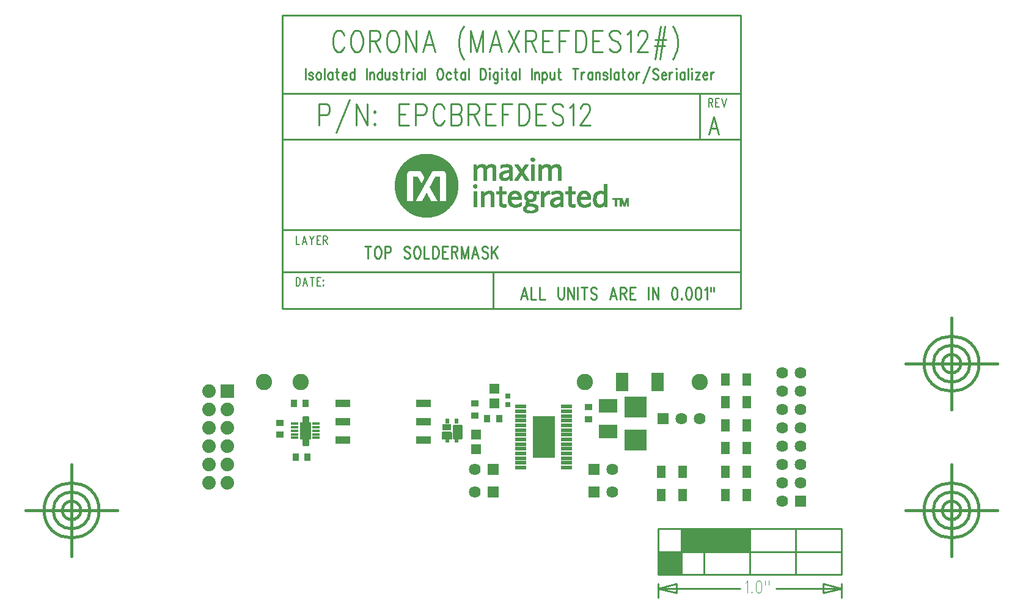
<source format=gbr>
*
*
G04 PADS 9.5 Build Number: 522968 generated Gerber (RS-274-X) file*
G04 PC Version=2.1*
*
%IN "MAXREFDES12_A.pcb"*%
*
%MOIN*%
*
%FSLAX35Y35*%
*
*
*
*
G04 PC Standard Apertures*
*
*
G04 Thermal Relief Aperture macro.*
%AMTER*
1,1,$1,0,0*
1,0,$1-$2,0,0*
21,0,$3,$4,0,0,45*
21,0,$3,$4,0,0,135*
%
*
*
G04 Annular Aperture macro.*
%AMANN*
1,1,$1,0,0*
1,0,$2,0,0*
%
*
*
G04 Odd Aperture macro.*
%AMODD*
1,1,$1,0,0*
1,0,$1-0.005,0,0*
%
*
*
G04 PC Custom Aperture Macros*
*
*
*
*
*
*
G04 PC Aperture Table*
*
%ADD046C,0.015*%
%ADD177C,0.01*%
%ADD180C,0.007*%
%ADD185C,0.001*%
%ADD189C,0*%
%ADD193C,0.008*%
%ADD239C,0.002*%
%ADD252C,0.009*%
%ADD263C,0.089*%
%ADD264R,0.064X0.064*%
%ADD265C,0.064*%
%ADD266R,0.074X0.074*%
%ADD267C,0.074*%
%ADD268R,0.026X0.026*%
%ADD269R,0.054X0.054*%
%ADD270R,0.034X0.044*%
%ADD271R,0.044X0.01581*%
%ADD272R,0.06306X0.09455*%
%ADD273C,0.049*%
%ADD274R,0.079X0.044*%
%ADD275R,0.02369X0.02959*%
%ADD276R,0.05026X0.03215*%
%ADD277R,0.104X0.074*%
%ADD278R,0.124X0.114*%
%ADD279R,0.05124X0.06699*%
%ADD280R,0.07093X0.09849*%
%ADD281R,0.044X0.034*%
%ADD282R,0.064X0.019*%
%ADD283R,0.119X0.229*%
%ADD284C,0.029*%
*
*
*
*
G04 PC Circuitry*
G04 Layer Name MAXREFDES12_A.pcb - circuitry*
%LPD*%
*
*
G04 PC Custom Flashes*
G04 Layer Name MAXREFDES12_A.pcb - flashes*
%LPD*%
*
*
G04 PC Circuitry*
G04 Layer Name MAXREFDES12_A.pcb - circuitry*
%LPD*%
*
G54D46*
G01X2240000Y1553750D02*
Y1548750D01*
Y1543750*
Y1583750D02*
Y1553750D01*
X2220000Y1568750D02*
X2215000D01*
X2225000D02*
X2220000D01*
X2240000Y1583750D02*
Y1588750D01*
X2260000Y1568750D02*
X2265000D01*
X2255000D02*
X2260000D01*
X2225000D02*
X2255000D01*
X2245000D02*
G75*
G03X2245000I-5000J0D01*
G01X2255000D02*
G03X2255000I-15000J0D01*
G01X2250000D02*
G03X2250000I-10000J0D01*
G01X2240000Y1588750D02*
Y1593750D01*
Y1473750D02*
Y1468750D01*
Y1463750*
Y1503750D02*
Y1473750D01*
X2220000Y1488750D02*
X2215000D01*
X2225000D02*
X2220000D01*
X2240000Y1503750D02*
Y1508750D01*
X2260000Y1488750D02*
X2265000D01*
X2255000D02*
X2260000D01*
X2225000D02*
X2255000D01*
X2245000D02*
G03X2245000I-5000J0D01*
G01X2255000D02*
G03X2255000I-15000J0D01*
G01X2250000D02*
G03X2250000I-10000J0D01*
G01X2240000Y1508750D02*
Y1513750D01*
X1760000Y1473750D02*
Y1468750D01*
Y1463750*
Y1503750D02*
Y1473750D01*
X1740000Y1488750D02*
X1735000D01*
X1745000D02*
X1740000D01*
X1760000Y1503750D02*
Y1508750D01*
X1780000Y1488750D02*
X1785000D01*
X1775000D02*
X1780000D01*
X1745000D02*
X1775000D01*
X1765000D02*
G03X1765000I-5000J0D01*
G01X1775000D02*
G03X1775000I-15000J0D01*
G01X1770000D02*
G03X1770000I-10000J0D01*
G01X1760000Y1508750D02*
Y1513750D01*
G54D177*
X1888800Y1528350D02*
X1886200D01*
Y1524550*
X1888800*
Y1528350*
X1886500Y1524550D02*
Y1528350D01*
X1887000Y1524550D02*
Y1528350D01*
X1887500Y1524550D02*
Y1528350D01*
X1888000Y1524550D02*
Y1528350D01*
X1888500Y1524550D02*
Y1528350D01*
X1888800Y1539950D02*
X1886200D01*
Y1536250*
X1888800*
Y1539950*
X1886500Y1536250D02*
Y1539950D01*
X1887000Y1536250D02*
Y1539950D01*
X1887500Y1536250D02*
Y1539950D01*
X1888000Y1536250D02*
Y1539950D01*
X1888500Y1536250D02*
Y1539950D01*
X1968391Y1535218D02*
Y1528022D01*
X1972625*
Y1535218*
X1968391*
X1968500Y1528022D02*
Y1535218D01*
X1969000Y1528022D02*
Y1535218D01*
X1969500Y1528022D02*
Y1535218D01*
X1970000Y1528022D02*
Y1535218D01*
X1970500Y1528022D02*
Y1535218D01*
X1971000Y1528022D02*
Y1535218D01*
X1971500Y1528022D02*
Y1535218D01*
X1972000Y1528022D02*
Y1535218D01*
X1972500Y1528022D02*
Y1535218D01*
X2080000Y1453750D02*
X2180000D01*
Y1478750*
X2080000*
Y1453750*
Y1446250D02*
X2124500D01*
X2080000D02*
X2090000Y1448750D01*
Y1443750*
X2080000Y1446250*
X2180000D02*
X2144136D01*
X2180000D02*
X2170000Y1443750D01*
Y1448750*
X2180000Y1446250*
X2080000Y1448750D02*
Y1441250D01*
X2180000Y1448750D02*
Y1441250D01*
X2082000Y1453750D02*
Y1466250D01*
X2083000Y1453750D02*
Y1466250D01*
X2084000D02*
Y1453750D01*
X2085000Y1466250D02*
Y1453750D01*
X2086000Y1466250D02*
Y1453750D01*
X2087000Y1466250D02*
Y1453750D01*
X2088000Y1466250D02*
Y1453750D01*
X2089000Y1466250D02*
Y1453750D01*
X2090000D02*
Y1466250D01*
X2091000Y1453750D02*
Y1466250D01*
X2094000D02*
Y1478750D01*
X2095000Y1466250D02*
Y1478750D01*
X2096000D02*
Y1466250D01*
X2097000Y1478750D02*
Y1466250D01*
X2098000Y1478750D02*
Y1466250D01*
X2099000Y1478750D02*
Y1466250D01*
X2100000Y1478750D02*
Y1466250D01*
X2101000Y1478750D02*
Y1466250D01*
X2102000D02*
Y1478750D01*
X2103000Y1466250D02*
Y1478750D01*
X2092500Y1453750D02*
Y1478750D01*
X2105000Y1453750D02*
Y1478750D01*
X2080000Y1466250D02*
X2180000D01*
X2155000Y1453750D02*
Y1478750D01*
X2130000Y1453750D02*
Y1478750D01*
X2081000Y1453750D02*
Y1466250D01*
X2091500Y1453750D02*
Y1466250D01*
X2093500D02*
Y1478750D01*
X2104000Y1466250D02*
Y1478750D01*
X2107000Y1466250D02*
Y1478750D01*
X2106000Y1466250D02*
Y1478750D01*
X2108000Y1466250D02*
Y1478750D01*
X2109000D02*
Y1466250D01*
X2110000Y1478750D02*
Y1466250D01*
X2111000Y1478750D02*
Y1466250D01*
X2112000Y1478750D02*
Y1466250D01*
X2113000Y1478750D02*
Y1466250D01*
X2115000D02*
Y1478750D01*
X2114000D02*
Y1466250D01*
X2116000D02*
Y1478750D01*
X2117000Y1466250D02*
Y1478750D01*
X2119000Y1466250D02*
Y1478750D01*
X2118000Y1466250D02*
Y1478750D01*
X2120000Y1466250D02*
Y1478750D01*
X2121000D02*
Y1466250D01*
X2122000Y1478750D02*
Y1466250D01*
X2123000Y1478750D02*
Y1466250D01*
X2124000Y1478750D02*
Y1466250D01*
X2125000Y1478750D02*
Y1466250D01*
X2126000Y1478750D02*
Y1466250D01*
X2127000D02*
Y1478750D01*
X2128000Y1466250D02*
Y1478750D01*
X2129000Y1466250D02*
Y1478750D01*
X2125000Y1598750D02*
Y1758750D01*
X1875000*
Y1598750*
X2125000*
X2102500Y1716250D02*
Y1691250D01*
X2125000Y1716250D02*
X1875000D01*
X2125000Y1691250D02*
X1875000D01*
X2125000Y1618750D02*
X1875000D01*
X2125000Y1641950D02*
X1875000D01*
X1990000Y1598750D02*
Y1618750D01*
X1895000Y1710563D02*
Y1698750D01*
Y1710563D02*
X1898682D01*
X1898682D02*
X1899909Y1710000D01*
X1900318Y1709438*
X1900318D02*
X1900727Y1708313D01*
X1900727D02*
Y1706625D01*
X1900318Y1705500*
X1899909Y1704938*
X1899909D02*
X1898682Y1704375D01*
X1895000*
X1911773Y1712813D02*
X1904409Y1694812D01*
X1915455Y1710563D02*
Y1698750D01*
Y1710563D02*
X1921182Y1698750D01*
Y1710563D02*
Y1698750D01*
X1925273Y1706625D02*
X1924864Y1706063D01*
X1924864D02*
X1925273Y1705500D01*
X1925682Y1706063*
X1925682D02*
X1925273Y1706625D01*
Y1699875D02*
X1924864Y1699313D01*
X1924864D02*
X1925273Y1698750D01*
X1925682Y1699313*
X1925682D02*
X1925273Y1699875D01*
X1938773Y1710563D02*
Y1698750D01*
Y1710563D02*
X1944091D01*
X1938773Y1704938D02*
X1942045D01*
X1938773Y1698750D02*
X1944091D01*
X1947773Y1710563D02*
Y1698750D01*
Y1710563D02*
X1951455D01*
X1951455D02*
X1952682Y1710000D01*
X1953091Y1709438*
X1953091D02*
X1953500Y1708313D01*
X1953500D02*
Y1706625D01*
X1953091Y1705500*
X1952682Y1704938*
X1952682D02*
X1951455Y1704375D01*
X1947773*
X1963318Y1707750D02*
X1962909Y1708875D01*
X1962091Y1710000*
X1961273Y1710563*
X1961273D02*
X1959636D01*
X1959636D02*
X1958818Y1710000D01*
X1958000Y1708875*
X1957591Y1707750*
X1957182Y1706063*
X1957182D02*
Y1703250D01*
X1957591Y1701563*
X1957591D02*
X1958000Y1700438D01*
X1958000D02*
X1958818Y1699313D01*
X1958818D02*
X1959636Y1698750D01*
X1961273*
X1962091Y1699313*
X1962091D02*
X1962909Y1700438D01*
X1962909D02*
X1963318Y1701563D01*
X1967000Y1710563D02*
Y1698750D01*
Y1710563D02*
X1970682D01*
X1970682D02*
X1971909Y1710000D01*
X1972318Y1709438*
X1972318D02*
X1972727Y1708313D01*
X1972727D02*
Y1707188D01*
X1972727D02*
X1972318Y1706063D01*
X1972318D02*
X1971909Y1705500D01*
X1970682Y1704938*
X1967000D02*
X1970682D01*
X1970682D02*
X1971909Y1704375D01*
X1972318Y1703813*
X1972318D02*
X1972727Y1702688D01*
X1972727D02*
Y1701000D01*
X1972318Y1699875*
X1971909Y1699313*
X1971909D02*
X1970682Y1698750D01*
X1967000*
X1976409Y1710563D02*
Y1698750D01*
Y1710563D02*
X1980091D01*
X1980091D02*
X1981318Y1710000D01*
X1981727Y1709438*
X1981727D02*
X1982136Y1708313D01*
X1982136D02*
Y1707188D01*
X1982136D02*
X1981727Y1706063D01*
X1981727D02*
X1981318Y1705500D01*
X1980091Y1704938*
X1980091D02*
X1976409D01*
X1979273D02*
X1982136Y1698750D01*
X1985818Y1710563D02*
Y1698750D01*
Y1710563D02*
X1991136D01*
X1985818Y1704938D02*
X1989091D01*
X1985818Y1698750D02*
X1991136D01*
X1994818Y1710563D02*
Y1698750D01*
Y1710563D02*
X2000136D01*
X1994818Y1704938D02*
X1998091D01*
X2003818Y1710563D02*
Y1698750D01*
Y1710563D02*
X2006682D01*
X2006682D02*
X2007909Y1710000D01*
X2008727Y1708875*
X2009136Y1707750*
X2009545Y1706063*
X2009545D02*
Y1703250D01*
X2009136Y1701563*
X2009136D02*
X2008727Y1700438D01*
X2008727D02*
X2007909Y1699313D01*
X2007909D02*
X2006682Y1698750D01*
X2003818*
X2013227Y1710563D02*
Y1698750D01*
Y1710563D02*
X2018545D01*
X2013227Y1704938D02*
X2016500D01*
X2013227Y1698750D02*
X2018545D01*
X2027955Y1708875D02*
X2027136Y1710000D01*
X2025909Y1710563*
X2025909D02*
X2024273D01*
X2024273D02*
X2023045Y1710000D01*
X2022227Y1708875*
Y1707750*
X2022636Y1706625*
X2023045Y1706063*
X2023045D02*
X2023864Y1705500D01*
X2026318Y1704375*
X2027136Y1703813*
X2027136D02*
X2027545Y1703250D01*
X2027955Y1702125*
Y1700438*
X2027955D02*
X2027136Y1699313D01*
X2027136D02*
X2025909Y1698750D01*
X2024273*
X2023045Y1699313*
X2023045D02*
X2022227Y1700438D01*
X2031636Y1708313D02*
X2032455Y1708875D01*
X2033682Y1710563*
X2033682D02*
Y1698750D01*
X2037773Y1707750D02*
Y1708313D01*
X2037773D02*
X2038182Y1709438D01*
X2038182D02*
X2038591Y1710000D01*
X2039409Y1710563*
X2039409D02*
X2041045D01*
X2041045D02*
X2041864Y1710000D01*
X2042273Y1709438*
X2042273D02*
X2042682Y1708313D01*
X2042682D02*
Y1707188D01*
X2042682D02*
X2042273Y1706063D01*
X2042273D02*
X2041455Y1704375D01*
X2037364Y1698750*
X2043091*
X1908636Y1747750D02*
X1908227Y1748875D01*
X1907409Y1750000*
X1906591Y1750563*
X1906591D02*
X1904955D01*
X1904955D02*
X1904136Y1750000D01*
X1903318Y1748875*
X1902909Y1747750*
X1902500Y1746063*
X1902500D02*
Y1743250D01*
X1902909Y1741563*
X1902909D02*
X1903318Y1740438D01*
X1903318D02*
X1904136Y1739313D01*
X1904136D02*
X1904955Y1738750D01*
X1906591*
X1907409Y1739313*
X1907409D02*
X1908227Y1740438D01*
X1908227D02*
X1908636Y1741563D01*
X1914773Y1750563D02*
X1913955Y1750000D01*
X1913136Y1748875*
X1912727Y1747750*
X1912318Y1746063*
X1912318D02*
Y1743250D01*
X1912727Y1741563*
X1912727D02*
X1913136Y1740438D01*
X1913136D02*
X1913955Y1739313D01*
X1913955D02*
X1914773Y1738750D01*
X1916409*
X1917227Y1739313*
X1917227D02*
X1918045Y1740438D01*
X1918045D02*
X1918455Y1741563D01*
X1918455D02*
X1918864Y1743250D01*
Y1746063*
X1918864D02*
X1918455Y1747750D01*
X1918045Y1748875*
X1917227Y1750000*
X1916409Y1750563*
X1916409D02*
X1914773D01*
X1922545D02*
Y1738750D01*
Y1750563D02*
X1926227D01*
X1926227D02*
X1927455Y1750000D01*
X1927864Y1749438*
X1927864D02*
X1928273Y1748313D01*
X1928273D02*
Y1747188D01*
X1928273D02*
X1927864Y1746063D01*
X1927864D02*
X1927455Y1745500D01*
X1926227Y1744938*
X1926227D02*
X1922545D01*
X1925409D02*
X1928273Y1738750D01*
X1934409Y1750563D02*
X1933591Y1750000D01*
X1932773Y1748875*
X1932364Y1747750*
X1931955Y1746063*
X1931955D02*
Y1743250D01*
X1932364Y1741563*
X1932364D02*
X1932773Y1740438D01*
X1932773D02*
X1933591Y1739313D01*
X1933591D02*
X1934409Y1738750D01*
X1936045*
X1936864Y1739313*
X1936864D02*
X1937682Y1740438D01*
X1937682D02*
X1938091Y1741563D01*
X1938091D02*
X1938500Y1743250D01*
Y1746063*
X1938500D02*
X1938091Y1747750D01*
X1937682Y1748875*
X1936864Y1750000*
X1936045Y1750563*
X1936045D02*
X1934409D01*
X1942182D02*
Y1738750D01*
Y1750563D02*
X1947909Y1738750D01*
Y1750563D02*
Y1738750D01*
X1954864Y1750563D02*
X1951591Y1738750D01*
X1954864Y1750563D02*
X1958136Y1738750D01*
X1952818Y1742688D02*
X1956909D01*
X1974091Y1752813D02*
X1973273Y1751688D01*
X1973273D02*
X1972455Y1750000D01*
X1971636Y1747750*
X1971227Y1744938*
X1971227D02*
Y1742688D01*
X1971227D02*
X1971636Y1739875D01*
X1972455Y1737625*
X1973273Y1735937*
X1973273D02*
X1974091Y1734812D01*
X1977773Y1750563D02*
Y1738750D01*
Y1750563D02*
X1981045Y1738750D01*
X1984318Y1750563D02*
X1981045Y1738750D01*
X1984318Y1750563D02*
Y1738750D01*
X1991273Y1750563D02*
X1988000Y1738750D01*
X1991273Y1750563D02*
X1994545Y1738750D01*
X1989227Y1742688D02*
X1993318D01*
X1998227Y1750563D02*
X2003955Y1738750D01*
Y1750563D02*
X1998227Y1738750D01*
X2007636Y1750563D02*
Y1738750D01*
Y1750563D02*
X2011318D01*
X2011318D02*
X2012545Y1750000D01*
X2012955Y1749438*
X2012955D02*
X2013364Y1748313D01*
X2013364D02*
Y1747188D01*
X2013364D02*
X2012955Y1746063D01*
X2012955D02*
X2012545Y1745500D01*
X2011318Y1744938*
X2011318D02*
X2007636D01*
X2010500D02*
X2013364Y1738750D01*
X2017045Y1750563D02*
Y1738750D01*
Y1750563D02*
X2022364D01*
X2017045Y1744938D02*
X2020318D01*
X2017045Y1738750D02*
X2022364D01*
X2026045Y1750563D02*
Y1738750D01*
Y1750563D02*
X2031364D01*
X2026045Y1744938D02*
X2029318D01*
X2035045Y1750563D02*
Y1738750D01*
Y1750563D02*
X2037909D01*
X2037909D02*
X2039136Y1750000D01*
X2039955Y1748875*
X2040364Y1747750*
X2040773Y1746063*
X2040773D02*
Y1743250D01*
X2040364Y1741563*
X2040364D02*
X2039955Y1740438D01*
X2039955D02*
X2039136Y1739313D01*
X2039136D02*
X2037909Y1738750D01*
X2035045*
X2044455Y1750563D02*
Y1738750D01*
Y1750563D02*
X2049773D01*
X2044455Y1744938D02*
X2047727D01*
X2044455Y1738750D02*
X2049773D01*
X2059182Y1748875D02*
X2058364Y1750000D01*
X2057136Y1750563*
X2057136D02*
X2055500D01*
X2055500D02*
X2054273Y1750000D01*
X2053455Y1748875*
Y1747750*
X2053864Y1746625*
X2054273Y1746063*
X2054273D02*
X2055091Y1745500D01*
X2057545Y1744375*
X2058364Y1743813*
X2058364D02*
X2058773Y1743250D01*
X2059182Y1742125*
Y1740438*
X2059182D02*
X2058364Y1739313D01*
X2058364D02*
X2057136Y1738750D01*
X2055500*
X2054273Y1739313*
X2054273D02*
X2053455Y1740438D01*
X2062864Y1748313D02*
X2063682Y1748875D01*
X2064909Y1750563*
X2064909D02*
Y1738750D01*
X2069000Y1747750D02*
Y1748313D01*
X2069000D02*
X2069409Y1749438D01*
X2069409D02*
X2069818Y1750000D01*
X2070636Y1750563*
X2070636D02*
X2072273D01*
X2072273D02*
X2073091Y1750000D01*
X2073500Y1749438*
X2073500D02*
X2073909Y1748313D01*
X2073909D02*
Y1747188D01*
X2073909D02*
X2073500Y1746063D01*
X2073500D02*
X2072682Y1744375D01*
X2068591Y1738750*
X2074318*
X2081273Y1752813D02*
X2078409Y1734812D01*
X2083727Y1752813D02*
X2080864Y1734812D01*
X2078409Y1745500D02*
X2084136D01*
X2078000Y1742125D02*
X2083727D01*
X2087818Y1752813D02*
X2088636Y1751688D01*
X2088636D02*
X2089455Y1750000D01*
X2090273Y1747750*
X2090682Y1744938*
X2090682D02*
Y1742688D01*
X2090682D02*
X2090273Y1739875D01*
X2089455Y1737625*
X2088636Y1735937*
X2088636D02*
X2087818Y1734812D01*
X2110227Y1703594D02*
X2107500Y1693750D01*
X2110227Y1703594D02*
X2112955Y1693750D01*
X2108523Y1697031D02*
X2111932D01*
X2006818Y1610313D02*
X2005000Y1603750D01*
X2006818Y1610313D02*
X2008636Y1603750D01*
X2005682Y1605938D02*
X2007955D01*
X2010682Y1610313D02*
Y1603750D01*
X2013409*
X2015455Y1610313D02*
Y1603750D01*
X2018182*
X2025455Y1610313D02*
Y1605625D01*
X2025682Y1604688*
X2025682D02*
X2026136Y1604063D01*
X2026136D02*
X2026818Y1603750D01*
X2027273*
X2027955Y1604063*
X2027955D02*
X2028409Y1604688D01*
X2028409D02*
X2028636Y1605625D01*
Y1610313*
X2030682D02*
Y1603750D01*
Y1610313D02*
X2033864Y1603750D01*
Y1610313D02*
Y1603750D01*
X2035909Y1610313D02*
Y1603750D01*
X2039545Y1610313D02*
Y1603750D01*
X2037955Y1610313D02*
X2041136D01*
X2046364Y1609375D02*
X2045909Y1610000D01*
X2045227Y1610313*
X2045227D02*
X2044318D01*
X2044318D02*
X2043636Y1610000D01*
X2043182Y1609375*
Y1608750*
X2043409Y1608125*
X2043636Y1607813*
X2043636D02*
X2044091Y1607500D01*
X2045455Y1606875*
X2045909Y1606563*
X2045909D02*
X2046136Y1606250D01*
X2046364Y1605625*
Y1604688*
X2046364D02*
X2045909Y1604063D01*
X2045909D02*
X2045227Y1603750D01*
X2044318*
X2043636Y1604063*
X2043636D02*
X2043182Y1604688D01*
X2055455Y1610313D02*
X2053636Y1603750D01*
X2055455Y1610313D02*
X2057273Y1603750D01*
X2054318Y1605938D02*
X2056591D01*
X2059318Y1610313D02*
Y1603750D01*
Y1610313D02*
X2061364D01*
X2061364D02*
X2062045Y1610000D01*
X2062273Y1609688*
X2062273D02*
X2062500Y1609063D01*
X2062500D02*
Y1608438D01*
X2062500D02*
X2062273Y1607813D01*
X2062273D02*
X2062045Y1607500D01*
X2061364Y1607188*
X2061364D02*
X2059318D01*
X2060909D02*
X2062500Y1603750D01*
X2064545Y1610313D02*
Y1603750D01*
Y1610313D02*
X2067500D01*
X2064545Y1607188D02*
X2066364D01*
X2064545Y1603750D02*
X2067500D01*
X2074773Y1610313D02*
Y1603750D01*
X2076818Y1610313D02*
Y1603750D01*
Y1610313D02*
X2080000Y1603750D01*
Y1610313D02*
Y1603750D01*
X2088636Y1610313D02*
X2087955Y1610000D01*
X2087500Y1609063*
X2087500D02*
X2087273Y1607500D01*
Y1606563*
X2087273D02*
X2087500Y1605000D01*
X2087955Y1604063*
X2087955D02*
X2088636Y1603750D01*
X2089091*
X2089773Y1604063*
X2089773D02*
X2090227Y1605000D01*
X2090455Y1606563*
X2090455D02*
Y1607500D01*
X2090227Y1609063*
X2090227D02*
X2089773Y1610000D01*
X2089091Y1610313*
X2089091D02*
X2088636D01*
X2092727Y1604375D02*
X2092500Y1604063D01*
X2092500D02*
X2092727Y1603750D01*
X2092955Y1604063*
X2092955D02*
X2092727Y1604375D01*
X2096364Y1610313D02*
X2095682Y1610000D01*
X2095227Y1609063*
X2095227D02*
X2095000Y1607500D01*
Y1606563*
X2095000D02*
X2095227Y1605000D01*
X2095682Y1604063*
X2095682D02*
X2096364Y1603750D01*
X2096818*
X2097500Y1604063*
X2097500D02*
X2097955Y1605000D01*
X2098182Y1606563*
X2098182D02*
Y1607500D01*
X2097955Y1609063*
X2097955D02*
X2097500Y1610000D01*
X2096818Y1610313*
X2096818D02*
X2096364D01*
X2101591D02*
X2100909Y1610000D01*
X2100455Y1609063*
X2100455D02*
X2100227Y1607500D01*
Y1606563*
X2100227D02*
X2100455Y1605000D01*
X2100909Y1604063*
X2100909D02*
X2101591Y1603750D01*
X2102045*
X2102727Y1604063*
X2102727D02*
X2103182Y1605000D01*
X2103409Y1606563*
X2103409D02*
Y1607500D01*
X2103182Y1609063*
X2103182D02*
X2102727Y1610000D01*
X2102045Y1610313*
X2102045D02*
X2101591D01*
X2105455Y1609063D02*
X2105909Y1609375D01*
X2106591Y1610313*
X2106591D02*
Y1603750D01*
X2108636Y1610313D02*
Y1608125D01*
X2110455Y1610313D02*
Y1608125D01*
X1921591Y1632813D02*
Y1626250D01*
X1920000Y1632813D02*
X1923182D01*
X1926591D02*
X1926136Y1632500D01*
X1925682Y1631875*
X1925455Y1631250*
X1925227Y1630313*
X1925227D02*
Y1628750D01*
X1925455Y1627813*
X1925455D02*
X1925682Y1627188D01*
X1925682D02*
X1926136Y1626563D01*
X1926136D02*
X1926591Y1626250D01*
X1927500*
X1927955Y1626563*
X1927955D02*
X1928409Y1627188D01*
X1928409D02*
X1928636Y1627813D01*
X1928636D02*
X1928864Y1628750D01*
Y1630313*
X1928864D02*
X1928636Y1631250D01*
X1928409Y1631875*
X1927955Y1632500*
X1927500Y1632813*
X1927500D02*
X1926591D01*
X1930909D02*
Y1626250D01*
Y1632813D02*
X1932955D01*
X1932955D02*
X1933636Y1632500D01*
X1933864Y1632188*
X1933864D02*
X1934091Y1631563D01*
X1934091D02*
Y1630625D01*
X1933864Y1630000*
X1933636Y1629688*
X1933636D02*
X1932955Y1629375D01*
X1930909*
X1944545Y1631875D02*
X1944091Y1632500D01*
X1943409Y1632813*
X1943409D02*
X1942500D01*
X1942500D02*
X1941818Y1632500D01*
X1941364Y1631875*
Y1631250*
X1941591Y1630625*
X1941818Y1630313*
X1941818D02*
X1942273Y1630000D01*
X1943636Y1629375*
X1944091Y1629063*
X1944091D02*
X1944318Y1628750D01*
X1944545Y1628125*
Y1627188*
X1944545D02*
X1944091Y1626563D01*
X1944091D02*
X1943409Y1626250D01*
X1942500*
X1941818Y1626563*
X1941818D02*
X1941364Y1627188D01*
X1947955Y1632813D02*
X1947500Y1632500D01*
X1947045Y1631875*
X1946818Y1631250*
X1946591Y1630313*
X1946591D02*
Y1628750D01*
X1946818Y1627813*
X1946818D02*
X1947045Y1627188D01*
X1947045D02*
X1947500Y1626563D01*
X1947500D02*
X1947955Y1626250D01*
X1948864*
X1949318Y1626563*
X1949318D02*
X1949773Y1627188D01*
X1949773D02*
X1950000Y1627813D01*
X1950000D02*
X1950227Y1628750D01*
Y1630313*
X1950227D02*
X1950000Y1631250D01*
X1949773Y1631875*
X1949318Y1632500*
X1948864Y1632813*
X1948864D02*
X1947955D01*
X1952273D02*
Y1626250D01*
X1955000*
X1957045Y1632813D02*
Y1626250D01*
Y1632813D02*
X1958636D01*
X1958636D02*
X1959318Y1632500D01*
X1959773Y1631875*
X1960000Y1631250*
X1960227Y1630313*
X1960227D02*
Y1628750D01*
X1960000Y1627813*
X1960000D02*
X1959773Y1627188D01*
X1959773D02*
X1959318Y1626563D01*
X1959318D02*
X1958636Y1626250D01*
X1957045*
X1962273Y1632813D02*
Y1626250D01*
Y1632813D02*
X1965227D01*
X1962273Y1629688D02*
X1964091D01*
X1962273Y1626250D02*
X1965227D01*
X1967273Y1632813D02*
Y1626250D01*
Y1632813D02*
X1969318D01*
X1969318D02*
X1970000Y1632500D01*
X1970227Y1632188*
X1970227D02*
X1970455Y1631563D01*
X1970455D02*
Y1630938D01*
X1970455D02*
X1970227Y1630313D01*
X1970227D02*
X1970000Y1630000D01*
X1969318Y1629688*
X1969318D02*
X1967273D01*
X1968864D02*
X1970455Y1626250D01*
X1972500Y1632813D02*
Y1626250D01*
Y1632813D02*
X1974318Y1626250D01*
X1976136Y1632813D02*
X1974318Y1626250D01*
X1976136Y1632813D02*
Y1626250D01*
X1980000Y1632813D02*
X1978182Y1626250D01*
X1980000Y1632813D02*
X1981818Y1626250D01*
X1978864Y1628438D02*
X1981136D01*
X1987045Y1631875D02*
X1986591Y1632500D01*
X1985909Y1632813*
X1985909D02*
X1985000D01*
X1985000D02*
X1984318Y1632500D01*
X1983864Y1631875*
Y1631250*
X1984091Y1630625*
X1984318Y1630313*
X1984318D02*
X1984773Y1630000D01*
X1986136Y1629375*
X1986591Y1629063*
X1986591D02*
X1986818Y1628750D01*
X1987045Y1628125*
Y1627188*
X1987045D02*
X1986591Y1626563D01*
X1986591D02*
X1985909Y1626250D01*
X1985000*
X1984318Y1626563*
X1984318D02*
X1983864Y1627188D01*
X1989091Y1632813D02*
Y1626250D01*
X1992273Y1632813D02*
X1989091Y1628438D01*
X1990227Y1630000D02*
X1992273Y1626250D01*
G54D180*
X1882500Y1615844D02*
Y1611250D01*
Y1615844D02*
X1883614D01*
X1884091Y1615625*
X1884409Y1615188*
X1884409D02*
X1884568Y1614750D01*
X1884727Y1614094*
Y1613000*
X1884568Y1612344*
X1884409Y1611906*
X1884091Y1611469*
X1883614Y1611250*
X1882500*
X1887432Y1615844D02*
X1886159Y1611250D01*
X1887432Y1615844D02*
X1888705Y1611250D01*
X1886636Y1612781D02*
X1888227D01*
X1891250Y1615844D02*
Y1611250D01*
X1890136Y1615844D02*
X1892364D01*
X1893795D02*
Y1611250D01*
Y1615844D02*
X1895864D01*
X1893795Y1613656D02*
X1895068D01*
X1893795Y1611250D02*
X1895864D01*
X1897455Y1614313D02*
X1897295Y1614094D01*
X1897455Y1613875*
X1897614Y1614094*
X1897455Y1614313*
Y1611688D02*
X1897295Y1611469D01*
X1897455Y1611250*
X1897614Y1611469*
X1897455Y1611688*
X1882500Y1638344D02*
Y1633750D01*
X1884409*
X1887114Y1638344D02*
X1885841Y1633750D01*
X1887114Y1638344D02*
X1888386Y1633750D01*
X1886318Y1635281D02*
X1887909D01*
X1889818Y1638344D02*
X1891091Y1636156D01*
Y1633750*
X1892364Y1638344D02*
X1891091Y1636156D01*
X1893795Y1638344D02*
Y1633750D01*
Y1638344D02*
X1895864D01*
X1893795Y1636156D02*
X1895068D01*
X1893795Y1633750D02*
X1895864D01*
X1897295Y1638344D02*
Y1633750D01*
Y1638344D02*
X1898727D01*
X1899205Y1638125*
X1899364Y1637906*
X1899523Y1637469*
Y1637031*
X1899364Y1636594*
X1899205Y1636375*
X1898727Y1636156*
X1897295*
X1898409D02*
X1899523Y1633750D01*
X2107500Y1713344D02*
Y1708750D01*
Y1713344D02*
X2108932D01*
X2109409Y1713125*
X2109568Y1712906*
X2109727Y1712469*
Y1712031*
X2109568Y1711594*
X2109409Y1711375*
X2108932Y1711156*
X2107500*
X2108614D02*
X2109727Y1708750D01*
X2111159Y1713344D02*
Y1708750D01*
Y1713344D02*
X2113227D01*
X2111159Y1711156D02*
X2112432D01*
X2111159Y1708750D02*
X2113227D01*
X2114659Y1713344D02*
X2115932Y1708750D01*
X2117205Y1713344D02*
X2115932Y1708750D01*
G54D185*
X2080000Y1453750D02*
X2080003D01*
X2180000D02*
X2180003D01*
G54D189*
X2127500Y1449063D02*
X2127955Y1449375D01*
X2128636Y1450313*
X2128636D02*
Y1443750D01*
X2130909Y1444375D02*
X2130682Y1444063D01*
X2130682D02*
X2130909Y1443750D01*
X2131136Y1444063*
X2131136D02*
X2130909Y1444375D01*
X2134545Y1450313D02*
X2133864Y1450000D01*
X2133409Y1449063*
X2133409D02*
X2133182Y1447500D01*
Y1446563*
X2133182D02*
X2133409Y1445000D01*
X2133864Y1444063*
X2133864D02*
X2134545Y1443750D01*
X2135000*
X2135682Y1444063*
X2135682D02*
X2136136Y1445000D01*
X2136364Y1446563*
X2136364D02*
Y1447500D01*
X2136136Y1449063*
X2136136D02*
X2135682Y1450000D01*
X2135000Y1450313*
X2135000D02*
X2134545D01*
X2138409D02*
Y1448125D01*
X2140227Y1450313D02*
Y1448125D01*
G54D193*
X1962281Y1531519D02*
Y1527922D01*
X1967280*
Y1530901*
X1967195Y1530926*
X1967039Y1531011*
X1966905Y1531127*
X1966799Y1531270*
X1966725Y1531432*
X1966707Y1531519*
X1962281*
X1962300Y1527922D02*
Y1531519D01*
X1962700Y1527922D02*
Y1531519D01*
X1963100Y1527922D02*
Y1531519D01*
X1963500Y1527922D02*
Y1531519D01*
X1963900Y1527922D02*
Y1531519D01*
X1964300Y1527922D02*
Y1531519D01*
X1964700Y1527922D02*
Y1531519D01*
X1965100Y1527922D02*
Y1531519D01*
X1965500Y1527922D02*
Y1531519D01*
X1965900Y1527922D02*
Y1531519D01*
X1966300Y1527922D02*
Y1531519D01*
X1966700Y1527922D02*
Y1531519D01*
X1967100Y1527922D02*
Y1530978D01*
G54D239*
X1952500Y1648750D02*
X1954516D01*
X1951425Y1648840D02*
X1955502D01*
X1950798Y1648929D02*
X1956218D01*
X1950261Y1649019D02*
X1956666D01*
X1949813Y1649108D02*
X1957112D01*
X1949454Y1649198D02*
X1957562D01*
X1949096Y1649287D02*
X1957920D01*
X1948738Y1649377D02*
X1958189D01*
X1948469Y1649467D02*
X1958547D01*
X1948111Y1649556D02*
X1958816D01*
X1947842Y1649646D02*
X1959085D01*
X1947663Y1649735D02*
X1959354D01*
X1947394Y1649825D02*
X1959533D01*
X1947125Y1649915D02*
X1959802D01*
X1946946Y1650004D02*
X1960070D01*
X1946677Y1650094D02*
X1960249D01*
X1946498Y1650183D02*
X1960429D01*
X1946319Y1650273D02*
X1960608D01*
X1946140Y1650362D02*
X1960876D01*
X1945961Y1650452D02*
X1961056D01*
X1945782Y1650542D02*
X1961235D01*
X1945602Y1650631D02*
X1961412D01*
X1945423Y1650721D02*
X1961591D01*
X1945244Y1650810D02*
X1961681D01*
X1945065Y1650900D02*
X1961860D01*
X1944886Y1650989D02*
X1962039D01*
X1944796Y1651079D02*
X1962218D01*
X2009382D02*
X2011040D01*
X1944617Y1651169D02*
X1962308D01*
X2008755D02*
X2011757D01*
X1944438Y1651258D02*
X1962487D01*
X2008307D02*
X2012115D01*
X1944348Y1651348D02*
X1962668D01*
X2008038D02*
X2012473D01*
X1944169Y1651437D02*
X1962758D01*
X2007770D02*
X2012653D01*
X1944080Y1651527D02*
X1962937D01*
X2007501D02*
X2012921D01*
X1943900Y1651617D02*
X1963026D01*
X2007322D02*
X2013101D01*
X1943811Y1651706D02*
X1963206D01*
X2007232D02*
X2013280D01*
X1943632Y1651796D02*
X1963295D01*
X2007053D02*
X2013369D01*
X1943542Y1651885D02*
X1963474D01*
X2006964D02*
X2013548D01*
X1943363Y1651975D02*
X1963564D01*
X2006874D02*
X2013638D01*
X1943273Y1652064D02*
X1963653D01*
X2006784D02*
X2013728D01*
X1943184Y1652154D02*
X1963833D01*
X2006695D02*
X2013817D01*
X1943005Y1652244D02*
X1963922D01*
X2006605D02*
X2013907D01*
X1942915Y1652333D02*
X1964012D01*
X2006516D02*
X2009517D01*
X2011174D02*
X2013996D01*
X1942826Y1652423D02*
X1964191D01*
X2006516D02*
X2009070D01*
X2011622D02*
X2014086D01*
X1942646Y1652512D02*
X1964280D01*
X2006426D02*
X2008711D01*
X2011890D02*
X2014175D01*
X1942557Y1652602D02*
X1964370D01*
X2006426D02*
X2008532D01*
X2012159D02*
X2014175D01*
X1942467Y1652691D02*
X1964460D01*
X2006336D02*
X2008353D01*
X2012338D02*
X2014265D01*
X1942378Y1652781D02*
X1964639D01*
X2006336D02*
X2008174D01*
X2012428D02*
X2014265D01*
X1942288Y1652871D02*
X1964728D01*
X2006336D02*
X2008084D01*
X2012607D02*
X2014355D01*
X1942109Y1652960D02*
X1964818D01*
X2006247D02*
X2007995D01*
X2012697D02*
X2014355D01*
X1942019Y1653050D02*
X1964907D01*
X2006247D02*
X2007995D01*
X2012786D02*
X2014355D01*
X1941930Y1653139D02*
X1964997D01*
X2006247D02*
X2007905D01*
X2012786D02*
X2014444D01*
X1941840Y1653229D02*
X1965087D01*
X2006247D02*
X2007905D01*
X2012876D02*
X2014444D01*
X1941751Y1653318D02*
X1965176D01*
X2006247D02*
X2007815D01*
X2012876D02*
X2014444D01*
X1941661Y1653408D02*
X1965266D01*
X2006247D02*
X2007815D01*
X2012876D02*
X2014444D01*
X1941571Y1653498D02*
X1965355D01*
X2006247D02*
X2007815D01*
X2012965D02*
X2014444D01*
X1941482Y1653587D02*
X1965535D01*
X2006247D02*
X2007815D01*
X2012965D02*
X2014444D01*
X1941392Y1653677D02*
X1965624D01*
X2006336D02*
X2007905D01*
X2012876D02*
X2014444D01*
X1941303Y1653766D02*
X1965714D01*
X2006336D02*
X2007905D01*
X2012876D02*
X2014444D01*
X1941213Y1653856D02*
X1965803D01*
X2006336D02*
X2007905D01*
X2012876D02*
X2014444D01*
X1941124Y1653946D02*
X1965893D01*
X2006336D02*
X2007995D01*
X2012786D02*
X2014444D01*
X1941034Y1654035D02*
X1965893D01*
X2006426D02*
X2008084D01*
X2012697D02*
X2014444D01*
X1940944Y1654125D02*
X1965982D01*
X2006426D02*
X2008084D01*
X2012607D02*
X2014444D01*
X1940855Y1654214D02*
X1966072D01*
X1994870D02*
X1996708D01*
X2000872D02*
X2002978D01*
X2006516D02*
X2008174D01*
X2012428D02*
X2014444D01*
X2022819D02*
X2024475D01*
X2032672D02*
X2034420D01*
X2038674D02*
X2040691D01*
X2047005D02*
X2048573D01*
X1940765Y1654304D02*
X1966162D01*
X1994512D02*
X1997066D01*
X2000514D02*
X2003336D01*
X2006516D02*
X2008263D01*
X2012249D02*
X2014444D01*
X2022461D02*
X2024833D01*
X2032314D02*
X2034778D01*
X2038316D02*
X2041138D01*
X2046647D02*
X2048932D01*
X1940676Y1654393D02*
X1966251D01*
X1979284D02*
X1980942D01*
X1983315D02*
X1984973D01*
X1988690D02*
X1990346D01*
X1994243D02*
X1997066D01*
X2000245D02*
X2003695D01*
X2006605D02*
X2008353D01*
X2012069D02*
X2014355D01*
X2016011D02*
X2017669D01*
X2022281D02*
X2025102D01*
X2026760D02*
X2028058D01*
X2032045D02*
X2034778D01*
X2038047D02*
X2041407D01*
X2046467D02*
X2049111D01*
X2050767D02*
X2052067D01*
X1940586Y1654483D02*
X1966341D01*
X1979284D02*
X1980942D01*
X1983315D02*
X1984973D01*
X1988690D02*
X1990346D01*
X1994064D02*
X1997066D01*
X2000066D02*
X2003964D01*
X2006695D02*
X2008532D01*
X2011711D02*
X2014355D01*
X2016011D02*
X2017669D01*
X2022102D02*
X2025281D01*
X2026760D02*
X2028058D01*
X2031866D02*
X2034778D01*
X2037778D02*
X2041676D01*
X2046288D02*
X2049290D01*
X2050767D02*
X2052067D01*
X1940497Y1654573D02*
X1966430D01*
X1979284D02*
X1980942D01*
X1983315D02*
X1984973D01*
X1988690D02*
X1990346D01*
X1993975D02*
X1996976D01*
X1999887D02*
X2004143D01*
X2006784D02*
X2008622D01*
X2011353D02*
X2014265D01*
X2016011D02*
X2017669D01*
X2022013D02*
X2025460D01*
X2026760D02*
X2028058D01*
X2031687D02*
X2034778D01*
X2037599D02*
X2041945D01*
X2046109D02*
X2049469D01*
X2050678D02*
X2052067D01*
X1940407Y1654662D02*
X1966520D01*
X1979284D02*
X1980942D01*
X1983315D02*
X1984973D01*
X1988690D02*
X1990346D01*
X1993796D02*
X1996976D01*
X1999708D02*
X2004322D01*
X2006874D02*
X2008711D01*
X2010815D02*
X2014265D01*
X2016011D02*
X2017669D01*
X2021833D02*
X2025640D01*
X2026671D02*
X2028058D01*
X2031597D02*
X2034778D01*
X2037510D02*
X2042124D01*
X2045930D02*
X2049648D01*
X2050678D02*
X2052067D01*
X1940407Y1654752D02*
X1966609D01*
X1979284D02*
X1980942D01*
X1983315D02*
X1984973D01*
X1988690D02*
X1990346D01*
X1993706D02*
X1996976D01*
X1999529D02*
X2004501D01*
X2006964D02*
X2008890D01*
X2010278D02*
X2014175D01*
X2016011D02*
X2017669D01*
X2021744D02*
X2025819D01*
X2026671D02*
X2028058D01*
X2031508D02*
X2034778D01*
X2037330D02*
X2042303D01*
X2045840D02*
X2049738D01*
X2050678D02*
X2052067D01*
X1940317Y1654841D02*
X1966699D01*
X1979284D02*
X1980942D01*
X1983315D02*
X1984973D01*
X1988690D02*
X1990346D01*
X1993616D02*
X1996976D01*
X1999439D02*
X2004680D01*
X2007053D02*
X2009070D01*
X2009830D02*
X2014175D01*
X2016011D02*
X2017669D01*
X2021654D02*
X2025908D01*
X2026671D02*
X2028058D01*
X2031418D02*
X2034689D01*
X2037241D02*
X2042482D01*
X2045751D02*
X2049917D01*
X2050678D02*
X2052067D01*
X1940228Y1654931D02*
X1966699D01*
X1979284D02*
X1980942D01*
X1983315D02*
X1984973D01*
X1988690D02*
X1990346D01*
X1993527D02*
X1996976D01*
X1999349D02*
X2004859D01*
X2007143D02*
X2009249D01*
X2009382D02*
X2014086D01*
X2016011D02*
X2017669D01*
X2021565D02*
X2025998D01*
X2026671D02*
X2028058D01*
X2031329D02*
X2034689D01*
X2037062D02*
X2042572D01*
X2045661D02*
X2050007D01*
X2050678D02*
X2052067D01*
X1940138Y1655020D02*
X1966789D01*
X1979284D02*
X1980942D01*
X1983315D02*
X1984973D01*
X1988690D02*
X1990346D01*
X1993527D02*
X1996976D01*
X1999260D02*
X2004949D01*
X2007232D02*
X2013996D01*
X2016011D02*
X2017669D01*
X2021475D02*
X2026177D01*
X2026671D02*
X2028058D01*
X2031239D02*
X2034689D01*
X2036972D02*
X2042751D01*
X2045572D02*
X2050096D01*
X2050678D02*
X2052067D01*
X1940049Y1655110D02*
X1966878D01*
X1979284D02*
X1980942D01*
X1983315D02*
X1984973D01*
X1988690D02*
X1990346D01*
X1993437D02*
X1996976D01*
X1999081D02*
X2005128D01*
X2007411D02*
X2013907D01*
X2016011D02*
X2017669D01*
X2021475D02*
X2026267D01*
X2026671D02*
X2028058D01*
X2031239D02*
X2034689D01*
X2036883D02*
X2042840D01*
X2045482D02*
X2050186D01*
X2050588D02*
X2052067D01*
X1939959Y1655200D02*
X1966968D01*
X1979284D02*
X1980942D01*
X1983315D02*
X1984973D01*
X1988690D02*
X1990346D01*
X1993437D02*
X1996887D01*
X1998991D02*
X2005218D01*
X2007501D02*
X2013728D01*
X2016011D02*
X2017669D01*
X2021386D02*
X2026356D01*
X2026581D02*
X2028058D01*
X2031150D02*
X2034689D01*
X2036793D02*
X2043020D01*
X2045393D02*
X2050275D01*
X2050588D02*
X2052067D01*
X1939959Y1655289D02*
X1967057D01*
X1979284D02*
X1980942D01*
X1983315D02*
X1984973D01*
X1988690D02*
X1990346D01*
X1993348D02*
X1996887D01*
X1998901D02*
X2005307D01*
X2007680D02*
X2013638D01*
X2016011D02*
X2017669D01*
X2021386D02*
X2026446D01*
X2026581D02*
X2028058D01*
X2031150D02*
X2034689D01*
X2036703D02*
X2043109D01*
X2045303D02*
X2050365D01*
X2050588D02*
X2052067D01*
X1939869Y1655379D02*
X1967057D01*
X1979284D02*
X1980942D01*
X1983315D02*
X1984973D01*
X1988690D02*
X1990346D01*
X1993348D02*
X1996887D01*
X1998901D02*
X2005307D01*
X2007770D02*
X2013459D01*
X2016011D02*
X2017669D01*
X2021296D02*
X2028058D01*
X2031060D02*
X2034689D01*
X2036614D02*
X2043109D01*
X2045213D02*
X2050455D01*
X2050588D02*
X2052067D01*
X1939780Y1655468D02*
X1967147D01*
X1979284D02*
X1980942D01*
X1983315D02*
X1984973D01*
X1988690D02*
X1990346D01*
X1993258D02*
X1996887D01*
X1998812D02*
X2005307D01*
X2007949D02*
X2013369D01*
X2016011D02*
X2017669D01*
X2021296D02*
X2028058D01*
X2031060D02*
X2034599D01*
X2036524D02*
X2043020D01*
X2045124D02*
X2052067D01*
X1939690Y1655558D02*
X1967237D01*
X1979284D02*
X1980942D01*
X1983315D02*
X1984973D01*
X1988690D02*
X1990346D01*
X1993258D02*
X1996887D01*
X1998722D02*
X2005307D01*
X2007949D02*
X2013101D01*
X2016011D02*
X2017669D01*
X2021206D02*
X2023669D01*
X2024252D02*
X2028058D01*
X2031060D02*
X2034599D01*
X2036524D02*
X2043020D01*
X2045124D02*
X2052067D01*
X1939690Y1655648D02*
X1967326D01*
X1979284D02*
X1980942D01*
X1983315D02*
X1984973D01*
X1988690D02*
X1990346D01*
X1993258D02*
X1996887D01*
X1998633D02*
X2001366D01*
X2002753D02*
X2005307D01*
X2007859D02*
X2012921D01*
X2016011D02*
X2017669D01*
X2021206D02*
X2023311D01*
X2024700D02*
X2028058D01*
X2030970D02*
X2034599D01*
X2036435D02*
X2039078D01*
X2040555D02*
X2043020D01*
X2045034D02*
X2047767D01*
X2048259D02*
X2052067D01*
X1939601Y1655737D02*
X1967326D01*
X1979284D02*
X1980942D01*
X1983315D02*
X1984973D01*
X1988690D02*
X1990346D01*
X1993258D02*
X1995364D01*
X1998633D02*
X2001097D01*
X2003112D02*
X2005218D01*
X2007770D02*
X2012653D01*
X2016011D02*
X2017669D01*
X2021206D02*
X2023131D01*
X2024969D02*
X2028058D01*
X2030970D02*
X2033166D01*
X2036345D02*
X2038809D01*
X2040914D02*
X2043020D01*
X2045034D02*
X2047409D01*
X2048707D02*
X2052067D01*
X1939511Y1655827D02*
X1967416D01*
X1979284D02*
X1980942D01*
X1983315D02*
X1984973D01*
X1988690D02*
X1990346D01*
X1993168D02*
X1995185D01*
X1998543D02*
X2000828D01*
X2003380D02*
X2005218D01*
X2007680D02*
X2012294D01*
X2016011D02*
X2017669D01*
X2021117D02*
X2023042D01*
X2025148D02*
X2028058D01*
X2030970D02*
X2032985D01*
X2036345D02*
X2038630D01*
X2041182D02*
X2043020D01*
X2044945D02*
X2047230D01*
X2048976D02*
X2052067D01*
X1939422Y1655916D02*
X1967505D01*
X1979284D02*
X1980942D01*
X1983315D02*
X1984973D01*
X1988690D02*
X1990346D01*
X1993168D02*
X1995095D01*
X1998454D02*
X2000649D01*
X2003649D02*
X2005218D01*
X2007680D02*
X2011936D01*
X2016011D02*
X2017669D01*
X2021117D02*
X2022952D01*
X2025327D02*
X2028058D01*
X2030970D02*
X2032806D01*
X2036256D02*
X2038451D01*
X2041361D02*
X2043020D01*
X2044945D02*
X2047051D01*
X2049155D02*
X2052067D01*
X1939422Y1656006D02*
X1967595D01*
X1979284D02*
X1980942D01*
X1983315D02*
X1984973D01*
X1988690D02*
X1990346D01*
X1993168D02*
X1995006D01*
X1998454D02*
X2000560D01*
X2003828D02*
X2005218D01*
X2007591D02*
X2011488D01*
X2016011D02*
X2017669D01*
X2021117D02*
X2022865D01*
X2025506D02*
X2028058D01*
X2030970D02*
X2032716D01*
X2036166D02*
X2038272D01*
X2041541D02*
X2042930D01*
X2044855D02*
X2046961D01*
X2049244D02*
X2052067D01*
X1939332Y1656095D02*
X1967595D01*
X1979284D02*
X1980942D01*
X1983315D02*
X1984973D01*
X1988690D02*
X1990346D01*
X1993168D02*
X1994916D01*
X1998364D02*
X2000470D01*
X2004007D02*
X2005218D01*
X2007591D02*
X2010951D01*
X2016011D02*
X2017669D01*
X2021117D02*
X2022865D01*
X2025685D02*
X2028058D01*
X2030970D02*
X2032716D01*
X2036166D02*
X2038182D01*
X2041720D02*
X2042930D01*
X2044855D02*
X2046871D01*
X2049424D02*
X2052067D01*
X1939242Y1656185D02*
X1967684D01*
X1979284D02*
X1980942D01*
X1983315D02*
X1984973D01*
X1988690D02*
X1990346D01*
X1993168D02*
X1994916D01*
X1998364D02*
X2000380D01*
X2004187D02*
X2005218D01*
X2007591D02*
X2010413D01*
X2016011D02*
X2017669D01*
X2021117D02*
X2022775D01*
X2025775D02*
X2028058D01*
X2030881D02*
X2032627D01*
X2036076D02*
X2038093D01*
X2041899D02*
X2042930D01*
X2044765D02*
X2046782D01*
X2049513D02*
X2052067D01*
X1939242Y1656275D02*
X1967774D01*
X1979284D02*
X1980942D01*
X1983315D02*
X1984973D01*
X1988690D02*
X1990346D01*
X1993168D02*
X1994827D01*
X1998274D02*
X2000291D01*
X2004276D02*
X2005128D01*
X2007501D02*
X2009965D01*
X2016011D02*
X2017669D01*
X2021027D02*
X2022775D01*
X2025954D02*
X2028058D01*
X2030881D02*
X2032627D01*
X2036076D02*
X2038003D01*
X2042078D02*
X2042930D01*
X2044765D02*
X2046692D01*
X2049603D02*
X2052067D01*
X1939153Y1656364D02*
X1967774D01*
X1979284D02*
X1980942D01*
X1983315D02*
X1984973D01*
X1988690D02*
X1990346D01*
X1993168D02*
X1994827D01*
X1998274D02*
X2000201D01*
X2004455D02*
X2005128D01*
X2007501D02*
X2009607D01*
X2016011D02*
X2017669D01*
X2021027D02*
X2022685D01*
X2026044D02*
X2028058D01*
X2030881D02*
X2032537D01*
X2036076D02*
X2037914D01*
X2042168D02*
X2042930D01*
X2044676D02*
X2046603D01*
X2049782D02*
X2052067D01*
X1939063Y1656454D02*
X1967864D01*
X1979284D02*
X1980942D01*
X1983315D02*
X1984973D01*
X1988690D02*
X1990346D01*
X1993168D02*
X1994827D01*
X1998274D02*
X2000112D01*
X2004545D02*
X2005128D01*
X2007501D02*
X2009338D01*
X2016011D02*
X2017669D01*
X2021027D02*
X2022685D01*
X2026133D02*
X2028058D01*
X2030881D02*
X2032537D01*
X2035987D02*
X2037824D01*
X2042347D02*
X2042930D01*
X2044676D02*
X2046603D01*
X2049871D02*
X2052067D01*
X1939063Y1656543D02*
X1967953D01*
X1979284D02*
X1980942D01*
X1983315D02*
X1984973D01*
X1988690D02*
X1990346D01*
X1993168D02*
X1994737D01*
X1998185D02*
X2000022D01*
X2004724D02*
X2005128D01*
X2007591D02*
X2009249D01*
X2016011D02*
X2017669D01*
X2021027D02*
X2022685D01*
X2026223D02*
X2028058D01*
X2030881D02*
X2032537D01*
X2035987D02*
X2037824D01*
X2042436D02*
X2042840D01*
X2044676D02*
X2046513D01*
X2049961D02*
X2052067D01*
X1938974Y1656633D02*
X1967953D01*
X1979284D02*
X1980942D01*
X1983315D02*
X1984973D01*
X1988690D02*
X1990346D01*
X1993168D02*
X1994737D01*
X1998185D02*
X2000022D01*
X2004814D02*
X2005128D01*
X2007591D02*
X2009159D01*
X2016011D02*
X2017669D01*
X2021027D02*
X2022685D01*
X2026312D02*
X2028058D01*
X2030881D02*
X2032537D01*
X2035897D02*
X2037734D01*
X2042616D02*
X2042840D01*
X2044586D02*
X2046424D01*
X2050051D02*
X2052067D01*
X1938884Y1656722D02*
X1968043D01*
X1979284D02*
X1980942D01*
X1983315D02*
X1984973D01*
X1988690D02*
X1990346D01*
X1993168D02*
X1994737D01*
X1998185D02*
X1999933D01*
X2004903D02*
X2005128D01*
X2007591D02*
X2009159D01*
X2016011D02*
X2017669D01*
X2021027D02*
X2022685D01*
X2026402D02*
X2028058D01*
X2030881D02*
X2032537D01*
X2035897D02*
X2037734D01*
X2042705D02*
X2042840D01*
X2044586D02*
X2046424D01*
X2050140D02*
X2052067D01*
X1938884Y1656812D02*
X1968132D01*
X1979284D02*
X1980942D01*
X1983315D02*
X1984973D01*
X1988690D02*
X1990346D01*
X1993168D02*
X1994737D01*
X1998095D02*
X1999933D01*
X2007591D02*
X2009159D01*
X2016011D02*
X2017669D01*
X2021027D02*
X2022685D01*
X2026492D02*
X2028058D01*
X2030881D02*
X2032537D01*
X2035897D02*
X2037645D01*
X2044586D02*
X2046334D01*
X2050140D02*
X2052067D01*
X1938795Y1656902D02*
X1968132D01*
X1979284D02*
X1980942D01*
X1983315D02*
X1984973D01*
X1988690D02*
X1990346D01*
X1993168D02*
X1994737D01*
X1998095D02*
X1999843D01*
X2007680D02*
X2009249D01*
X2016011D02*
X2017669D01*
X2021117D02*
X2022685D01*
X2026492D02*
X2028058D01*
X2030881D02*
X2032537D01*
X2035897D02*
X2037645D01*
X2044586D02*
X2046334D01*
X2050230D02*
X2052067D01*
X1938705Y1656991D02*
X1968222D01*
X1979284D02*
X1980942D01*
X1983315D02*
X1984973D01*
X1988690D02*
X1990346D01*
X1993168D02*
X1994737D01*
X1998095D02*
X1999843D01*
X2007770D02*
X2009338D01*
X2016011D02*
X2017669D01*
X2021117D02*
X2022775D01*
X2026492D02*
X2028058D01*
X2030881D02*
X2032537D01*
X2035808D02*
X2037555D01*
X2044497D02*
X2046334D01*
X2050319D02*
X2052067D01*
X1938705Y1657081D02*
X1968222D01*
X1979284D02*
X1980942D01*
X1983315D02*
X1984973D01*
X1988690D02*
X1990346D01*
X1993168D02*
X1994737D01*
X1998095D02*
X1999753D01*
X2007770D02*
X2009428D01*
X2016011D02*
X2017669D01*
X2021117D02*
X2022775D01*
X2026492D02*
X2028058D01*
X2030881D02*
X2032537D01*
X2035808D02*
X2037555D01*
X2044497D02*
X2046244D01*
X2050409D02*
X2052067D01*
X1938615Y1657170D02*
X1968311D01*
X1979284D02*
X1980942D01*
X1983315D02*
X1984973D01*
X1988690D02*
X1990346D01*
X1993168D02*
X1994737D01*
X1998006D02*
X1999753D01*
X2007859D02*
X2010861D01*
X2016011D02*
X2017669D01*
X2021117D02*
X2022775D01*
X2026492D02*
X2028058D01*
X2030881D02*
X2032537D01*
X2035808D02*
X2037466D01*
X2044497D02*
X2046244D01*
X2050409D02*
X2052067D01*
X1938615Y1657260D02*
X1968401D01*
X1979284D02*
X1980942D01*
X1983315D02*
X1984973D01*
X1988690D02*
X1990346D01*
X1993168D02*
X1994737D01*
X1998006D02*
X1999753D01*
X2007949D02*
X2011219D01*
X2016011D02*
X2017669D01*
X2021117D02*
X2022865D01*
X2026492D02*
X2028058D01*
X2030881D02*
X2032537D01*
X2035808D02*
X2037466D01*
X2044497D02*
X2046244D01*
X2050409D02*
X2052067D01*
X1938526Y1657350D02*
X1968401D01*
X1979284D02*
X1980942D01*
X1983315D02*
X1984973D01*
X1988690D02*
X1990346D01*
X1993168D02*
X1994737D01*
X1998006D02*
X1999664D01*
X2008038D02*
X2011488D01*
X2016011D02*
X2017669D01*
X2021117D02*
X2022865D01*
X2026492D02*
X2028058D01*
X2030881D02*
X2032537D01*
X2035718D02*
X2037466D01*
X2044497D02*
X2046155D01*
X2050409D02*
X2052067D01*
X1938526Y1657439D02*
X1968491D01*
X1979284D02*
X1980942D01*
X1983315D02*
X1984973D01*
X1988690D02*
X1990346D01*
X1993168D02*
X1994737D01*
X1998006D02*
X1999664D01*
X2008218D02*
X2011757D01*
X2016011D02*
X2017669D01*
X2021206D02*
X2022952D01*
X2026492D02*
X2028058D01*
X2030881D02*
X2032537D01*
X2035718D02*
X2037466D01*
X2044497D02*
X2046155D01*
X2050409D02*
X2052067D01*
X1938436Y1657529D02*
X1968491D01*
X1979284D02*
X1980942D01*
X1983315D02*
X1984973D01*
X1988690D02*
X1990346D01*
X1993168D02*
X1994737D01*
X1998006D02*
X1999664D01*
X2008307D02*
X2011936D01*
X2016011D02*
X2017669D01*
X2021206D02*
X2023042D01*
X2026492D02*
X2028058D01*
X2030881D02*
X2032537D01*
X2035718D02*
X2037376D01*
X2044497D02*
X2046155D01*
X2050409D02*
X2052067D01*
X1938347Y1657618D02*
X1942782D01*
X1946409D02*
X1947348D01*
X1951156D02*
X1955771D01*
X1959577D02*
X1960518D01*
X1964145D02*
X1968580D01*
X1979284D02*
X1980942D01*
X1983315D02*
X1984973D01*
X1988690D02*
X1990346D01*
X1993168D02*
X1994737D01*
X1997916D02*
X1999664D01*
X2008218D02*
X2012115D01*
X2016011D02*
X2017669D01*
X2021206D02*
X2023131D01*
X2026492D02*
X2028058D01*
X2030881D02*
X2032537D01*
X2035718D02*
X2037376D01*
X2044407D02*
X2046155D01*
X2050409D02*
X2052067D01*
X1938347Y1657708D02*
X1942782D01*
X1946409D02*
X1947438D01*
X1951246D02*
X1955771D01*
X1959577D02*
X1960518D01*
X1964145D02*
X1968580D01*
X1979284D02*
X1980942D01*
X1983315D02*
X1984973D01*
X1988690D02*
X1990346D01*
X1993168D02*
X1994737D01*
X1997916D02*
X1999574D01*
X2008128D02*
X2012205D01*
X2016011D02*
X2017669D01*
X2021296D02*
X2023221D01*
X2026492D02*
X2028058D01*
X2030881D02*
X2032537D01*
X2035718D02*
X2037376D01*
X2044407D02*
X2046155D01*
X2050409D02*
X2052067D01*
X1938257Y1657797D02*
X1942782D01*
X1946409D02*
X1947438D01*
X1951246D02*
X1955681D01*
X1959487D02*
X1960518D01*
X1964145D02*
X1968670D01*
X1979284D02*
X1980942D01*
X1983315D02*
X1984973D01*
X1988690D02*
X1990346D01*
X1993168D02*
X1994737D01*
X1997916D02*
X1999574D01*
X2007949D02*
X2012384D01*
X2016011D02*
X2017669D01*
X2021296D02*
X2023311D01*
X2026492D02*
X2028058D01*
X2030881D02*
X2032537D01*
X2035718D02*
X2037376D01*
X2044407D02*
X2046155D01*
X2050409D02*
X2052067D01*
X1938257Y1657887D02*
X1942782D01*
X1946409D02*
X1947529D01*
X1951335D02*
X1955681D01*
X1959487D02*
X1960518D01*
X1964145D02*
X1968759D01*
X1979284D02*
X1980942D01*
X1983315D02*
X1984973D01*
X1988690D02*
X1990346D01*
X1993168D02*
X1994737D01*
X1997916D02*
X1999574D01*
X2007859D02*
X2012473D01*
X2016011D02*
X2017669D01*
X2021386D02*
X2023490D01*
X2026492D02*
X2028058D01*
X2030881D02*
X2032537D01*
X2035718D02*
X2037376D01*
X2044407D02*
X2046065D01*
X2050409D02*
X2052067D01*
X1938167Y1657977D02*
X1942782D01*
X1946409D02*
X1947529D01*
X1951335D02*
X1955591D01*
X1959398D02*
X1960518D01*
X1964145D02*
X1968759D01*
X1979284D02*
X1980942D01*
X1983315D02*
X1984973D01*
X1988690D02*
X1990346D01*
X1993168D02*
X1994737D01*
X1997916D02*
X1999574D01*
X2007770D02*
X2012563D01*
X2016011D02*
X2017669D01*
X2021386D02*
X2023669D01*
X2026492D02*
X2028058D01*
X2030881D02*
X2032537D01*
X2035718D02*
X2037287D01*
X2044407D02*
X2046065D01*
X2050409D02*
X2052067D01*
X1938167Y1658066D02*
X1942782D01*
X1946409D02*
X1947619D01*
X1951425D02*
X1955502D01*
X1959308D02*
X1960518D01*
X1964145D02*
X1968849D01*
X1979284D02*
X1980942D01*
X1983315D02*
X1984973D01*
X1988690D02*
X1990346D01*
X1993168D02*
X1994737D01*
X1997916D02*
X1999574D01*
X2007680D02*
X2012653D01*
X2016011D02*
X2017669D01*
X2021475D02*
X2023848D01*
X2026492D02*
X2028058D01*
X2030881D02*
X2032537D01*
X2035629D02*
X2037287D01*
X2044407D02*
X2046065D01*
X2050409D02*
X2052067D01*
X1938078Y1658156D02*
X1942782D01*
X1946409D02*
X1947619D01*
X1951425D02*
X1955502D01*
X1959308D02*
X1960518D01*
X1964145D02*
X1968849D01*
X1979284D02*
X1980942D01*
X1983315D02*
X1984973D01*
X1988690D02*
X1990346D01*
X1993168D02*
X1994737D01*
X1997916D02*
X1999574D01*
X2007591D02*
X2012742D01*
X2016011D02*
X2017669D01*
X2021565D02*
X2024027D01*
X2026492D02*
X2028058D01*
X2030881D02*
X2032537D01*
X2035629D02*
X2037287D01*
X2044407D02*
X2046065D01*
X2050409D02*
X2052067D01*
X1938078Y1658245D02*
X1942782D01*
X1946409D02*
X1947708D01*
X1951515D02*
X1955412D01*
X1959218D02*
X1960518D01*
X1964145D02*
X1968939D01*
X1979284D02*
X1980942D01*
X1983315D02*
X1984973D01*
X1988690D02*
X1990346D01*
X1993168D02*
X1994737D01*
X1997916D02*
X1999574D01*
X2007501D02*
X2012832D01*
X2016011D02*
X2017669D01*
X2021565D02*
X2024296D01*
X2026492D02*
X2028058D01*
X2030881D02*
X2032537D01*
X2035629D02*
X2037287D01*
X2044407D02*
X2046065D01*
X2050409D02*
X2052067D01*
X1937988Y1658335D02*
X1942782D01*
X1946409D02*
X1947798D01*
X1951604D02*
X1955412D01*
X1959218D02*
X1960518D01*
X1964145D02*
X1968939D01*
X1979284D02*
X1980942D01*
X1983315D02*
X1984973D01*
X1988690D02*
X1990346D01*
X1993168D02*
X1994737D01*
X1997916D02*
X1999574D01*
X2007411D02*
X2012921D01*
X2016011D02*
X2017669D01*
X2021654D02*
X2024654D01*
X2026492D02*
X2028058D01*
X2030881D02*
X2032537D01*
X2035629D02*
X2037287D01*
X2044407D02*
X2046065D01*
X2050409D02*
X2052067D01*
X1937988Y1658424D02*
X1942782D01*
X1946409D02*
X1947798D01*
X1951604D02*
X1955323D01*
X1959129D02*
X1960518D01*
X1964145D02*
X1969028D01*
X1979284D02*
X1980942D01*
X1983315D02*
X1984973D01*
X1988690D02*
X1990346D01*
X1993168D02*
X1994737D01*
X1997916D02*
X2005307D01*
X2007322D02*
X2009607D01*
X2010726D02*
X2013011D01*
X2016011D02*
X2017669D01*
X2021744D02*
X2025013D01*
X2026492D02*
X2028058D01*
X2030881D02*
X2032537D01*
X2035629D02*
X2043109D01*
X2044407D02*
X2046065D01*
X2050409D02*
X2052067D01*
X1937899Y1658514D02*
X1942782D01*
X1946409D02*
X1947888D01*
X1951694D02*
X1955323D01*
X1959129D02*
X1960518D01*
X1964145D02*
X1969028D01*
X1979284D02*
X1980942D01*
X1983315D02*
X1984973D01*
X1988690D02*
X1990346D01*
X1993168D02*
X1994737D01*
X1997916D02*
X2005307D01*
X2007322D02*
X2009338D01*
X2010905D02*
X2013011D01*
X2016011D02*
X2017669D01*
X2021833D02*
X2025460D01*
X2026492D02*
X2028058D01*
X2030881D02*
X2032537D01*
X2035629D02*
X2043109D01*
X2044407D02*
X2046065D01*
X2050409D02*
X2052067D01*
X1937899Y1658604D02*
X1942782D01*
X1946409D02*
X1947888D01*
X1951694D02*
X1955233D01*
X1959039D02*
X1960518D01*
X1964145D02*
X1969118D01*
X1979284D02*
X1980942D01*
X1983315D02*
X1984973D01*
X1988690D02*
X1990346D01*
X1993168D02*
X1994737D01*
X1997916D02*
X2005307D01*
X2007232D02*
X2009159D01*
X2011084D02*
X2013101D01*
X2016011D02*
X2017669D01*
X2021923D02*
X2026177D01*
X2026492D02*
X2028058D01*
X2030881D02*
X2032537D01*
X2035629D02*
X2043109D01*
X2044407D02*
X2046065D01*
X2050409D02*
X2052067D01*
X1937809Y1658693D02*
X1942782D01*
X1946409D02*
X1947977D01*
X1951783D02*
X1955233D01*
X1959039D02*
X1960518D01*
X1964145D02*
X1969118D01*
X1979284D02*
X1980942D01*
X1983315D02*
X1984973D01*
X1988690D02*
X1990346D01*
X1993168D02*
X1994737D01*
X1997916D02*
X2005307D01*
X2007143D02*
X2009070D01*
X2011263D02*
X2013101D01*
X2016011D02*
X2017669D01*
X2022102D02*
X2028058D01*
X2030881D02*
X2032537D01*
X2035629D02*
X2043109D01*
X2044407D02*
X2046065D01*
X2050409D02*
X2052067D01*
X1937809Y1658783D02*
X1942782D01*
X1946409D02*
X1947977D01*
X1951783D02*
X1955143D01*
X1958950D02*
X1960518D01*
X1964145D02*
X1969118D01*
X1979284D02*
X1980942D01*
X1983315D02*
X1984973D01*
X1988690D02*
X1990346D01*
X1993168D02*
X1994737D01*
X1997916D02*
X2005307D01*
X2007143D02*
X2008980D01*
X2011353D02*
X2013190D01*
X2016011D02*
X2017669D01*
X2022192D02*
X2028058D01*
X2030881D02*
X2032537D01*
X2035629D02*
X2043109D01*
X2044407D02*
X2046065D01*
X2050409D02*
X2052067D01*
X1937720Y1658872D02*
X1942782D01*
X1946409D02*
X1948067D01*
X1951873D02*
X1955054D01*
X1958860D02*
X1960518D01*
X1964145D02*
X1969207D01*
X1979284D02*
X1980942D01*
X1983315D02*
X1984973D01*
X1988690D02*
X1990346D01*
X1993168D02*
X1994737D01*
X1997916D02*
X2005307D01*
X2007053D02*
X2008890D01*
X2011442D02*
X2013190D01*
X2016011D02*
X2017669D01*
X2022281D02*
X2028058D01*
X2030881D02*
X2032537D01*
X2035629D02*
X2043109D01*
X2044407D02*
X2046065D01*
X2050409D02*
X2052067D01*
X1937720Y1658962D02*
X1942782D01*
X1946409D02*
X1948067D01*
X1951873D02*
X1955054D01*
X1958860D02*
X1960518D01*
X1964145D02*
X1969207D01*
X1979284D02*
X1980942D01*
X1983315D02*
X1984973D01*
X1988690D02*
X1990346D01*
X1993168D02*
X1994737D01*
X1997916D02*
X2005307D01*
X2007053D02*
X2008801D01*
X2011532D02*
X2013280D01*
X2016011D02*
X2017669D01*
X2022461D02*
X2028058D01*
X2030881D02*
X2032537D01*
X2035629D02*
X2043109D01*
X2044407D02*
X2046065D01*
X2050409D02*
X2052067D01*
X1937720Y1659051D02*
X1942782D01*
X1946409D02*
X1948155D01*
X1951963D02*
X1954962D01*
X1958770D02*
X1960518D01*
X1964145D02*
X1969297D01*
X1979284D02*
X1980942D01*
X1983315D02*
X1984973D01*
X1988690D02*
X1990346D01*
X1993168D02*
X1994737D01*
X1997916D02*
X2005307D01*
X2007053D02*
X2008711D01*
X2011532D02*
X2013280D01*
X2016011D02*
X2017669D01*
X2022640D02*
X2028058D01*
X2030881D02*
X2032537D01*
X2035629D02*
X2043109D01*
X2044407D02*
X2046065D01*
X2050409D02*
X2052067D01*
X1937630Y1659141D02*
X1942782D01*
X1946409D02*
X1948244D01*
X1952052D02*
X1954962D01*
X1958770D02*
X1960518D01*
X1964145D02*
X1969297D01*
X1979284D02*
X1980942D01*
X1983315D02*
X1984973D01*
X1988690D02*
X1990346D01*
X1993168D02*
X1994737D01*
X1997916D02*
X2005307D01*
X2006964D02*
X2008711D01*
X2011622D02*
X2013369D01*
X2016011D02*
X2017669D01*
X2022819D02*
X2028058D01*
X2030881D02*
X2032537D01*
X2035629D02*
X2043109D01*
X2044407D02*
X2046155D01*
X2050409D02*
X2052067D01*
X1937630Y1659231D02*
X1942782D01*
X1946409D02*
X1948244D01*
X1952052D02*
X1954873D01*
X1958681D02*
X1960518D01*
X1964145D02*
X1969386D01*
X1979284D02*
X1980942D01*
X1983315D02*
X1984973D01*
X1988690D02*
X1990346D01*
X1993168D02*
X1994737D01*
X1997916D02*
X2005307D01*
X2006964D02*
X2008622D01*
X2011711D02*
X2013369D01*
X2016011D02*
X2017669D01*
X2022998D02*
X2028058D01*
X2030881D02*
X2032537D01*
X2035629D02*
X2043109D01*
X2044497D02*
X2046155D01*
X2050409D02*
X2052067D01*
X1937540Y1659320D02*
X1942782D01*
X1946409D02*
X1948334D01*
X1952142D02*
X1954873D01*
X1958681D02*
X1960518D01*
X1964145D02*
X1969386D01*
X1979284D02*
X1980942D01*
X1983315D02*
X1984973D01*
X1988690D02*
X1990346D01*
X1993168D02*
X1994737D01*
X1997916D02*
X2005307D01*
X2006964D02*
X2008622D01*
X2011711D02*
X2013369D01*
X2016011D02*
X2017669D01*
X2023267D02*
X2028058D01*
X2030881D02*
X2032537D01*
X2035718D02*
X2043109D01*
X2044497D02*
X2046155D01*
X2050409D02*
X2052067D01*
X1937540Y1659410D02*
X1942782D01*
X1946409D02*
X1948334D01*
X1952142D02*
X1954783D01*
X1958591D02*
X1960518D01*
X1964145D02*
X1969476D01*
X1979284D02*
X1980942D01*
X1983315D02*
X1984973D01*
X1988690D02*
X1990346D01*
X1993168D02*
X1994737D01*
X1997916D02*
X2005307D01*
X2006874D02*
X2008532D01*
X2011711D02*
X2013369D01*
X2016011D02*
X2017669D01*
X2023535D02*
X2028058D01*
X2030881D02*
X2032537D01*
X2035718D02*
X2043109D01*
X2044497D02*
X2046155D01*
X2050409D02*
X2052067D01*
X1937451Y1659499D02*
X1942782D01*
X1946409D02*
X1948423D01*
X1952231D02*
X1954783D01*
X1958591D02*
X1960518D01*
X1964145D02*
X1969476D01*
X1979284D02*
X1980942D01*
X1983315D02*
X1984973D01*
X1988690D02*
X1990346D01*
X1993168D02*
X1994737D01*
X1997916D02*
X2005307D01*
X2006874D02*
X2008532D01*
X2011801D02*
X2013459D01*
X2016011D02*
X2017669D01*
X2023804D02*
X2028058D01*
X2030881D02*
X2032537D01*
X2035718D02*
X2043020D01*
X2044497D02*
X2046155D01*
X2050409D02*
X2052067D01*
X1937451Y1659589D02*
X1942782D01*
X1946409D02*
X1948423D01*
X1952231D02*
X1954696D01*
X1958502D02*
X1960518D01*
X1964145D02*
X1969476D01*
X1979284D02*
X1980942D01*
X1983315D02*
X1984973D01*
X1988690D02*
X1990346D01*
X1993168D02*
X1994737D01*
X1997916D02*
X2005307D01*
X2006874D02*
X2008532D01*
X2011801D02*
X2013459D01*
X2016011D02*
X2017759D01*
X2024163D02*
X2028058D01*
X2030881D02*
X2032537D01*
X2035718D02*
X2043020D01*
X2044497D02*
X2046155D01*
X2050409D02*
X2052067D01*
X1937451Y1659679D02*
X1942782D01*
X1946409D02*
X1948513D01*
X1952321D02*
X1954696D01*
X1958412D02*
X1960518D01*
X1964145D02*
X1969566D01*
X1979284D02*
X1980942D01*
X1983315D02*
X1984973D01*
X1988690D02*
X1990346D01*
X1993168D02*
X1994737D01*
X1998006D02*
X2005307D01*
X2006874D02*
X2008442D01*
X2011801D02*
X2013459D01*
X2016011D02*
X2017848D01*
X2024610D02*
X2028058D01*
X2030881D02*
X2032537D01*
X2035718D02*
X2043020D01*
X2044497D02*
X2046244D01*
X2050409D02*
X2052067D01*
X1937361Y1659768D02*
X1942782D01*
X1946409D02*
X1948513D01*
X1952321D02*
X1954606D01*
X1958412D02*
X1960518D01*
X1964145D02*
X1969566D01*
X1979284D02*
X1980942D01*
X1983315D02*
X1984973D01*
X1988690D02*
X1990346D01*
X1993168D02*
X1994737D01*
X1998006D02*
X1999664D01*
X2003649D02*
X2005307D01*
X2006874D02*
X2008442D01*
X2011890D02*
X2013459D01*
X2016011D02*
X2017848D01*
X2025058D02*
X2028058D01*
X2030881D02*
X2032537D01*
X2035718D02*
X2037376D01*
X2041451D02*
X2043020D01*
X2044497D02*
X2046244D01*
X2050409D02*
X2052067D01*
X1937361Y1659858D02*
X1942782D01*
X1946409D02*
X1948602D01*
X1952410D02*
X1954516D01*
X1958323D02*
X1960518D01*
X1964145D02*
X1969566D01*
X1979284D02*
X1980942D01*
X1983315D02*
X1984973D01*
X1988690D02*
X1990346D01*
X1993168D02*
X1994737D01*
X1998006D02*
X1999664D01*
X2003649D02*
X2005218D01*
X2006874D02*
X2008442D01*
X2011890D02*
X2013459D01*
X2016011D02*
X2017938D01*
X2025685D02*
X2028058D01*
X2030881D02*
X2032537D01*
X2035718D02*
X2037376D01*
X2041361D02*
X2043020D01*
X2044586D02*
X2046244D01*
X2050409D02*
X2052067D01*
X1937272Y1659947D02*
X1942782D01*
X1946409D02*
X1948692D01*
X1952410D02*
X1954516D01*
X1958323D02*
X1960518D01*
X1964145D02*
X1969655D01*
X1979284D02*
X1980942D01*
X1983315D02*
X1984973D01*
X1988690D02*
X1990346D01*
X1993168D02*
X1994737D01*
X1998006D02*
X1999664D01*
X2003649D02*
X2005218D01*
X2006874D02*
X2008442D01*
X2011890D02*
X2013459D01*
X2016011D02*
X2018027D01*
X2026402D02*
X2028058D01*
X2030881D02*
X2032537D01*
X2035808D02*
X2037466D01*
X2041361D02*
X2043020D01*
X2044586D02*
X2046244D01*
X2050409D02*
X2052067D01*
X1937272Y1660037D02*
X1942782D01*
X1946409D02*
X1948692D01*
X1952500D02*
X1954427D01*
X1958233D02*
X1960518D01*
X1964145D02*
X1969655D01*
X1979284D02*
X1980942D01*
X1983315D02*
X1984973D01*
X1988690D02*
X1990346D01*
X1993168D02*
X1994737D01*
X1998006D02*
X1999664D01*
X2003560D02*
X2005218D01*
X2006874D02*
X2008442D01*
X2011890D02*
X2013459D01*
X2016011D02*
X2018027D01*
X2026492D02*
X2028058D01*
X2030881D02*
X2032537D01*
X2035808D02*
X2037466D01*
X2041361D02*
X2043020D01*
X2044586D02*
X2046334D01*
X2050409D02*
X2052067D01*
X1937272Y1660126D02*
X1942782D01*
X1946409D02*
X1948782D01*
X1952590D02*
X1954427D01*
X1958233D02*
X1960518D01*
X1964145D02*
X1969745D01*
X1979284D02*
X1980942D01*
X1983315D02*
X1984973D01*
X1988690D02*
X1990346D01*
X1993168D02*
X1994737D01*
X1998095D02*
X1999753D01*
X2003560D02*
X2005218D01*
X2006874D02*
X2008442D01*
X2011890D02*
X2013459D01*
X2016011D02*
X2018117D01*
X2026492D02*
X2028058D01*
X2030881D02*
X2032537D01*
X2035808D02*
X2037466D01*
X2041361D02*
X2042930D01*
X2044586D02*
X2046334D01*
X2050409D02*
X2052067D01*
X1937182Y1660216D02*
X1942782D01*
X1946409D02*
X1948782D01*
X1952590D02*
X1954337D01*
X1958143D02*
X1960518D01*
X1964145D02*
X1969745D01*
X1979284D02*
X1980942D01*
X1983315D02*
X1984973D01*
X1988690D02*
X1990346D01*
X1993168D02*
X1994737D01*
X1998095D02*
X1999753D01*
X2003560D02*
X2005218D01*
X2006874D02*
X2008442D01*
X2011890D02*
X2013459D01*
X2016011D02*
X2018206D01*
X2026492D02*
X2028058D01*
X2030881D02*
X2032537D01*
X2035808D02*
X2037555D01*
X2041272D02*
X2042930D01*
X2044676D02*
X2046424D01*
X2050409D02*
X2052067D01*
X1937182Y1660306D02*
X1942782D01*
X1946409D02*
X1948871D01*
X1952679D02*
X1954337D01*
X1958143D02*
X1960518D01*
X1964145D02*
X1969745D01*
X1979284D02*
X1980942D01*
X1983315D02*
X1985063D01*
X1988690D02*
X1990346D01*
X1993168D02*
X1994737D01*
X1998095D02*
X1999753D01*
X2003560D02*
X2005128D01*
X2006874D02*
X2008442D01*
X2011890D02*
X2013459D01*
X2016011D02*
X2018296D01*
X2026492D02*
X2028058D01*
X2030881D02*
X2032537D01*
X2035897D02*
X2037555D01*
X2041272D02*
X2042930D01*
X2044676D02*
X2046424D01*
X2050409D02*
X2052067D01*
X1937182Y1660395D02*
X1942782D01*
X1946409D02*
X1948871D01*
X1952679D02*
X1954248D01*
X1958054D02*
X1960518D01*
X1964145D02*
X1969834D01*
X1979284D02*
X1980942D01*
X1983315D02*
X1985152D01*
X1988690D02*
X1990346D01*
X1993168D02*
X1994737D01*
X1998095D02*
X1999843D01*
X2003470D02*
X2005128D01*
X2006874D02*
X2008442D01*
X2011890D02*
X2013459D01*
X2016011D02*
X2018386D01*
X2026492D02*
X2028058D01*
X2030881D02*
X2032537D01*
X2035897D02*
X2037555D01*
X2041272D02*
X2042930D01*
X2044676D02*
X2046424D01*
X2050409D02*
X2052067D01*
X1937093Y1660485D02*
X1942782D01*
X1946409D02*
X1948961D01*
X1952769D02*
X1954248D01*
X1957964D02*
X1960518D01*
X1964145D02*
X1969834D01*
X1979284D02*
X1980942D01*
X1983315D02*
X1985242D01*
X1988690D02*
X1990346D01*
X1993168D02*
X1994737D01*
X1998185D02*
X1999843D01*
X2003470D02*
X2005128D01*
X2006874D02*
X2008442D01*
X2011890D02*
X2013459D01*
X2016011D02*
X2018475D01*
X2026402D02*
X2028058D01*
X2030881D02*
X2032537D01*
X2035897D02*
X2037645D01*
X2041182D02*
X2042840D01*
X2044765D02*
X2046513D01*
X2050409D02*
X2052067D01*
X1937093Y1660574D02*
X1942782D01*
X1946409D02*
X1948961D01*
X1952769D02*
X1954158D01*
X1957964D02*
X1960518D01*
X1964145D02*
X1969834D01*
X1979284D02*
X1980942D01*
X1983315D02*
X1985331D01*
X1988690D02*
X1990346D01*
X1993168D02*
X1994737D01*
X1998185D02*
X1999933D01*
X2003470D02*
X2005128D01*
X2006874D02*
X2008532D01*
X2011801D02*
X2013459D01*
X2016011D02*
X2018565D01*
X2026402D02*
X2028058D01*
X2030881D02*
X2032537D01*
X2035987D02*
X2037645D01*
X2041182D02*
X2042840D01*
X2044765D02*
X2046603D01*
X2050409D02*
X2052067D01*
X1937093Y1660664D02*
X1942782D01*
X1946409D02*
X1949050D01*
X1952858D02*
X1954069D01*
X1957875D02*
X1960518D01*
X1964145D02*
X1969924D01*
X1979284D02*
X1980942D01*
X1983315D02*
X1985421D01*
X1988600D02*
X1990346D01*
X1993168D02*
X1994737D01*
X1998185D02*
X1999933D01*
X2003380D02*
X2005038D01*
X2006874D02*
X2008532D01*
X2011801D02*
X2013459D01*
X2016011D02*
X2018654D01*
X2026402D02*
X2028058D01*
X2030881D02*
X2032537D01*
X2035987D02*
X2037734D01*
X2041182D02*
X2042840D01*
X2044765D02*
X2046603D01*
X2050409D02*
X2052067D01*
X1937003Y1660753D02*
X1942782D01*
X1946409D02*
X1949140D01*
X1952858D02*
X1954069D01*
X1957875D02*
X1960518D01*
X1964145D02*
X1969924D01*
X1979284D02*
X1980942D01*
X1983315D02*
X1985510D01*
X1988600D02*
X1990346D01*
X1993168D02*
X1994737D01*
X1998274D02*
X2000022D01*
X2003380D02*
X2005038D01*
X2006874D02*
X2008532D01*
X2011801D02*
X2013459D01*
X2016011D02*
X2018834D01*
X2026402D02*
X2028058D01*
X2030881D02*
X2032537D01*
X2035987D02*
X2037734D01*
X2041093D02*
X2042840D01*
X2044855D02*
X2046692D01*
X2050409D02*
X2052067D01*
X1937003Y1660843D02*
X1942782D01*
X1946409D02*
X1949140D01*
X1952948D02*
X1953979D01*
X1957785D02*
X1960518D01*
X1964145D02*
X1969924D01*
X1979284D02*
X1980942D01*
X1983315D02*
X1985600D01*
X1988600D02*
X1990346D01*
X1993168D02*
X1994737D01*
X1998274D02*
X2000022D01*
X2003291D02*
X2005038D01*
X2006874D02*
X2008622D01*
X2011711D02*
X2013369D01*
X2016011D02*
X2018923D01*
X2026402D02*
X2028058D01*
X2030881D02*
X2032537D01*
X2036076D02*
X2037824D01*
X2041093D02*
X2042751D01*
X2044855D02*
X2046782D01*
X2050409D02*
X2052067D01*
X1937003Y1660933D02*
X1942782D01*
X1946409D02*
X1949229D01*
X1953037D02*
X1953979D01*
X1957785D02*
X1960518D01*
X1964145D02*
X1970013D01*
X1979284D02*
X1980942D01*
X1983315D02*
X1985779D01*
X1988510D02*
X1990346D01*
X1993168D02*
X1994737D01*
X1998364D02*
X2000112D01*
X2003291D02*
X2004949D01*
X2006964D02*
X2008622D01*
X2011711D02*
X2013369D01*
X2016011D02*
X2019102D01*
X2026312D02*
X2028058D01*
X2030881D02*
X2032537D01*
X2036076D02*
X2037824D01*
X2041003D02*
X2042751D01*
X2044945D02*
X2046782D01*
X2050409D02*
X2052067D01*
X1936913Y1661022D02*
X1942782D01*
X1946409D02*
X1949229D01*
X1953037D02*
X1953889D01*
X1957696D02*
X1960518D01*
X1964145D02*
X1970013D01*
X1979284D02*
X1980942D01*
X1983315D02*
X1985869D01*
X1988510D02*
X1990346D01*
X1993168D02*
X1994737D01*
X1998364D02*
X2000201D01*
X2003201D02*
X2004949D01*
X2006964D02*
X2008711D01*
X2011622D02*
X2013369D01*
X2016011D02*
X2019192D01*
X2021833D02*
X2022148D01*
X2026312D02*
X2028058D01*
X2030881D02*
X2032537D01*
X2036166D02*
X2037914D01*
X2040914D02*
X2042661D01*
X2044945D02*
X2046871D01*
X2050409D02*
X2052067D01*
X1936913Y1661112D02*
X1942782D01*
X1946409D02*
X1949319D01*
X1953127D02*
X1953889D01*
X1957696D02*
X1960518D01*
X1964145D02*
X1970013D01*
X1979284D02*
X1980942D01*
X1983315D02*
X1985958D01*
X1988421D02*
X1990346D01*
X1993168D02*
X1994737D01*
X1998454D02*
X2000201D01*
X2003112D02*
X2004859D01*
X2006964D02*
X2008711D01*
X2011622D02*
X2013280D01*
X2016011D02*
X2019371D01*
X2021833D02*
X2022327D01*
X2026223D02*
X2028058D01*
X2030881D02*
X2032537D01*
X2036166D02*
X2038003D01*
X2040914D02*
X2042661D01*
X2045034D02*
X2046961D01*
X2050409D02*
X2052067D01*
X1936913Y1661201D02*
X1942782D01*
X1946409D02*
X1949319D01*
X1953127D02*
X1953800D01*
X1957606D02*
X1960518D01*
X1964145D02*
X1970013D01*
X1979284D02*
X1980942D01*
X1983315D02*
X1986138D01*
X1988421D02*
X1990256D01*
X1993168D02*
X1994737D01*
X1998454D02*
X2000291D01*
X2003022D02*
X2004859D01*
X2007053D02*
X2008801D01*
X2011532D02*
X2013280D01*
X2016011D02*
X2019550D01*
X2021833D02*
X2022596D01*
X2026133D02*
X2028058D01*
X2030881D02*
X2032537D01*
X2036256D02*
X2038093D01*
X2040824D02*
X2042572D01*
X2045034D02*
X2047140D01*
X2050319D02*
X2052067D01*
X1936913Y1661291D02*
X1942782D01*
X1946409D02*
X1949409D01*
X1953217D02*
X1953800D01*
X1957606D02*
X1960518D01*
X1964145D02*
X1970103D01*
X1979284D02*
X1980942D01*
X1983315D02*
X1986317D01*
X1988331D02*
X1990256D01*
X1993168D02*
X1994737D01*
X1998543D02*
X2000380D01*
X2002932D02*
X2004770D01*
X2007053D02*
X2008890D01*
X2011442D02*
X2013280D01*
X2016011D02*
X2019729D01*
X2021833D02*
X2022775D01*
X2026044D02*
X2027969D01*
X2030881D02*
X2032537D01*
X2036256D02*
X2038182D01*
X2040734D02*
X2042572D01*
X2045124D02*
X2047230D01*
X2050140D02*
X2052067D01*
X1936824Y1661381D02*
X1942782D01*
X1946409D02*
X1949409D01*
X1953217D02*
X1953708D01*
X1957516D02*
X1960518D01*
X1964145D02*
X1970103D01*
X1979284D02*
X1980942D01*
X1983315D02*
X1986496D01*
X1988152D02*
X1990256D01*
X1993168D02*
X1994737D01*
X1998543D02*
X2000560D01*
X2002843D02*
X2004770D01*
X2007143D02*
X2008980D01*
X2011353D02*
X2013190D01*
X2016011D02*
X2020088D01*
X2021833D02*
X2023042D01*
X2025954D02*
X2027969D01*
X2030881D02*
X2032537D01*
X2036345D02*
X2038272D01*
X2040645D02*
X2042482D01*
X2045124D02*
X2047409D01*
X2049871D02*
X2052067D01*
X1936824Y1661470D02*
X1942782D01*
X1946409D02*
X1949498D01*
X1953306D02*
X1953619D01*
X1957427D02*
X1960518D01*
X1964145D02*
X1970103D01*
X1979284D02*
X1980942D01*
X1983315D02*
X1986675D01*
X1988063D02*
X1990256D01*
X1993168D02*
X1994737D01*
X1998633D02*
X2000649D01*
X2002753D02*
X2004680D01*
X2007143D02*
X2009070D01*
X2011263D02*
X2013996D01*
X2016011D02*
X2017490D01*
X2017713D02*
X2020446D01*
X2021744D02*
X2023400D01*
X2025864D02*
X2027969D01*
X2030881D02*
X2032537D01*
X2036345D02*
X2038362D01*
X2040466D02*
X2042482D01*
X2045213D02*
X2047588D01*
X2049603D02*
X2052067D01*
X1936824Y1661560D02*
X1942782D01*
X1946409D02*
X1949588D01*
X1953306D02*
X1953619D01*
X1957427D02*
X1960518D01*
X1964145D02*
X1970191D01*
X1979284D02*
X1980942D01*
X1983315D02*
X1987033D01*
X1987794D02*
X1990167D01*
X1991735D02*
X1996887D01*
X1998633D02*
X2000828D01*
X2002574D02*
X2004680D01*
X2007232D02*
X2009159D01*
X2011174D02*
X2014803D01*
X2016011D02*
X2017490D01*
X2017802D02*
X2020804D01*
X2021744D02*
X2023758D01*
X2025596D02*
X2027879D01*
X2029448D02*
X2034599D01*
X2036435D02*
X2038541D01*
X2040376D02*
X2042393D01*
X2045303D02*
X2047857D01*
X2049155D02*
X2052067D01*
X1936824Y1661649D02*
X1942782D01*
X1946409D02*
X1949588D01*
X1953396D02*
X1953531D01*
X1957337D02*
X1960518D01*
X1964145D02*
X1970191D01*
X1979284D02*
X1980942D01*
X1983315D02*
X1990167D01*
X1991735D02*
X1996887D01*
X1998722D02*
X2001007D01*
X2002395D02*
X2004591D01*
X2007232D02*
X2009249D01*
X2010995D02*
X2014803D01*
X2016011D02*
X2017490D01*
X2017802D02*
X2020804D01*
X2021744D02*
X2024386D01*
X2025237D02*
X2027879D01*
X2029448D02*
X2034599D01*
X2036524D02*
X2038720D01*
X2040197D02*
X2042393D01*
X2045393D02*
X2052067D01*
X1936734Y1661739D02*
X1942782D01*
X1946409D02*
X1949677D01*
X1953485D02*
X1953531D01*
X1957337D02*
X1960518D01*
X1964145D02*
X1970191D01*
X1979284D02*
X1980942D01*
X1983315D02*
X1990167D01*
X1991735D02*
X1996887D01*
X1998812D02*
X2001276D01*
X2002126D02*
X2004501D01*
X2007322D02*
X2009517D01*
X2010815D02*
X2014713D01*
X2016011D02*
X2017490D01*
X2017892D02*
X2020804D01*
X2021744D02*
X2027879D01*
X2029448D02*
X2034599D01*
X2036524D02*
X2039078D01*
X2039839D02*
X2042303D01*
X2045393D02*
X2052067D01*
X1936734Y1661828D02*
X1942782D01*
X1946409D02*
X1949677D01*
X1957248D02*
X1960518D01*
X1964145D02*
X1970191D01*
X1979284D02*
X1980942D01*
X1983315D02*
X1984794D01*
X1984927D02*
X1990077D01*
X1991735D02*
X1996887D01*
X1998901D02*
X2004501D01*
X2007322D02*
X2009786D01*
X2010547D02*
X2014713D01*
X2016011D02*
X2017490D01*
X2017982D02*
X2020804D01*
X2021744D02*
X2027789D01*
X2029448D02*
X2034599D01*
X2036614D02*
X2042213D01*
X2045482D02*
X2052067D01*
X1936734Y1661918D02*
X1942782D01*
X1946409D02*
X1949767D01*
X1957248D02*
X1960518D01*
X1964145D02*
X1970280D01*
X1979284D02*
X1980942D01*
X1983315D02*
X1984794D01*
X1985017D02*
X1990077D01*
X1991735D02*
X1996887D01*
X1998991D02*
X2004411D01*
X2007411D02*
X2014713D01*
X2016011D02*
X2017490D01*
X2018071D02*
X2020804D01*
X2021744D02*
X2027789D01*
X2029448D02*
X2034599D01*
X2036703D02*
X2042213D01*
X2045572D02*
X2052067D01*
X1936734Y1662008D02*
X1942782D01*
X1946409D02*
X1949767D01*
X1957158D02*
X1960518D01*
X1964145D02*
X1970280D01*
X1979284D02*
X1980942D01*
X1983315D02*
X1984794D01*
X1985106D02*
X1989988D01*
X1991735D02*
X1996887D01*
X1998991D02*
X2004322D01*
X2007501D02*
X2014713D01*
X2016011D02*
X2017490D01*
X2018161D02*
X2020715D01*
X2021744D02*
X2027700D01*
X2029448D02*
X2034599D01*
X2036793D02*
X2042124D01*
X2045661D02*
X2052067D01*
X1936645Y1662097D02*
X1942782D01*
X1946409D02*
X1949857D01*
X1957158D02*
X1960518D01*
X1964145D02*
X1970280D01*
X1979284D02*
X1980942D01*
X1983315D02*
X1984794D01*
X1985286D02*
X1989988D01*
X1991735D02*
X1996887D01*
X1999081D02*
X2004232D01*
X2007591D02*
X2014713D01*
X2016011D02*
X2017400D01*
X2018250D02*
X2020715D01*
X2021654D02*
X2027700D01*
X2029448D02*
X2034599D01*
X2036883D02*
X2042034D01*
X2045751D02*
X2052067D01*
X1936645Y1662187D02*
X1942782D01*
X1946409D02*
X1949857D01*
X1957068D02*
X1960518D01*
X1964145D02*
X1970280D01*
X1979284D02*
X1980942D01*
X1983315D02*
X1984794D01*
X1985375D02*
X1989898D01*
X1991735D02*
X1996887D01*
X1999170D02*
X2004143D01*
X2007680D02*
X2014713D01*
X2016011D02*
X2017400D01*
X2018340D02*
X2020715D01*
X2021654D02*
X2027610D01*
X2029448D02*
X2034599D01*
X2036972D02*
X2041945D01*
X2045840D02*
X2052067D01*
X1936645Y1662276D02*
X1942782D01*
X1946409D02*
X1949946D01*
X1956979D02*
X1960518D01*
X1964145D02*
X1970280D01*
X1979284D02*
X1980942D01*
X1983315D02*
X1984704D01*
X1985465D02*
X1989808D01*
X1991735D02*
X1996887D01*
X1999349D02*
X2004053D01*
X2007770D02*
X2014623D01*
X2016011D02*
X2017400D01*
X2018430D02*
X2020715D01*
X2021654D02*
X2027521D01*
X2029448D02*
X2034599D01*
X2037062D02*
X2041855D01*
X2045930D02*
X2052067D01*
X1936645Y1662366D02*
X1942782D01*
X1946409D02*
X1950038D01*
X1956979D02*
X1960518D01*
X1964145D02*
X1970370D01*
X1979284D02*
X1980942D01*
X1983315D02*
X1984704D01*
X1985644D02*
X1989808D01*
X1991735D02*
X1996887D01*
X1999439D02*
X2003964D01*
X2007859D02*
X2014623D01*
X2016011D02*
X2017400D01*
X2018519D02*
X2020715D01*
X2021654D02*
X2027431D01*
X2029448D02*
X2034599D01*
X2037151D02*
X2041766D01*
X2046109D02*
X2052067D01*
X1936555Y1662455D02*
X1942782D01*
X1946409D02*
X1950038D01*
X1956889D02*
X1960518D01*
X1964145D02*
X1970370D01*
X1979284D02*
X1980942D01*
X1983315D02*
X1984704D01*
X1985733D02*
X1989719D01*
X1991735D02*
X1996887D01*
X1999529D02*
X2003874D01*
X2007949D02*
X2012294D01*
X2012517D02*
X2014623D01*
X2016011D02*
X2017400D01*
X2018698D02*
X2020715D01*
X2021744D02*
X2027342D01*
X2029448D02*
X2034599D01*
X2037330D02*
X2041586D01*
X2046199D02*
X2052067D01*
X1936555Y1662545D02*
X1942782D01*
X1946409D02*
X1950127D01*
X1956889D02*
X1960518D01*
X1964145D02*
X1970370D01*
X1979284D02*
X1980942D01*
X1983315D02*
X1984704D01*
X1985913D02*
X1989629D01*
X1991735D02*
X1996887D01*
X1999618D02*
X2003695D01*
X2008128D02*
X2012205D01*
X2012786D02*
X2014623D01*
X2016011D02*
X2017400D01*
X2018788D02*
X2020625D01*
X2022013D02*
X2027252D01*
X2029448D02*
X2034599D01*
X2037420D02*
X2041497D01*
X2046378D02*
X2052067D01*
X1936555Y1662635D02*
X1942782D01*
X1946409D02*
X1950127D01*
X1956800D02*
X1960518D01*
X1964145D02*
X1970370D01*
X1979284D02*
X1980942D01*
X1983315D02*
X1984704D01*
X1986002D02*
X1989450D01*
X1991735D02*
X1996887D01*
X1999797D02*
X2003605D01*
X2008218D02*
X2012026D01*
X2013055D02*
X2014623D01*
X2016011D02*
X2017311D01*
X2018967D02*
X2020625D01*
X2022281D02*
X2027073D01*
X2029448D02*
X2034599D01*
X2037599D02*
X2041318D01*
X2046557D02*
X2052067D01*
X1936555Y1662724D02*
X1942782D01*
X1946409D02*
X1950217D01*
X1956800D02*
X1960518D01*
X1964145D02*
X1970370D01*
X1979284D02*
X1980942D01*
X1983315D02*
X1984704D01*
X1986181D02*
X1989360D01*
X1991735D02*
X1996887D01*
X1999976D02*
X2003426D01*
X2008397D02*
X2011846D01*
X2013324D02*
X2014623D01*
X2016011D02*
X2017311D01*
X2019057D02*
X2020625D01*
X2022550D02*
X2026983D01*
X2029448D02*
X2034599D01*
X2037689D02*
X2041228D01*
X2046736D02*
X2052067D01*
X1936555Y1662814D02*
X1942782D01*
X1946409D02*
X1950217D01*
X1956710D02*
X1960518D01*
X1964145D02*
X1970459D01*
X1979284D02*
X1980942D01*
X1983315D02*
X1984615D01*
X1986450D02*
X1989181D01*
X1991735D02*
X1996887D01*
X2000156D02*
X2003247D01*
X2008576D02*
X2011667D01*
X2013682D02*
X2014534D01*
X2016011D02*
X2017311D01*
X2019236D02*
X2020625D01*
X2022819D02*
X2026804D01*
X2029448D02*
X2034599D01*
X2037868D02*
X2041049D01*
X2046915D02*
X2050096D01*
X2050409D02*
X2052067D01*
X1936555Y1662903D02*
X1942782D01*
X1946409D02*
X1950304D01*
X1956710D02*
X1960518D01*
X1964145D02*
X1970459D01*
X1979284D02*
X1980942D01*
X1983315D02*
X1984615D01*
X1986629D02*
X1989002D01*
X1991735D02*
X1996887D01*
X2000335D02*
X2003068D01*
X2008845D02*
X2011488D01*
X2013951D02*
X2014534D01*
X2016011D02*
X2017311D01*
X2019504D02*
X2020625D01*
X2023088D02*
X2026535D01*
X2029448D02*
X2034599D01*
X2038137D02*
X2040780D01*
X2047184D02*
X2049738D01*
X2050409D02*
X2052067D01*
X1936466Y1662993D02*
X1942782D01*
X1946409D02*
X1950304D01*
X1956621D02*
X1960518D01*
X1964145D02*
X1970459D01*
X1986898D02*
X1988823D01*
X1993168D02*
X1994737D01*
X2000693D02*
X2002709D01*
X2009113D02*
X2011219D01*
X2014219D02*
X2014534D01*
X2019773D02*
X2020625D01*
X2023535D02*
X2026267D01*
X2030881D02*
X2032537D01*
X2038405D02*
X2040511D01*
X2047542D02*
X2049200D01*
X2050409D02*
X2052067D01*
X1936466Y1663083D02*
X1942782D01*
X1946409D02*
X1950394D01*
X1956531D02*
X1960518D01*
X1964145D02*
X1970459D01*
X1987346D02*
X1988375D01*
X1993168D02*
X1994737D01*
X2001051D02*
X2002262D01*
X2009561D02*
X2010771D01*
X2020131D02*
X2020536D01*
X2024163D02*
X2025729D01*
X2030881D02*
X2032537D01*
X2038853D02*
X2040064D01*
X2050409D02*
X2052067D01*
X1936466Y1663172D02*
X1942782D01*
X1946409D02*
X1950484D01*
X1956531D02*
X1960518D01*
X1964145D02*
X1970459D01*
X1993168D02*
X1994737D01*
X2030881D02*
X2032537D01*
X2050409D02*
X2052067D01*
X1936466Y1663262D02*
X1942782D01*
X1946409D02*
X1950484D01*
X1956441D02*
X1960518D01*
X1964145D02*
X1970459D01*
X1993168D02*
X1994737D01*
X2030881D02*
X2032537D01*
X2050409D02*
X2052067D01*
X1936466Y1663351D02*
X1942782D01*
X1946409D02*
X1950573D01*
X1956441D02*
X1960518D01*
X1964145D02*
X1970549D01*
X1993168D02*
X1994737D01*
X2030881D02*
X2032537D01*
X2050409D02*
X2052067D01*
X1936466Y1663441D02*
X1942782D01*
X1946409D02*
X1950573D01*
X1956352D02*
X1960518D01*
X1964145D02*
X1970549D01*
X1993168D02*
X1994737D01*
X2030881D02*
X2032537D01*
X2050409D02*
X2052067D01*
X1936376Y1663530D02*
X1942782D01*
X1946409D02*
X1950663D01*
X1956352D02*
X1960518D01*
X1964145D02*
X1970549D01*
X1993168D02*
X1994737D01*
X2030881D02*
X2032537D01*
X2050409D02*
X2052067D01*
X1936376Y1663620D02*
X1942782D01*
X1946409D02*
X1950663D01*
X1956262D02*
X1960518D01*
X1964145D02*
X1970549D01*
X1993168D02*
X1994737D01*
X2030881D02*
X2032537D01*
X2050409D02*
X2052067D01*
X1936376Y1663710D02*
X1942782D01*
X1946409D02*
X1950752D01*
X1956262D02*
X1960518D01*
X1964145D02*
X1970549D01*
X1993168D02*
X1994737D01*
X2030881D02*
X2032537D01*
X2050409D02*
X2052067D01*
X1936376Y1663799D02*
X1942782D01*
X1946409D02*
X1950752D01*
X1956173D02*
X1960518D01*
X1964145D02*
X1970549D01*
X1993168D02*
X1994737D01*
X2030881D02*
X2032537D01*
X2050409D02*
X2052067D01*
X1936376Y1663889D02*
X1942782D01*
X1946409D02*
X1950842D01*
X1956083D02*
X1960518D01*
X1964145D02*
X1970549D01*
X1993168D02*
X1994737D01*
X2030881D02*
X2032537D01*
X2050409D02*
X2052067D01*
X1936376Y1663978D02*
X1942782D01*
X1946409D02*
X1950931D01*
X1956083D02*
X1960518D01*
X1964145D02*
X1970639D01*
X1993168D02*
X1994737D01*
X2030881D02*
X2032537D01*
X2050409D02*
X2052067D01*
X1936376Y1664068D02*
X1942782D01*
X1946409D02*
X1950931D01*
X1955994D02*
X1960518D01*
X1964145D02*
X1970639D01*
X1993168D02*
X1994737D01*
X2030881D02*
X2032537D01*
X2050409D02*
X2052067D01*
X1936376Y1664157D02*
X1942782D01*
X1946409D02*
X1951021D01*
X1955994D02*
X1960518D01*
X1964145D02*
X1970639D01*
X1993168D02*
X1994737D01*
X2030881D02*
X2032537D01*
X2050409D02*
X2052067D01*
X1936286Y1664247D02*
X1942782D01*
X1946409D02*
X1951021D01*
X1955904D02*
X1960518D01*
X1964145D02*
X1970639D01*
X1993168D02*
X1994737D01*
X2030881D02*
X2032537D01*
X2050409D02*
X2052067D01*
X1936286Y1664337D02*
X1942782D01*
X1946409D02*
X1951111D01*
X1955904D02*
X1960518D01*
X1964145D02*
X1970639D01*
X1993168D02*
X1994737D01*
X2030881D02*
X2032537D01*
X2050409D02*
X2052067D01*
X1936286Y1664426D02*
X1942782D01*
X1946409D02*
X1951111D01*
X1955814D02*
X1960518D01*
X1964145D02*
X1970639D01*
X1993168D02*
X1994737D01*
X2030881D02*
X2032537D01*
X2050409D02*
X2052067D01*
X1936286Y1664516D02*
X1942782D01*
X1946409D02*
X1951200D01*
X1955814D02*
X1960518D01*
X1964145D02*
X1970639D01*
X1993168D02*
X1994737D01*
X2030881D02*
X2032537D01*
X2050409D02*
X2052067D01*
X1936286Y1664605D02*
X1942782D01*
X1946409D02*
X1951200D01*
X1955725D02*
X1960518D01*
X1964145D02*
X1970639D01*
X1979821D02*
X1980405D01*
X1993168D02*
X1994737D01*
X2030881D02*
X2032537D01*
X2050409D02*
X2052067D01*
X1936286Y1664695D02*
X1942782D01*
X1946409D02*
X1951292D01*
X1955635D02*
X1960518D01*
X1964145D02*
X1970639D01*
X1979553D02*
X1980584D01*
X1993168D02*
X1994737D01*
X2030881D02*
X2032537D01*
X2050409D02*
X2052067D01*
X1936286Y1664784D02*
X1942782D01*
X1946409D02*
X1951381D01*
X1955635D02*
X1960518D01*
X1964145D02*
X1970639D01*
X1979463D02*
X1980763D01*
X1993168D02*
X1994737D01*
X2030881D02*
X2032537D01*
X2050409D02*
X2052067D01*
X1936286Y1664874D02*
X1942782D01*
X1946409D02*
X1951381D01*
X1955546D02*
X1960518D01*
X1964145D02*
X1970639D01*
X1979373D02*
X1980852D01*
X1993168D02*
X1994737D01*
X2030881D02*
X2032537D01*
X2050409D02*
X2052067D01*
X1936286Y1664964D02*
X1942782D01*
X1946409D02*
X1951469D01*
X1955546D02*
X1960518D01*
X1964145D02*
X1970639D01*
X1979284D02*
X1980942D01*
X1993168D02*
X1994737D01*
X2030881D02*
X2032537D01*
X2050409D02*
X2052067D01*
X1936286Y1665053D02*
X1942782D01*
X1946409D02*
X1951469D01*
X1955456D02*
X1960518D01*
X1964145D02*
X1970728D01*
X1979194D02*
X1980942D01*
X1993168D02*
X1994737D01*
X2030881D02*
X2032537D01*
X2050409D02*
X2052067D01*
X1936286Y1665143D02*
X1942782D01*
X1946409D02*
X1951559D01*
X1955456D02*
X1960518D01*
X1964145D02*
X1970728D01*
X1979194D02*
X1981032D01*
X1993168D02*
X1994737D01*
X2030881D02*
X2032537D01*
X2050409D02*
X2052067D01*
X1936286Y1665232D02*
X1942782D01*
X1946409D02*
X1951559D01*
X1955367D02*
X1960518D01*
X1964145D02*
X1970728D01*
X1979105D02*
X1981032D01*
X1993168D02*
X1994737D01*
X2030881D02*
X2032537D01*
X2050409D02*
X2052067D01*
X1936286Y1665322D02*
X1942782D01*
X1946409D02*
X1951648D01*
X1955367D02*
X1960518D01*
X1964145D02*
X1970728D01*
X1979105D02*
X1981121D01*
X1993168D02*
X1994737D01*
X2030881D02*
X2032537D01*
X2050409D02*
X2052067D01*
X1936286Y1665412D02*
X1942782D01*
X1946409D02*
X1951648D01*
X1955456D02*
X1960518D01*
X1964145D02*
X1970728D01*
X1979105D02*
X1981121D01*
X1993168D02*
X1994737D01*
X2030881D02*
X2032537D01*
X2050409D02*
X2052067D01*
X1936286Y1665501D02*
X1942782D01*
X1946409D02*
X1951738D01*
X1955546D02*
X1960518D01*
X1964145D02*
X1970728D01*
X1979015D02*
X1981121D01*
X1993168D02*
X1994737D01*
X2030881D02*
X2032537D01*
X2050409D02*
X2052067D01*
X1936286Y1665591D02*
X1942782D01*
X1946409D02*
X1951827D01*
X1955546D02*
X1960518D01*
X1964145D02*
X1970728D01*
X1979015D02*
X1981121D01*
X1993168D02*
X1994737D01*
X2030881D02*
X2032537D01*
X2050409D02*
X2052067D01*
X1936286Y1665680D02*
X1942782D01*
X1946409D02*
X1951827D01*
X1955635D02*
X1960518D01*
X1964145D02*
X1970728D01*
X1979015D02*
X1981121D01*
X2050409D02*
X2052067D01*
X1936286Y1665770D02*
X1942782D01*
X1946409D02*
X1951919D01*
X1955635D02*
X1960518D01*
X1964145D02*
X1970728D01*
X1979105D02*
X1981121D01*
X2050409D02*
X2052067D01*
X1936286Y1665859D02*
X1942782D01*
X1946409D02*
X1951919D01*
X1955725D02*
X1960518D01*
X1964145D02*
X1970728D01*
X1979105D02*
X1981121D01*
X2050409D02*
X2052067D01*
X1936286Y1665949D02*
X1942782D01*
X1946409D02*
X1952006D01*
X1955725D02*
X1960518D01*
X1964145D02*
X1970728D01*
X1979105D02*
X1981121D01*
X2050409D02*
X2052067D01*
X1936286Y1666039D02*
X1942782D01*
X1946409D02*
X1952006D01*
X1955814D02*
X1960518D01*
X1964145D02*
X1970728D01*
X1979105D02*
X1981032D01*
X2050409D02*
X2052067D01*
X1936286Y1666128D02*
X1942782D01*
X1946409D02*
X1952096D01*
X1955814D02*
X1960518D01*
X1964145D02*
X1970728D01*
X1979194D02*
X1981032D01*
X2050409D02*
X2052067D01*
X1936286Y1666218D02*
X1942782D01*
X1946409D02*
X1952096D01*
X1955904D02*
X1960518D01*
X1964145D02*
X1970728D01*
X1979194D02*
X1980942D01*
X2050409D02*
X2052067D01*
X1936286Y1666307D02*
X1942782D01*
X1946409D02*
X1952187D01*
X1955994D02*
X1960518D01*
X1964145D02*
X1970728D01*
X1979284D02*
X1980942D01*
X2050409D02*
X2052067D01*
X1936286Y1666397D02*
X1942782D01*
X1946409D02*
X1952275D01*
X1955994D02*
X1960518D01*
X1964145D02*
X1970728D01*
X1979373D02*
X1980852D01*
X2050409D02*
X2052067D01*
X1936286Y1666486D02*
X1942782D01*
X1946409D02*
X1952275D01*
X1956083D02*
X1960518D01*
X1964145D02*
X1970728D01*
X1979463D02*
X1980763D01*
X2050409D02*
X2052067D01*
X1936286Y1666576D02*
X1942782D01*
X1946409D02*
X1952365D01*
X1956083D02*
X1960518D01*
X1964145D02*
X1970728D01*
X1979642D02*
X1980584D01*
X2050409D02*
X2052067D01*
X1936286Y1666666D02*
X1942782D01*
X1946409D02*
X1952365D01*
X1956173D02*
X1960518D01*
X1964145D02*
X1970728D01*
X1979821D02*
X1980315D01*
X2050409D02*
X2052067D01*
X1936286Y1666755D02*
X1942782D01*
X1946409D02*
X1952454D01*
X1956173D02*
X1960518D01*
X1964145D02*
X1970728D01*
X2050409D02*
X2052067D01*
X1936286Y1666845D02*
X1942782D01*
X1946409D02*
X1952454D01*
X1956262D02*
X1960518D01*
X1964145D02*
X1970728D01*
X2050409D02*
X2052067D01*
X1936286Y1666934D02*
X1942782D01*
X1946409D02*
X1950663D01*
X1950798D02*
X1952546D01*
X1956262D02*
X1960518D01*
X1964145D02*
X1970728D01*
X2050409D02*
X2052067D01*
X1936286Y1667024D02*
X1942782D01*
X1946409D02*
X1950573D01*
X1950798D02*
X1952546D01*
X1956352D02*
X1960518D01*
X1964145D02*
X1970639D01*
X1936286Y1667114D02*
X1942782D01*
X1946409D02*
X1950573D01*
X1950888D02*
X1952635D01*
X1956441D02*
X1960518D01*
X1964145D02*
X1970639D01*
X1936286Y1667203D02*
X1942782D01*
X1946409D02*
X1950484D01*
X1950888D02*
X1952725D01*
X1956441D02*
X1960518D01*
X1964145D02*
X1970639D01*
X1936286Y1667293D02*
X1942782D01*
X1946409D02*
X1950484D01*
X1950977D02*
X1952725D01*
X1956531D02*
X1960518D01*
X1964145D02*
X1970639D01*
X1936286Y1667382D02*
X1942782D01*
X1946409D02*
X1950394D01*
X1950977D02*
X1952813D01*
X1956531D02*
X1960518D01*
X1964145D02*
X1970639D01*
X1936286Y1667472D02*
X1942782D01*
X1946409D02*
X1950394D01*
X1951067D02*
X1952813D01*
X1956621D02*
X1960518D01*
X1964145D02*
X1970639D01*
X1936286Y1667561D02*
X1942782D01*
X1946409D02*
X1950304D01*
X1951067D02*
X1952904D01*
X1956621D02*
X1960518D01*
X1964145D02*
X1970639D01*
X1936286Y1667651D02*
X1942782D01*
X1946409D02*
X1950304D01*
X1951156D02*
X1952904D01*
X1956710D02*
X1960518D01*
X1964145D02*
X1970639D01*
X1936286Y1667741D02*
X1942782D01*
X1946409D02*
X1950217D01*
X1951246D02*
X1952994D01*
X1956710D02*
X1960518D01*
X1964145D02*
X1970639D01*
X1936376Y1667830D02*
X1942782D01*
X1946409D02*
X1950127D01*
X1951246D02*
X1952994D01*
X1956800D02*
X1960518D01*
X1964145D02*
X1970639D01*
X1936376Y1667920D02*
X1942782D01*
X1946409D02*
X1950127D01*
X1951335D02*
X1953081D01*
X1956889D02*
X1960518D01*
X1964145D02*
X1970639D01*
X1936376Y1668009D02*
X1942782D01*
X1946409D02*
X1950038D01*
X1951335D02*
X1953173D01*
X1956889D02*
X1960518D01*
X1964145D02*
X1970639D01*
X1936376Y1668099D02*
X1942782D01*
X1946409D02*
X1950038D01*
X1951425D02*
X1953173D01*
X1956979D02*
X1960518D01*
X1964145D02*
X1970549D01*
X1936376Y1668188D02*
X1942782D01*
X1946409D02*
X1949946D01*
X1951425D02*
X1953262D01*
X1956979D02*
X1960518D01*
X1964145D02*
X1970549D01*
X1936376Y1668278D02*
X1942782D01*
X1946409D02*
X1949946D01*
X1951515D02*
X1953262D01*
X1957068D02*
X1960518D01*
X1964145D02*
X1970549D01*
X1936376Y1668368D02*
X1942782D01*
X1946409D02*
X1949857D01*
X1951515D02*
X1953352D01*
X1957068D02*
X1960518D01*
X1964145D02*
X1970549D01*
X1936376Y1668457D02*
X1942782D01*
X1946409D02*
X1949857D01*
X1951604D02*
X1953352D01*
X1957158D02*
X1960518D01*
X1964145D02*
X1970549D01*
X1936466Y1668547D02*
X1942782D01*
X1946409D02*
X1949767D01*
X1951604D02*
X1953441D01*
X1957158D02*
X1960518D01*
X1964145D02*
X1970549D01*
X1936466Y1668636D02*
X1942782D01*
X1946409D02*
X1949677D01*
X1951694D02*
X1953441D01*
X1957248D02*
X1960518D01*
X1964145D02*
X1970549D01*
X1936466Y1668726D02*
X1942782D01*
X1946409D02*
X1949677D01*
X1951783D02*
X1953531D01*
X1957337D02*
X1960518D01*
X1964145D02*
X1970459D01*
X1995318D02*
X1996349D01*
X1936466Y1668816D02*
X1942782D01*
X1946409D02*
X1949588D01*
X1951783D02*
X1953619D01*
X1957337D02*
X1960518D01*
X1964145D02*
X1970459D01*
X1994870D02*
X1996797D01*
X1936466Y1668905D02*
X1942782D01*
X1946409D02*
X1949588D01*
X1951873D02*
X1953619D01*
X1957427D02*
X1960518D01*
X1964145D02*
X1970459D01*
X1979284D02*
X1980942D01*
X1984569D02*
X1986138D01*
X1989764D02*
X1991421D01*
X1994602D02*
X1997156D01*
X1998991D02*
X2000291D01*
X2001499D02*
X2003247D01*
X2007501D02*
X2009338D01*
X2010636D02*
X2012294D01*
X2014667D02*
X2016325D01*
X2019952D02*
X2021610D01*
X2025237D02*
X2026804D01*
X1936466Y1668995D02*
X1942782D01*
X1946409D02*
X1949498D01*
X1951873D02*
X1953708D01*
X1957427D02*
X1960518D01*
X1964145D02*
X1970459D01*
X1979284D02*
X1980942D01*
X1984569D02*
X1986138D01*
X1989764D02*
X1991421D01*
X1994423D02*
X1997335D01*
X1998901D02*
X2000291D01*
X2001499D02*
X2003336D01*
X2007411D02*
X2009338D01*
X2010636D02*
X2012294D01*
X2014667D02*
X2016325D01*
X2019952D02*
X2021610D01*
X2025237D02*
X2026804D01*
X1936555Y1669084D02*
X1942782D01*
X1946409D02*
X1949498D01*
X1951963D02*
X1953708D01*
X1957516D02*
X1960518D01*
X1964145D02*
X1970459D01*
X1979284D02*
X1980942D01*
X1984569D02*
X1986138D01*
X1989764D02*
X1991421D01*
X1994243D02*
X1997604D01*
X1998901D02*
X2000291D01*
X2001499D02*
X2003426D01*
X2007322D02*
X2009249D01*
X2010636D02*
X2012294D01*
X2014667D02*
X2016325D01*
X2019952D02*
X2021610D01*
X2025237D02*
X2026804D01*
X1936555Y1669174D02*
X1942782D01*
X1946409D02*
X1949409D01*
X1951963D02*
X1953800D01*
X1957516D02*
X1960518D01*
X1964145D02*
X1970459D01*
X1979284D02*
X1980942D01*
X1984569D02*
X1986138D01*
X1989764D02*
X1991421D01*
X1994154D02*
X1997693D01*
X1998901D02*
X2000291D01*
X2001589D02*
X2003426D01*
X2007322D02*
X2009249D01*
X2010636D02*
X2012294D01*
X2014667D02*
X2016325D01*
X2019952D02*
X2021610D01*
X2025237D02*
X2026804D01*
X1936555Y1669263D02*
X1942782D01*
X1946409D02*
X1949409D01*
X1952052D02*
X1953800D01*
X1957606D02*
X1960518D01*
X1964145D02*
X1970370D01*
X1979284D02*
X1980942D01*
X1984569D02*
X1986138D01*
X1989764D02*
X1991421D01*
X1994064D02*
X1997872D01*
X1998901D02*
X2000291D01*
X2001678D02*
X2003516D01*
X2007232D02*
X2009159D01*
X2010636D02*
X2012294D01*
X2014667D02*
X2016325D01*
X2019952D02*
X2021610D01*
X2025237D02*
X2026804D01*
X1936555Y1669353D02*
X1942782D01*
X1946409D02*
X1949319D01*
X1952052D02*
X1953889D01*
X1957606D02*
X1960518D01*
X1964145D02*
X1970370D01*
X1979284D02*
X1980942D01*
X1984569D02*
X1986138D01*
X1989764D02*
X1991421D01*
X1993885D02*
X1998051D01*
X1998901D02*
X2000291D01*
X2001768D02*
X2003605D01*
X2007143D02*
X2009070D01*
X2010636D02*
X2012294D01*
X2014667D02*
X2016325D01*
X2019952D02*
X2021610D01*
X2025237D02*
X2026804D01*
X1936555Y1669443D02*
X1942782D01*
X1946409D02*
X1949229D01*
X1952142D02*
X1953889D01*
X1957696D02*
X1960518D01*
X1964145D02*
X1970370D01*
X1979284D02*
X1980942D01*
X1984569D02*
X1986138D01*
X1989764D02*
X1991421D01*
X1993796D02*
X1998141D01*
X1998901D02*
X2000291D01*
X2001768D02*
X2003605D01*
X2007143D02*
X2009070D01*
X2010636D02*
X2012294D01*
X2014667D02*
X2016325D01*
X2019952D02*
X2021610D01*
X2025237D02*
X2026804D01*
X1936645Y1669532D02*
X1942782D01*
X1946409D02*
X1949229D01*
X1952231D02*
X1953979D01*
X1957785D02*
X1960518D01*
X1964145D02*
X1970370D01*
X1979284D02*
X1980942D01*
X1984569D02*
X1986138D01*
X1989764D02*
X1991421D01*
X1993796D02*
X1998320D01*
X1998812D02*
X2000291D01*
X2001858D02*
X2003695D01*
X2007053D02*
X2008980D01*
X2010636D02*
X2012294D01*
X2014667D02*
X2016325D01*
X2019952D02*
X2021610D01*
X2025237D02*
X2026804D01*
X1936645Y1669622D02*
X1942782D01*
X1946409D02*
X1949140D01*
X1952231D02*
X1954069D01*
X1957785D02*
X1960518D01*
X1964145D02*
X1970370D01*
X1979284D02*
X1980942D01*
X1984569D02*
X1986138D01*
X1989764D02*
X1991421D01*
X1993706D02*
X1998410D01*
X1998812D02*
X2000291D01*
X2001947D02*
X2003784D01*
X2006964D02*
X2008890D01*
X2010636D02*
X2012294D01*
X2014667D02*
X2016325D01*
X2019952D02*
X2021610D01*
X2025237D02*
X2026804D01*
X1936645Y1669711D02*
X1942782D01*
X1946409D02*
X1949140D01*
X1952321D02*
X1954069D01*
X1957875D02*
X1960518D01*
X1964145D02*
X1970280D01*
X1979284D02*
X1980942D01*
X1984569D02*
X1986138D01*
X1989764D02*
X1991421D01*
X1993616D02*
X1998499D01*
X1998812D02*
X2000291D01*
X2001947D02*
X2003784D01*
X2006964D02*
X2008890D01*
X2010636D02*
X2012294D01*
X2014667D02*
X2016325D01*
X2019952D02*
X2021610D01*
X2025237D02*
X2026804D01*
X1936645Y1669801D02*
X1942782D01*
X1946409D02*
X1949050D01*
X1952321D02*
X1954158D01*
X1957875D02*
X1960518D01*
X1964145D02*
X1970280D01*
X1979284D02*
X1980942D01*
X1984569D02*
X1986138D01*
X1989764D02*
X1991421D01*
X1993616D02*
X1998589D01*
X1998812D02*
X2000291D01*
X2002037D02*
X2003874D01*
X2006874D02*
X2008801D01*
X2010636D02*
X2012294D01*
X2014667D02*
X2016325D01*
X2019952D02*
X2021610D01*
X2025237D02*
X2026804D01*
X1936645Y1669890D02*
X1942782D01*
X1946409D02*
X1949050D01*
X1952410D02*
X1954158D01*
X1957964D02*
X1960518D01*
X1964145D02*
X1970280D01*
X1979284D02*
X1980942D01*
X1984569D02*
X1986138D01*
X1989764D02*
X1991421D01*
X1993527D02*
X1998678D01*
X1998812D02*
X2000291D01*
X2002126D02*
X2003964D01*
X2006784D02*
X2008711D01*
X2010636D02*
X2012294D01*
X2014667D02*
X2016325D01*
X2019952D02*
X2021610D01*
X2025237D02*
X2026804D01*
X1936734Y1669980D02*
X1942782D01*
X1946409D02*
X1948961D01*
X1952410D02*
X1954248D01*
X1957964D02*
X1960518D01*
X1964145D02*
X1970280D01*
X1979284D02*
X1980942D01*
X1984569D02*
X1986138D01*
X1989764D02*
X1991421D01*
X1993437D02*
X2000291D01*
X2002126D02*
X2003964D01*
X2006784D02*
X2008622D01*
X2010636D02*
X2012294D01*
X2014667D02*
X2016325D01*
X2019952D02*
X2021610D01*
X2025237D02*
X2026804D01*
X1936734Y1670070D02*
X1942782D01*
X1946409D02*
X1948961D01*
X1952500D02*
X1954248D01*
X1958054D02*
X1960518D01*
X1964145D02*
X1970191D01*
X1979284D02*
X1980942D01*
X1984569D02*
X1986138D01*
X1989764D02*
X1991421D01*
X1993437D02*
X2000291D01*
X2002216D02*
X2004053D01*
X2006695D02*
X2008622D01*
X2010636D02*
X2012294D01*
X2014667D02*
X2016325D01*
X2019952D02*
X2021610D01*
X2025237D02*
X2026804D01*
X1936734Y1670159D02*
X1942782D01*
X1946409D02*
X1948871D01*
X1952500D02*
X1954337D01*
X1958054D02*
X1960518D01*
X1964145D02*
X1970191D01*
X1979284D02*
X1980942D01*
X1984569D02*
X1986138D01*
X1989764D02*
X1991421D01*
X1993437D02*
X1995722D01*
X1996662D02*
X2000291D01*
X2002305D02*
X2004143D01*
X2006605D02*
X2008532D01*
X2010636D02*
X2012294D01*
X2014667D02*
X2016325D01*
X2019952D02*
X2021610D01*
X2025237D02*
X2026804D01*
X1936734Y1670249D02*
X1942782D01*
X1946409D02*
X1948782D01*
X1952590D02*
X1954337D01*
X1958143D02*
X1960518D01*
X1964145D02*
X1970191D01*
X1979284D02*
X1980942D01*
X1984569D02*
X1986138D01*
X1989764D02*
X1991421D01*
X1993348D02*
X1995454D01*
X1997020D02*
X2000291D01*
X2002305D02*
X2004143D01*
X2006605D02*
X2008442D01*
X2010636D02*
X2012294D01*
X2014667D02*
X2016325D01*
X2019952D02*
X2021610D01*
X2025237D02*
X2026804D01*
X1936824Y1670338D02*
X1942782D01*
X1946409D02*
X1948782D01*
X1952590D02*
X1954427D01*
X1958233D02*
X1960518D01*
X1964145D02*
X1970191D01*
X1979284D02*
X1980942D01*
X1984569D02*
X1986138D01*
X1989764D02*
X1991421D01*
X1993348D02*
X1995274D01*
X1997289D02*
X2000291D01*
X2002395D02*
X2004232D01*
X2006516D02*
X2008442D01*
X2010636D02*
X2012294D01*
X2014667D02*
X2016325D01*
X2019952D02*
X2021610D01*
X2025237D02*
X2026804D01*
X1936824Y1670428D02*
X1942782D01*
X1946409D02*
X1948692D01*
X1952500D02*
X1954516D01*
X1958233D02*
X1960518D01*
X1964145D02*
X1970103D01*
X1979284D02*
X1980942D01*
X1984569D02*
X1986138D01*
X1989764D02*
X1991421D01*
X1993348D02*
X1995185D01*
X1997468D02*
X2000291D01*
X2002485D02*
X2004322D01*
X2006426D02*
X2008353D01*
X2010636D02*
X2012294D01*
X2014667D02*
X2016325D01*
X2019952D02*
X2021610D01*
X2025237D02*
X2026804D01*
X1936824Y1670517D02*
X1942782D01*
X1946409D02*
X1948692D01*
X1952500D02*
X1954516D01*
X1958323D02*
X1960518D01*
X1964145D02*
X1970103D01*
X1979284D02*
X1980942D01*
X1984569D02*
X1986138D01*
X1989764D02*
X1991421D01*
X1993348D02*
X1995095D01*
X1997647D02*
X2000291D01*
X2002574D02*
X2004322D01*
X2006426D02*
X2008263D01*
X2010636D02*
X2012294D01*
X2014667D02*
X2016325D01*
X2019952D02*
X2021610D01*
X2025237D02*
X2026804D01*
X1936824Y1670607D02*
X1942782D01*
X1946409D02*
X1948602D01*
X1952410D02*
X1954606D01*
X1958323D02*
X1960518D01*
X1964145D02*
X1970103D01*
X1979284D02*
X1980942D01*
X1984569D02*
X1986138D01*
X1989764D02*
X1991421D01*
X1993258D02*
X1995095D01*
X1997737D02*
X2000291D01*
X2002574D02*
X2004411D01*
X2006336D02*
X2008263D01*
X2010636D02*
X2012294D01*
X2014667D02*
X2016325D01*
X2019952D02*
X2021610D01*
X2025237D02*
X2026804D01*
X1936913Y1670697D02*
X1942782D01*
X1946409D02*
X1948602D01*
X1952321D02*
X1954606D01*
X1958412D02*
X1960518D01*
X1964145D02*
X1970103D01*
X1979284D02*
X1980942D01*
X1984569D02*
X1986138D01*
X1989764D02*
X1991421D01*
X1993258D02*
X1995006D01*
X1997916D02*
X2000291D01*
X2002664D02*
X2004501D01*
X2006247D02*
X2008174D01*
X2010636D02*
X2012294D01*
X2014667D02*
X2016325D01*
X2019952D02*
X2021610D01*
X2025237D02*
X2026804D01*
X1936913Y1670786D02*
X1942782D01*
X1946409D02*
X1948513D01*
X1952321D02*
X1954696D01*
X1958412D02*
X1960518D01*
X1964145D02*
X1970013D01*
X1979284D02*
X1980942D01*
X1984569D02*
X1986138D01*
X1989764D02*
X1991421D01*
X1993258D02*
X1995006D01*
X1998006D02*
X2000291D01*
X2002753D02*
X2004501D01*
X2006247D02*
X2008084D01*
X2010636D02*
X2012294D01*
X2014667D02*
X2016325D01*
X2019952D02*
X2021610D01*
X2025237D02*
X2026804D01*
X1936913Y1670876D02*
X1942782D01*
X1946409D02*
X1948423D01*
X1952231D02*
X1954696D01*
X1958502D02*
X1960518D01*
X1964145D02*
X1970013D01*
X1979284D02*
X1980942D01*
X1984569D02*
X1986138D01*
X1989764D02*
X1991421D01*
X1993258D02*
X1994916D01*
X1998185D02*
X2000291D01*
X2002753D02*
X2004591D01*
X2006157D02*
X2007995D01*
X2010636D02*
X2012294D01*
X2014667D02*
X2016325D01*
X2019952D02*
X2021610D01*
X2025237D02*
X2026804D01*
X1937003Y1670965D02*
X1942782D01*
X1952231D02*
X1954783D01*
X1964145D02*
X1970013D01*
X1979284D02*
X1980942D01*
X1984569D02*
X1986138D01*
X1989764D02*
X1991421D01*
X1993258D02*
X1994916D01*
X1998274D02*
X2000291D01*
X2002843D02*
X2004680D01*
X2006068D02*
X2007995D01*
X2010636D02*
X2012294D01*
X2014667D02*
X2016325D01*
X2019952D02*
X2021610D01*
X2025237D02*
X2026804D01*
X1937003Y1671055D02*
X1942782D01*
X1952142D02*
X1954783D01*
X1964145D02*
X1969924D01*
X1979284D02*
X1980942D01*
X1984569D02*
X1986138D01*
X1989764D02*
X1991421D01*
X1993258D02*
X1994916D01*
X1998364D02*
X2000291D01*
X2002932D02*
X2004680D01*
X2005978D02*
X2007905D01*
X2010636D02*
X2012294D01*
X2014667D02*
X2016325D01*
X2019952D02*
X2021610D01*
X2025237D02*
X2026804D01*
X1937003Y1671145D02*
X1942782D01*
X1952142D02*
X1954873D01*
X1964145D02*
X1969924D01*
X1979284D02*
X1980942D01*
X1984569D02*
X1986138D01*
X1989764D02*
X1991421D01*
X1993258D02*
X1994916D01*
X1998454D02*
X2000291D01*
X2002932D02*
X2004770D01*
X2005978D02*
X2007815D01*
X2010636D02*
X2012294D01*
X2014667D02*
X2016325D01*
X2019952D02*
X2021610D01*
X2025237D02*
X2026804D01*
X1937093Y1671234D02*
X1942782D01*
X1952052D02*
X1954962D01*
X1964145D02*
X1969924D01*
X1979284D02*
X1980942D01*
X1984569D02*
X1986138D01*
X1989764D02*
X1991421D01*
X1993258D02*
X1994916D01*
X1998543D02*
X2000291D01*
X2003022D02*
X2004859D01*
X2005889D02*
X2007815D01*
X2010636D02*
X2012294D01*
X2014667D02*
X2016325D01*
X2019952D02*
X2021610D01*
X2025237D02*
X2026804D01*
X1937093Y1671324D02*
X1942782D01*
X1951963D02*
X1954962D01*
X1964145D02*
X1969924D01*
X1979284D02*
X1980942D01*
X1984569D02*
X1986138D01*
X1989764D02*
X1991421D01*
X1993258D02*
X1994916D01*
X1998633D02*
X2000291D01*
X2003112D02*
X2004859D01*
X2005799D02*
X2007726D01*
X2010636D02*
X2012294D01*
X2014667D02*
X2016325D01*
X2019952D02*
X2021610D01*
X2025237D02*
X2026804D01*
X1937093Y1671413D02*
X1942782D01*
X1951963D02*
X1955054D01*
X1964145D02*
X1969834D01*
X1979284D02*
X1980942D01*
X1984569D02*
X1986138D01*
X1989764D02*
X1991421D01*
X1993258D02*
X1994916D01*
X1998633D02*
X2000291D01*
X2003112D02*
X2004949D01*
X2005799D02*
X2007636D01*
X2010636D02*
X2012294D01*
X2014667D02*
X2016325D01*
X2019952D02*
X2021610D01*
X2025237D02*
X2026804D01*
X1937093Y1671503D02*
X1942782D01*
X1951873D02*
X1955054D01*
X1964145D02*
X1969834D01*
X1979284D02*
X1980942D01*
X1984569D02*
X1986138D01*
X1989764D02*
X1991421D01*
X1993258D02*
X1994916D01*
X1998633D02*
X2000291D01*
X2003201D02*
X2005038D01*
X2005709D02*
X2007547D01*
X2010636D02*
X2012294D01*
X2014667D02*
X2016325D01*
X2019952D02*
X2021610D01*
X2025237D02*
X2026804D01*
X1937182Y1671592D02*
X1942782D01*
X1951873D02*
X1955143D01*
X1964145D02*
X1969834D01*
X1979284D02*
X1980942D01*
X1984569D02*
X1986138D01*
X1989764D02*
X1991421D01*
X1993258D02*
X1994916D01*
X1998633D02*
X2000291D01*
X2003291D02*
X2005038D01*
X2005620D02*
X2007547D01*
X2010636D02*
X2012294D01*
X2014667D02*
X2016325D01*
X2019952D02*
X2021610D01*
X2025237D02*
X2026804D01*
X1937182Y1671682D02*
X1942782D01*
X1951783D02*
X1955143D01*
X1964145D02*
X1969745D01*
X1979284D02*
X1980942D01*
X1984569D02*
X1986138D01*
X1989764D02*
X1991421D01*
X1993258D02*
X1995006D01*
X1998633D02*
X2000291D01*
X2003380D02*
X2005128D01*
X2005620D02*
X2007457D01*
X2010636D02*
X2012294D01*
X2014667D02*
X2016325D01*
X2019952D02*
X2021610D01*
X2025237D02*
X2026804D01*
X1937272Y1671772D02*
X1942782D01*
X1951783D02*
X1955233D01*
X1964145D02*
X1969745D01*
X1979284D02*
X1980942D01*
X1984569D02*
X1986138D01*
X1989764D02*
X1991421D01*
X1993348D02*
X1995006D01*
X1998633D02*
X2000291D01*
X2003380D02*
X2005218D01*
X2005530D02*
X2007368D01*
X2010636D02*
X2012294D01*
X2014667D02*
X2016325D01*
X2019952D02*
X2021610D01*
X2025237D02*
X2026804D01*
X1937272Y1671861D02*
X1942782D01*
X1951694D02*
X1955233D01*
X1964145D02*
X1969655D01*
X1979284D02*
X1980942D01*
X1984569D02*
X1986138D01*
X1989764D02*
X1991421D01*
X1993348D02*
X1995095D01*
X1998633D02*
X2000291D01*
X2003470D02*
X2005218D01*
X2005441D02*
X2007368D01*
X2010636D02*
X2012294D01*
X2014667D02*
X2016325D01*
X2019952D02*
X2021610D01*
X2025237D02*
X2026804D01*
X1937272Y1671951D02*
X1942782D01*
X1951604D02*
X1955323D01*
X1964145D02*
X1969655D01*
X1979284D02*
X1980942D01*
X1984569D02*
X1986138D01*
X1989764D02*
X1991421D01*
X1993348D02*
X1995095D01*
X1998633D02*
X2000291D01*
X2003560D02*
X2005307D01*
X2005441D02*
X2007278D01*
X2010636D02*
X2012294D01*
X2014667D02*
X2016325D01*
X2019952D02*
X2021610D01*
X2025237D02*
X2026804D01*
X1937361Y1672040D02*
X1942782D01*
X1951604D02*
X1955412D01*
X1964145D02*
X1969655D01*
X1979284D02*
X1980942D01*
X1984569D02*
X1986138D01*
X1989764D02*
X1991421D01*
X1993348D02*
X1995185D01*
X1998633D02*
X2000291D01*
X2003560D02*
X2007188D01*
X2010636D02*
X2012294D01*
X2014667D02*
X2016325D01*
X2019952D02*
X2021610D01*
X2025237D02*
X2026804D01*
X1937361Y1672130D02*
X1942782D01*
X1951515D02*
X1955412D01*
X1964145D02*
X1969566D01*
X1979284D02*
X1980942D01*
X1984569D02*
X1986138D01*
X1989764D02*
X1991421D01*
X1993437D02*
X1995274D01*
X1998633D02*
X2000291D01*
X2003649D02*
X2007188D01*
X2010636D02*
X2012294D01*
X2014667D02*
X2016325D01*
X2019952D02*
X2021610D01*
X2025237D02*
X2026804D01*
X1937361Y1672219D02*
X1942782D01*
X1951515D02*
X1955502D01*
X1964145D02*
X1969566D01*
X1979284D02*
X1980942D01*
X1984569D02*
X1986138D01*
X1989764D02*
X1991421D01*
X1993437D02*
X1995364D01*
X1998633D02*
X2000291D01*
X2003739D02*
X2007099D01*
X2010636D02*
X2012294D01*
X2014667D02*
X2016325D01*
X2019952D02*
X2021610D01*
X2025237D02*
X2026804D01*
X1937451Y1672309D02*
X1942782D01*
X1951425D02*
X1955502D01*
X1964145D02*
X1969566D01*
X1979284D02*
X1980942D01*
X1984569D02*
X1986138D01*
X1989764D02*
X1991421D01*
X1993437D02*
X1995454D01*
X1998633D02*
X2000291D01*
X2003739D02*
X2007009D01*
X2010636D02*
X2012294D01*
X2014667D02*
X2016325D01*
X2019952D02*
X2021610D01*
X2025237D02*
X2026804D01*
X1937451Y1672399D02*
X1942782D01*
X1951425D02*
X1955591D01*
X1964145D02*
X1969476D01*
X1979284D02*
X1980942D01*
X1984569D02*
X1986138D01*
X1989764D02*
X1991421D01*
X1993527D02*
X1995633D01*
X1998633D02*
X2000291D01*
X2003828D02*
X2006920D01*
X2010636D02*
X2012294D01*
X2014667D02*
X2016325D01*
X2019952D02*
X2021610D01*
X2025237D02*
X2026804D01*
X1937540Y1672488D02*
X1942782D01*
X1951335D02*
X1955591D01*
X1964145D02*
X1969476D01*
X1979284D02*
X1980942D01*
X1984569D02*
X1986138D01*
X1989764D02*
X1991421D01*
X1993527D02*
X1995722D01*
X1998633D02*
X2000291D01*
X2003918D02*
X2006920D01*
X2010636D02*
X2012294D01*
X2014667D02*
X2016325D01*
X2019952D02*
X2021610D01*
X2025237D02*
X2026804D01*
X1937540Y1672578D02*
X1942782D01*
X1951335D02*
X1955681D01*
X1964145D02*
X1969386D01*
X1979284D02*
X1980942D01*
X1984569D02*
X1986138D01*
X1989764D02*
X1991421D01*
X1993616D02*
X1995902D01*
X1998633D02*
X2000291D01*
X2003918D02*
X2006830D01*
X2010636D02*
X2012294D01*
X2014667D02*
X2016325D01*
X2019952D02*
X2021610D01*
X2025237D02*
X2026804D01*
X1937540Y1672667D02*
X1942782D01*
X1951246D02*
X1955681D01*
X1964145D02*
X1969386D01*
X1979284D02*
X1980942D01*
X1984569D02*
X1986138D01*
X1989764D02*
X1991421D01*
X1993706D02*
X1996081D01*
X1998633D02*
X2000291D01*
X2004007D02*
X2006740D01*
X2010636D02*
X2012294D01*
X2014667D02*
X2016325D01*
X2019952D02*
X2021610D01*
X2025237D02*
X2026804D01*
X1937630Y1672757D02*
X1942871D01*
X1951156D02*
X1955771D01*
X1964145D02*
X1969386D01*
X1979284D02*
X1980942D01*
X1984569D02*
X1986138D01*
X1989764D02*
X1991421D01*
X1993706D02*
X1996349D01*
X1998633D02*
X2000291D01*
X2004097D02*
X2006740D01*
X2010636D02*
X2012294D01*
X2014667D02*
X2016325D01*
X2019952D02*
X2021610D01*
X2025237D02*
X2026804D01*
X1937630Y1672847D02*
X1942871D01*
X1951156D02*
X1955860D01*
X1964145D02*
X1969297D01*
X1979284D02*
X1980942D01*
X1984569D02*
X1986138D01*
X1989764D02*
X1991421D01*
X1993796D02*
X1996618D01*
X1998633D02*
X2000291D01*
X2004187D02*
X2006651D01*
X2010636D02*
X2012294D01*
X2014667D02*
X2016325D01*
X2019952D02*
X2021610D01*
X2025237D02*
X2026804D01*
X1937720Y1672936D02*
X1942871D01*
X1951067D02*
X1955860D01*
X1964056D02*
X1969297D01*
X1979284D02*
X1980942D01*
X1984569D02*
X1986138D01*
X1989764D02*
X1991421D01*
X1993885D02*
X1996976D01*
X1998633D02*
X2000291D01*
X2004187D02*
X2006561D01*
X2010636D02*
X2012294D01*
X2014667D02*
X2016325D01*
X2019952D02*
X2021610D01*
X2025237D02*
X2026804D01*
X1937720Y1673026D02*
X1942871D01*
X1951067D02*
X1955950D01*
X1964056D02*
X1969207D01*
X1979284D02*
X1980942D01*
X1984569D02*
X1986138D01*
X1989764D02*
X1991421D01*
X1993975D02*
X1997335D01*
X1998633D02*
X2000291D01*
X2004276D02*
X2006561D01*
X2010636D02*
X2012294D01*
X2014667D02*
X2016325D01*
X2019952D02*
X2021610D01*
X2025237D02*
X2026804D01*
X1937809Y1673115D02*
X1942961D01*
X1950977D02*
X1955950D01*
X1964056D02*
X1969207D01*
X1979284D02*
X1980942D01*
X1984569D02*
X1986138D01*
X1989764D02*
X1991421D01*
X1994064D02*
X1997872D01*
X1998633D02*
X2000291D01*
X2004366D02*
X2006472D01*
X2010636D02*
X2012294D01*
X2014667D02*
X2016325D01*
X2019952D02*
X2021610D01*
X2025237D02*
X2026804D01*
X1937809Y1673205D02*
X1942961D01*
X1950977D02*
X1956039D01*
X1963966D02*
X1969118D01*
X1979284D02*
X1980942D01*
X1984569D02*
X1986138D01*
X1989764D02*
X1991421D01*
X1994154D02*
X2000291D01*
X2004366D02*
X2006382D01*
X2010636D02*
X2012294D01*
X2014667D02*
X2016325D01*
X2019952D02*
X2021610D01*
X2025237D02*
X2026804D01*
X1937809Y1673294D02*
X1943050D01*
X1950888D02*
X1956039D01*
X1963876D02*
X1969118D01*
X1979284D02*
X1980942D01*
X1984569D02*
X1986138D01*
X1989764D02*
X1991421D01*
X1994333D02*
X2000291D01*
X2004455D02*
X2006293D01*
X2010636D02*
X2012294D01*
X2014667D02*
X2016325D01*
X2019952D02*
X2021610D01*
X2025237D02*
X2026804D01*
X1937899Y1673384D02*
X1943140D01*
X1950798D02*
X1956129D01*
X1963876D02*
X1969028D01*
X1979284D02*
X1980942D01*
X1984569D02*
X1986138D01*
X1989764D02*
X1991421D01*
X1994423D02*
X2000291D01*
X2004366D02*
X2006293D01*
X2010636D02*
X2012294D01*
X2014667D02*
X2016325D01*
X2019952D02*
X2021610D01*
X2025237D02*
X2026804D01*
X1937899Y1673474D02*
X1943140D01*
X1950798D02*
X1956218D01*
X1963787D02*
X1969028D01*
X1979284D02*
X1980942D01*
X1984569D02*
X1986138D01*
X1989764D02*
X1991421D01*
X1994602D02*
X2000291D01*
X2004366D02*
X2006382D01*
X2010636D02*
X2012294D01*
X2014667D02*
X2016325D01*
X2019952D02*
X2021610D01*
X2025237D02*
X2026804D01*
X1937988Y1673563D02*
X1943230D01*
X1950708D02*
X1956218D01*
X1963697D02*
X1968939D01*
X1979284D02*
X1980942D01*
X1984569D02*
X1986138D01*
X1989764D02*
X1991421D01*
X1994691D02*
X2000291D01*
X2004276D02*
X2006472D01*
X2010636D02*
X2012294D01*
X2014667D02*
X2016325D01*
X2019952D02*
X2021610D01*
X2025237D02*
X2026804D01*
X1937988Y1673653D02*
X1943319D01*
X1950619D02*
X1956308D01*
X1963608D02*
X1968939D01*
X1979284D02*
X1980942D01*
X1984569D02*
X1986138D01*
X1989764D02*
X1991421D01*
X1994870D02*
X2000291D01*
X2004187D02*
X2006472D01*
X2010636D02*
X2012294D01*
X2014667D02*
X2016325D01*
X2019952D02*
X2021610D01*
X2025237D02*
X2026804D01*
X1938078Y1673742D02*
X1943409D01*
X1950529D02*
X1956398D01*
X1963518D02*
X1968849D01*
X1979284D02*
X1980942D01*
X1984569D02*
X1986138D01*
X1989764D02*
X1991421D01*
X1995139D02*
X2000291D01*
X2004097D02*
X2006561D01*
X2010636D02*
X2012294D01*
X2014667D02*
X2016325D01*
X2019952D02*
X2021610D01*
X2025237D02*
X2026804D01*
X1938078Y1673832D02*
X1943498D01*
X1950440D02*
X1956577D01*
X1963429D02*
X1968849D01*
X1979284D02*
X1980942D01*
X1984569D02*
X1986138D01*
X1989764D02*
X1991421D01*
X1995318D02*
X2000291D01*
X2004097D02*
X2006651D01*
X2010636D02*
X2012294D01*
X2014667D02*
X2016325D01*
X2019952D02*
X2021610D01*
X2025237D02*
X2026804D01*
X1938167Y1673921D02*
X1943677D01*
X1950261D02*
X1956666D01*
X1963249D02*
X1968759D01*
X1979284D02*
X1980942D01*
X1984569D02*
X1986138D01*
X1989764D02*
X1991421D01*
X1995587D02*
X2000291D01*
X2004007D02*
X2006651D01*
X2010636D02*
X2012294D01*
X2014667D02*
X2016325D01*
X2019952D02*
X2021610D01*
X2025237D02*
X2026804D01*
X1938167Y1674011D02*
X1943855D01*
X1950081D02*
X1956845D01*
X1963070D02*
X1968759D01*
X1979284D02*
X1980942D01*
X1984569D02*
X1986138D01*
X1989764D02*
X1991421D01*
X1995856D02*
X2000291D01*
X2003918D02*
X2006740D01*
X2010636D02*
X2012294D01*
X2014667D02*
X2016325D01*
X2019952D02*
X2021610D01*
X2025237D02*
X2026804D01*
X1938257Y1674101D02*
X1944124D01*
X1949813D02*
X1957112D01*
X1962891D02*
X1968670D01*
X1979284D02*
X1980942D01*
X1984569D02*
X1986138D01*
X1989764D02*
X1991421D01*
X1996125D02*
X2000291D01*
X2003918D02*
X2006830D01*
X2010636D02*
X2012294D01*
X2014667D02*
X2016325D01*
X2019952D02*
X2021610D01*
X2025237D02*
X2026804D01*
X1938347Y1674190D02*
X1968670D01*
X1979284D02*
X1980942D01*
X1984569D02*
X1986138D01*
X1989764D02*
X1991421D01*
X1996572D02*
X2000291D01*
X2003828D02*
X2006920D01*
X2010636D02*
X2012294D01*
X2014667D02*
X2016325D01*
X2019952D02*
X2021610D01*
X2025237D02*
X2026804D01*
X1938347Y1674280D02*
X1968580D01*
X1979284D02*
X1980942D01*
X1984569D02*
X1986138D01*
X1989764D02*
X1991421D01*
X1996931D02*
X2000291D01*
X2003739D02*
X2006920D01*
X2010636D02*
X2012294D01*
X2014667D02*
X2016325D01*
X2019952D02*
X2021610D01*
X2025237D02*
X2026804D01*
X1938436Y1674369D02*
X1968580D01*
X1979284D02*
X1980942D01*
X1984569D02*
X1986138D01*
X1989764D02*
X1991421D01*
X1997468D02*
X2000291D01*
X2003739D02*
X2007009D01*
X2010636D02*
X2012294D01*
X2014667D02*
X2016325D01*
X2019952D02*
X2021610D01*
X2025237D02*
X2026804D01*
X1938436Y1674459D02*
X1968491D01*
X1979284D02*
X1980942D01*
X1984569D02*
X1986138D01*
X1989764D02*
X1991421D01*
X1998095D02*
X2000291D01*
X2003649D02*
X2007099D01*
X2010636D02*
X2012294D01*
X2014667D02*
X2016325D01*
X2019952D02*
X2021610D01*
X2025237D02*
X2026804D01*
X1938526Y1674549D02*
X1968491D01*
X1979284D02*
X1980942D01*
X1984569D02*
X1986138D01*
X1989764D02*
X1991421D01*
X1998633D02*
X2000291D01*
X2003560D02*
X2007099D01*
X2010636D02*
X2012294D01*
X2014667D02*
X2016325D01*
X2019952D02*
X2021610D01*
X2025237D02*
X2026804D01*
X1938526Y1674638D02*
X1968401D01*
X1979284D02*
X1980942D01*
X1984569D02*
X1986138D01*
X1989764D02*
X1991421D01*
X1998633D02*
X2000291D01*
X2003470D02*
X2007188D01*
X2010636D02*
X2012294D01*
X2014667D02*
X2016325D01*
X2019952D02*
X2021610D01*
X2025237D02*
X2026804D01*
X1938615Y1674728D02*
X1968311D01*
X1979284D02*
X1980942D01*
X1984569D02*
X1986138D01*
X1989764D02*
X1991421D01*
X1998633D02*
X2000291D01*
X2003470D02*
X2005307D01*
X2005441D02*
X2007278D01*
X2010636D02*
X2012294D01*
X2014667D02*
X2016325D01*
X2019952D02*
X2021610D01*
X2025237D02*
X2026804D01*
X1938615Y1674817D02*
X1968311D01*
X1979284D02*
X1980942D01*
X1984569D02*
X1986227D01*
X1989764D02*
X1991421D01*
X1998633D02*
X2000291D01*
X2003380D02*
X2005218D01*
X2005530D02*
X2007278D01*
X2010636D02*
X2012294D01*
X2014667D02*
X2016325D01*
X2019952D02*
X2021610D01*
X2025237D02*
X2026804D01*
X1938705Y1674907D02*
X1968222D01*
X1979284D02*
X1981032D01*
X1984569D02*
X1986317D01*
X1989764D02*
X1991421D01*
X1998633D02*
X2000291D01*
X2003291D02*
X2005218D01*
X2005530D02*
X2007368D01*
X2010636D02*
X2012294D01*
X2014667D02*
X2016415D01*
X2019952D02*
X2021700D01*
X2025237D02*
X2026804D01*
X1938795Y1674996D02*
X1968222D01*
X1979284D02*
X1981121D01*
X1984569D02*
X1986406D01*
X1989764D02*
X1991421D01*
X1998633D02*
X2000291D01*
X2003291D02*
X2005128D01*
X2005620D02*
X2007457D01*
X2010636D02*
X2012294D01*
X2014667D02*
X2016504D01*
X2019952D02*
X2021790D01*
X2025237D02*
X2026804D01*
X1938795Y1675086D02*
X1968132D01*
X1979284D02*
X1981211D01*
X1984479D02*
X1986496D01*
X1989764D02*
X1991421D01*
X1998633D02*
X2000291D01*
X2003201D02*
X2005038D01*
X2005709D02*
X2007457D01*
X2010636D02*
X2012294D01*
X2014667D02*
X2016594D01*
X2019952D02*
X2021879D01*
X2025148D02*
X2026804D01*
X1938884Y1675176D02*
X1968043D01*
X1979284D02*
X1981300D01*
X1984479D02*
X1986585D01*
X1989764D02*
X1991421D01*
X1998633D02*
X2000291D01*
X2003112D02*
X2005038D01*
X2005709D02*
X2007547D01*
X2010636D02*
X2012294D01*
X2014667D02*
X2016684D01*
X2019863D02*
X2021969D01*
X2025148D02*
X2026804D01*
X1938974Y1675265D02*
X1968043D01*
X1979284D02*
X1981390D01*
X1984479D02*
X1986675D01*
X1989764D02*
X1991421D01*
X1998633D02*
X2000291D01*
X2003112D02*
X2004949D01*
X2005799D02*
X2007636D01*
X2010636D02*
X2012294D01*
X2014667D02*
X2016773D01*
X2019863D02*
X2022058D01*
X2025148D02*
X2026804D01*
X1938974Y1675355D02*
X1967953D01*
X1979284D02*
X1981479D01*
X1984479D02*
X1986765D01*
X1989764D02*
X1991421D01*
X1998543D02*
X2000291D01*
X2003022D02*
X2004859D01*
X2005889D02*
X2007726D01*
X2010636D02*
X2012294D01*
X2014667D02*
X2016863D01*
X2019863D02*
X2022148D01*
X2025148D02*
X2026804D01*
X1939063Y1675444D02*
X1967864D01*
X1979284D02*
X1981569D01*
X1984390D02*
X1986854D01*
X1989675D02*
X1991421D01*
X1998543D02*
X2000291D01*
X2002932D02*
X2004859D01*
X2005889D02*
X2007726D01*
X2010636D02*
X2012294D01*
X2014667D02*
X2017042D01*
X2019863D02*
X2022237D01*
X2025058D02*
X2026804D01*
X1939153Y1675534D02*
X1967864D01*
X1979284D02*
X1981748D01*
X1984390D02*
X1987033D01*
X1989675D02*
X1991421D01*
X1994064D02*
X1994200D01*
X1998543D02*
X2000291D01*
X2002843D02*
X2004770D01*
X2005978D02*
X2007815D01*
X2010636D02*
X2012294D01*
X2014667D02*
X2017132D01*
X2019773D02*
X2022417D01*
X2025058D02*
X2026804D01*
X1939153Y1675623D02*
X1967774D01*
X1979284D02*
X1981838D01*
X1984390D02*
X1987123D01*
X1989585D02*
X1991421D01*
X1994064D02*
X1994379D01*
X1998454D02*
X2000201D01*
X2002843D02*
X2004680D01*
X2006068D02*
X2007905D01*
X2010636D02*
X2012294D01*
X2014667D02*
X2017221D01*
X2019773D02*
X2022506D01*
X2025058D02*
X2026804D01*
X1939242Y1675713D02*
X1967684D01*
X1979284D02*
X1982017D01*
X1984300D02*
X1987212D01*
X1989585D02*
X1991421D01*
X1994064D02*
X1994647D01*
X1998364D02*
X2000201D01*
X2002753D02*
X2004680D01*
X2006068D02*
X2007905D01*
X2010636D02*
X2012294D01*
X2014667D02*
X2017400D01*
X2019684D02*
X2022685D01*
X2024969D02*
X2026804D01*
X1939332Y1675803D02*
X1967684D01*
X1979284D02*
X1982106D01*
X1984211D02*
X1987392D01*
X1989496D02*
X1991421D01*
X1993975D02*
X1994827D01*
X1998364D02*
X2000201D01*
X2002664D02*
X2004591D01*
X2006157D02*
X2007995D01*
X2010636D02*
X2012294D01*
X2014667D02*
X2017490D01*
X2019594D02*
X2022775D01*
X2024879D02*
X2026804D01*
X1939332Y1675892D02*
X1967595D01*
X1979284D02*
X1982286D01*
X1984121D02*
X1987571D01*
X1989406D02*
X1991421D01*
X1993975D02*
X1995095D01*
X1998274D02*
X2000201D01*
X2002664D02*
X2004501D01*
X2006247D02*
X2008084D01*
X2010636D02*
X2012294D01*
X2014667D02*
X2017669D01*
X2019504D02*
X2022952D01*
X2024790D02*
X2026804D01*
X1939422Y1675982D02*
X1967505D01*
X1979284D02*
X1982465D01*
X1984032D02*
X1987748D01*
X1989317D02*
X1991331D01*
X1993975D02*
X1995364D01*
X1998095D02*
X2000201D01*
X2002574D02*
X2004501D01*
X2006247D02*
X2008084D01*
X2010636D02*
X2012294D01*
X2014667D02*
X2017848D01*
X2019415D02*
X2023131D01*
X2024700D02*
X2026804D01*
X1939511Y1676071D02*
X1967505D01*
X1979284D02*
X1982734D01*
X1983852D02*
X1988017D01*
X1989137D02*
X1991331D01*
X1993975D02*
X1995722D01*
X1997916D02*
X2000112D01*
X2002485D02*
X2004411D01*
X2006336D02*
X2008174D01*
X2010636D02*
X2012294D01*
X2014667D02*
X2018117D01*
X2019236D02*
X2023400D01*
X2024521D02*
X2026715D01*
X1939511Y1676161D02*
X1967416D01*
X1979284D02*
X1983181D01*
X1983404D02*
X1988465D01*
X1988690D02*
X1991331D01*
X1993975D02*
X1996170D01*
X1997737D02*
X2000112D01*
X2002485D02*
X2004322D01*
X2006426D02*
X2008263D01*
X2010636D02*
X2012294D01*
X2014667D02*
X2018565D01*
X2018877D02*
X2023848D01*
X2024073D02*
X2026715D01*
X1939601Y1676250D02*
X1967326D01*
X1979284D02*
X1991331D01*
X1993975D02*
X2000112D01*
X2002395D02*
X2004322D01*
X2006426D02*
X2008263D01*
X2010636D02*
X2012294D01*
X2014667D02*
X2026715D01*
X1939690Y1676340D02*
X1967237D01*
X1979284D02*
X1991242D01*
X1993975D02*
X2000022D01*
X2002305D02*
X2004232D01*
X2006516D02*
X2008353D01*
X2010636D02*
X2012294D01*
X2014667D02*
X2026625D01*
X1939780Y1676430D02*
X1967237D01*
X1979284D02*
X1980763D01*
X1980896D02*
X1985958D01*
X1986181D02*
X1991242D01*
X1993885D02*
X2000022D01*
X2002216D02*
X2004143D01*
X2006605D02*
X2008442D01*
X2010636D02*
X2012294D01*
X2014667D02*
X2016146D01*
X2016280D02*
X2021342D01*
X2021565D02*
X2026625D01*
X1939780Y1676519D02*
X1967147D01*
X1979284D02*
X1980763D01*
X1980986D02*
X1985958D01*
X1986271D02*
X1991152D01*
X1993885D02*
X1999933D01*
X2002216D02*
X2004143D01*
X2006605D02*
X2008442D01*
X2010636D02*
X2012294D01*
X2014667D02*
X2016146D01*
X2016459D02*
X2021342D01*
X2021654D02*
X2026625D01*
X1939869Y1676609D02*
X1967057D01*
X1979284D02*
X1980763D01*
X1981165D02*
X1985869D01*
X1986361D02*
X1991152D01*
X1993885D02*
X1999933D01*
X2002126D02*
X2004053D01*
X2006695D02*
X2008532D01*
X2010636D02*
X2012294D01*
X2014667D02*
X2016146D01*
X2016548D02*
X2021252D01*
X2021744D02*
X2026535D01*
X1939959Y1676698D02*
X1966968D01*
X1979284D02*
X1980763D01*
X1981255D02*
X1985779D01*
X1986450D02*
X1991062D01*
X1993885D02*
X1999843D01*
X2002037D02*
X2003964D01*
X2006784D02*
X2008622D01*
X2010636D02*
X2012294D01*
X2014667D02*
X2016146D01*
X2016638D02*
X2021252D01*
X2021833D02*
X2026446D01*
X1940049Y1676788D02*
X1966968D01*
X1979284D02*
X1980673D01*
X1981344D02*
X1985779D01*
X1986540D02*
X1991062D01*
X1993885D02*
X1999753D01*
X2002037D02*
X2003874D01*
X2006784D02*
X2008711D01*
X2010636D02*
X2012294D01*
X2014667D02*
X2016146D01*
X2016728D02*
X2021163D01*
X2022013D02*
X2026446D01*
X1940138Y1676878D02*
X1966878D01*
X1979284D02*
X1980673D01*
X1981434D02*
X1985690D01*
X1986719D02*
X1990973D01*
X1993885D02*
X1999664D01*
X2001947D02*
X2003874D01*
X2006874D02*
X2008711D01*
X2010636D02*
X2012294D01*
X2014667D02*
X2016057D01*
X2016907D02*
X2021073D01*
X2022102D02*
X2026356D01*
X1940138Y1676967D02*
X1966789D01*
X1979284D02*
X1980673D01*
X1981613D02*
X1985600D01*
X1986808D02*
X1990883D01*
X1993885D02*
X1999574D01*
X2001858D02*
X2003784D01*
X2006964D02*
X2008801D01*
X2010636D02*
X2012294D01*
X2014667D02*
X2016057D01*
X2016996D02*
X2020983D01*
X2022192D02*
X2026267D01*
X1940228Y1677057D02*
X1966699D01*
X1979284D02*
X1980673D01*
X1981702D02*
X1985510D01*
X1986988D02*
X1990794D01*
X1994064D02*
X1999485D01*
X2001858D02*
X2003695D01*
X2006964D02*
X2008890D01*
X2010636D02*
X2012294D01*
X2014667D02*
X2016057D01*
X2017175D02*
X2020983D01*
X2022371D02*
X2026177D01*
X1940317Y1677146D02*
X1966609D01*
X1979284D02*
X1980673D01*
X1981882D02*
X1985421D01*
X1987077D02*
X1990704D01*
X1994333D02*
X1999395D01*
X2001768D02*
X2003695D01*
X2007053D02*
X2008890D01*
X2010636D02*
X2012294D01*
X2014667D02*
X2016057D01*
X2017265D02*
X2020894D01*
X2022550D02*
X2026088D01*
X1940407Y1677236D02*
X1966520D01*
X1979284D02*
X1980673D01*
X1982061D02*
X1985331D01*
X1987256D02*
X1990615D01*
X1994512D02*
X1999216D01*
X2001678D02*
X2003605D01*
X2007143D02*
X2008980D01*
X2010636D02*
X2012294D01*
X2014667D02*
X2016057D01*
X2017444D02*
X2020715D01*
X2022640D02*
X2025998D01*
X1940497Y1677325D02*
X1966520D01*
X1979284D02*
X1980584D01*
X1982240D02*
X1985242D01*
X1987435D02*
X1990435D01*
X1994781D02*
X1999126D01*
X2001589D02*
X2003516D01*
X2007143D02*
X2009070D01*
X2010636D02*
X2012294D01*
X2014667D02*
X2016057D01*
X2017623D02*
X2020625D01*
X2022819D02*
X2025908D01*
X1940586Y1677415D02*
X1966430D01*
X1979284D02*
X1980584D01*
X1982419D02*
X1985063D01*
X1987615D02*
X1990346D01*
X1995139D02*
X1998858D01*
X2001589D02*
X2003516D01*
X2007232D02*
X2009070D01*
X2010636D02*
X2012294D01*
X2014667D02*
X2015967D01*
X2017802D02*
X2020446D01*
X2023088D02*
X2025729D01*
X1940676Y1677505D02*
X1966341D01*
X1979284D02*
X1980584D01*
X1982598D02*
X1984883D01*
X1987883D02*
X1990077D01*
X1995498D02*
X1998678D01*
X2001589D02*
X2003426D01*
X2007322D02*
X2009070D01*
X2010636D02*
X2012294D01*
X2014667D02*
X2015967D01*
X2018071D02*
X2020267D01*
X2023267D02*
X2025550D01*
X1940676Y1677594D02*
X1966251D01*
X1982957D02*
X1984615D01*
X1988242D02*
X1989808D01*
X1995945D02*
X1998320D01*
X2018340D02*
X2019998D01*
X2023625D02*
X2025281D01*
X1940765Y1677684D02*
X1966162D01*
X1983494D02*
X1983988D01*
X1988779D02*
X1989271D01*
X1996841D02*
X1997514D01*
X2018877D02*
X2019371D01*
X2024163D02*
X2024654D01*
X1940855Y1677773D02*
X1966072D01*
X1940944Y1677863D02*
X1965982D01*
X1941034Y1677952D02*
X1965893D01*
X1941124Y1678042D02*
X1965803D01*
X1941213Y1678132D02*
X1965714D01*
X1941303Y1678221D02*
X1965624D01*
X1941392Y1678311D02*
X1965535D01*
X1941482Y1678400D02*
X1965445D01*
X1941571Y1678490D02*
X1965355D01*
X1941661Y1678580D02*
X1965266D01*
X1941751Y1678669D02*
X1965176D01*
X1941840Y1678759D02*
X1965087D01*
X1942019Y1678848D02*
X1964997D01*
X1942109Y1678938D02*
X1964907D01*
X1942199Y1679027D02*
X1964818D01*
X1942288Y1679117D02*
X1964639D01*
X1942378Y1679207D02*
X1964549D01*
X2011084D02*
X2011846D01*
X1942467Y1679296D02*
X1964460D01*
X2010905D02*
X2012026D01*
X1942646Y1679386D02*
X1964370D01*
X2010726D02*
X2012115D01*
X1942736Y1679475D02*
X1964280D01*
X2010636D02*
X2012205D01*
X1942826Y1679565D02*
X1964101D01*
X2010636D02*
X2012294D01*
X1942915Y1679654D02*
X1964012D01*
X2010547D02*
X2012384D01*
X1943094Y1679744D02*
X1963922D01*
X2010457D02*
X2012384D01*
X1943184Y1679834D02*
X1963743D01*
X2010457D02*
X2012473D01*
X1943273Y1679923D02*
X1963653D01*
X2010457D02*
X2012473D01*
X1943453Y1680013D02*
X1963564D01*
X2010457D02*
X2012473D01*
X1943542Y1680102D02*
X1963385D01*
X2010367D02*
X2012473D01*
X1943721Y1680192D02*
X1963295D01*
X2010367D02*
X2012473D01*
X1943811Y1680282D02*
X1963116D01*
X2010367D02*
X2012473D01*
X1943990Y1680371D02*
X1963026D01*
X2010457D02*
X2012473D01*
X1944080Y1680461D02*
X1962847D01*
X2010457D02*
X2012473D01*
X1944259Y1680550D02*
X1962758D01*
X2010457D02*
X2012384D01*
X1944348Y1680640D02*
X1962578D01*
X2010457D02*
X2012384D01*
X1944528Y1680729D02*
X1962487D01*
X2010547D02*
X2012384D01*
X1944617Y1680819D02*
X1962308D01*
X2010636D02*
X2012294D01*
X1944796Y1680909D02*
X1962129D01*
X2010636D02*
X2012205D01*
X1944975Y1680998D02*
X1961950D01*
X2010726D02*
X2012115D01*
X1945155Y1681088D02*
X1961860D01*
X2010905D02*
X2012026D01*
X1945334Y1681177D02*
X1961681D01*
X2011084D02*
X2011846D01*
X1945423Y1681267D02*
X1961502D01*
X1945602Y1681356D02*
X1961323D01*
X1945782Y1681446D02*
X1961145D01*
X1945961Y1681536D02*
X1960966D01*
X1946140Y1681625D02*
X1960787D01*
X1946409Y1681715D02*
X1960608D01*
X1946588Y1681804D02*
X1960339D01*
X1946767Y1681894D02*
X1960160D01*
X1947036Y1681983D02*
X1959981D01*
X1947215Y1682073D02*
X1959712D01*
X1947484Y1682163D02*
X1959533D01*
X1947752Y1682252D02*
X1959264D01*
X1947932Y1682342D02*
X1958995D01*
X1948200Y1682431D02*
X1958727D01*
X1948559Y1682521D02*
X1958458D01*
X1948827Y1682611D02*
X1958100D01*
X1949186Y1682700D02*
X1957741D01*
X1949544Y1682790D02*
X1957381D01*
X1949992Y1682879D02*
X1957023D01*
X1950440Y1682969D02*
X1956487D01*
X1950977Y1683058D02*
X1955950D01*
X1951694Y1683148D02*
X1955233D01*
X2056332Y1654659D02*
X2057138D01*
X2058840D02*
X2059826D01*
X2060990D02*
X2061617D01*
X2062961D02*
X2063767D01*
X2056332Y1654838D02*
X2057138D01*
X2058840D02*
X2059826D01*
X2060990D02*
X2061796D01*
X2062961D02*
X2063767D01*
X2056332Y1655017D02*
X2057138D01*
X2058840D02*
X2059826D01*
X2060811D02*
X2061796D01*
X2062961D02*
X2063767D01*
X2056332Y1655196D02*
X2057138D01*
X2058840D02*
X2059826D01*
X2060811D02*
X2061796D01*
X2062961D02*
X2063767D01*
X2056332Y1655375D02*
X2057138D01*
X2058840D02*
X2059826D01*
X2060811D02*
X2061975D01*
X2062961D02*
X2063767D01*
X2056332Y1655554D02*
X2057138D01*
X2058840D02*
X2059826D01*
X2060632D02*
X2061975D01*
X2062961D02*
X2063767D01*
X2056332Y1655733D02*
X2057138D01*
X2058840D02*
X2059826D01*
X2060632D02*
X2061975D01*
X2062961D02*
X2063767D01*
X2056332Y1655913D02*
X2057138D01*
X2058840D02*
X2059826D01*
X2060632D02*
X2062155D01*
X2062961D02*
X2063767D01*
X2056332Y1656092D02*
X2057138D01*
X2058840D02*
X2059826D01*
X2060453D02*
X2062155D01*
X2062961D02*
X2063767D01*
X2056332Y1656271D02*
X2057138D01*
X2058840D02*
X2059826D01*
X2060453D02*
X2062334D01*
X2062961D02*
X2063767D01*
X2056332Y1656450D02*
X2057138D01*
X2058840D02*
X2059826D01*
X2060273D02*
X2061259D01*
X2061528D02*
X2062334D01*
X2062961D02*
X2063767D01*
X2056332Y1656629D02*
X2057138D01*
X2058840D02*
X2059826D01*
X2060273D02*
X2061080D01*
X2061528D02*
X2062334D01*
X2062961D02*
X2063767D01*
X2056332Y1656808D02*
X2057138D01*
X2058840D02*
X2059826D01*
X2060273D02*
X2061080D01*
X2061707D02*
X2062513D01*
X2062961D02*
X2063767D01*
X2056332Y1656988D02*
X2057138D01*
X2058840D02*
X2059826D01*
X2060094D02*
X2061080D01*
X2061707D02*
X2062513D01*
X2062961D02*
X2063767D01*
X2056332Y1657167D02*
X2057138D01*
X2058840D02*
X2059826D01*
X2060094D02*
X2060900D01*
X2061707D02*
X2062513D01*
X2062961D02*
X2063767D01*
X2056332Y1657346D02*
X2057138D01*
X2058840D02*
X2060900D01*
X2061886D02*
X2062692D01*
X2062961D02*
X2063767D01*
X2056332Y1657525D02*
X2057138D01*
X2058840D02*
X2060721D01*
X2061886D02*
X2062692D01*
X2062961D02*
X2063767D01*
X2056332Y1657704D02*
X2057138D01*
X2058840D02*
X2060721D01*
X2061886D02*
X2063767D01*
X2056332Y1657883D02*
X2057138D01*
X2058840D02*
X2060721D01*
X2062065D02*
X2063767D01*
X2056332Y1658062D02*
X2057138D01*
X2058840D02*
X2060542D01*
X2062065D02*
X2063767D01*
X2056332Y1658242D02*
X2057138D01*
X2058840D02*
X2060542D01*
X2062244D02*
X2063767D01*
X2055078Y1658421D02*
X2058571D01*
X2058840D02*
X2060363D01*
X2062244D02*
X2063767D01*
X2055078Y1658600D02*
X2058571D01*
X2058840D02*
X2060363D01*
X2062244D02*
X2063767D01*
X2055078Y1658779D02*
X2058571D01*
X2058840D02*
X2060363D01*
X2062423D02*
X2063767D01*
X2055078Y1658958D02*
X2058571D01*
X2058840D02*
X2060184D01*
X2062423D02*
X2063767D01*
G54D252*
X1887500Y1729656D02*
Y1723750D01*
X1891591Y1726844D02*
X1891386Y1727406D01*
X1890773Y1727688*
X1890773D02*
X1890159D01*
X1890159D02*
X1889545Y1727406D01*
X1889341Y1726844*
X1889545Y1726281*
X1889955Y1726000*
X1890977Y1725719*
X1891386Y1725438*
X1891386D02*
X1891591Y1724875D01*
Y1724594*
X1891386Y1724031*
X1890773Y1723750*
X1890159*
X1889545Y1724031*
X1889341Y1724594*
X1894455Y1727688D02*
X1894045Y1727406D01*
X1893636Y1726844*
X1893432Y1726000*
Y1725438*
X1893432D02*
X1893636Y1724594D01*
X1894045Y1724031*
X1894455Y1723750*
X1895068*
X1895477Y1724031*
X1895886Y1724594*
X1896091Y1725438*
X1896091D02*
Y1726000D01*
X1895886Y1726844*
X1895477Y1727406*
X1895068Y1727688*
X1895068D02*
X1894455D01*
X1897932Y1729656D02*
Y1723750D01*
X1902227Y1727688D02*
Y1723750D01*
Y1726844D02*
X1901818Y1727406D01*
X1901409Y1727688*
X1901409D02*
X1900795D01*
X1900795D02*
X1900386Y1727406D01*
X1899977Y1726844*
X1899773Y1726000*
Y1725438*
X1899773D02*
X1899977Y1724594D01*
X1900386Y1724031*
X1900795Y1723750*
X1901409*
X1901818Y1724031*
X1902227Y1724594*
X1904682Y1729656D02*
Y1724875D01*
X1904886Y1724031*
X1905295Y1723750*
X1905705*
X1904068Y1727688D02*
X1905500D01*
X1907545Y1726000D02*
X1910000D01*
Y1726563*
X1910000D02*
X1909795Y1727125D01*
X1909591Y1727406*
X1909182Y1727688*
X1909182D02*
X1908568D01*
X1908568D02*
X1908159Y1727406D01*
X1907750Y1726844*
X1907545Y1726000*
Y1725438*
X1907545D02*
X1907750Y1724594D01*
X1908159Y1724031*
X1908568Y1723750*
X1909182*
X1909591Y1724031*
X1910000Y1724594*
X1914295Y1729656D02*
Y1723750D01*
Y1726844D02*
X1913886Y1727406D01*
X1913477Y1727688*
X1913477D02*
X1912864D01*
X1912864D02*
X1912455Y1727406D01*
X1912045Y1726844*
X1911841Y1726000*
Y1725438*
X1911841D02*
X1912045Y1724594D01*
X1912455Y1724031*
X1912864Y1723750*
X1913477*
X1913886Y1724031*
X1914295Y1724594*
X1920841Y1729656D02*
Y1723750D01*
X1922682Y1727688D02*
Y1723750D01*
Y1726563D02*
X1923295Y1727406D01*
X1923705Y1727688*
X1923705D02*
X1924318D01*
X1924318D02*
X1924727Y1727406D01*
X1924932Y1726563*
X1924932D02*
Y1723750D01*
X1929227Y1729656D02*
Y1723750D01*
Y1726844D02*
X1928818Y1727406D01*
X1928409Y1727688*
X1928409D02*
X1927795D01*
X1927795D02*
X1927386Y1727406D01*
X1926977Y1726844*
X1926773Y1726000*
Y1725438*
X1926773D02*
X1926977Y1724594D01*
X1927386Y1724031*
X1927795Y1723750*
X1928409*
X1928818Y1724031*
X1929227Y1724594*
X1931068Y1727688D02*
Y1724875D01*
X1931273Y1724031*
X1931682Y1723750*
X1932295*
X1932705Y1724031*
X1933318Y1724875*
Y1727688D02*
Y1723750D01*
X1937409Y1726844D02*
X1937205Y1727406D01*
X1936591Y1727688*
X1936591D02*
X1935977D01*
X1935977D02*
X1935364Y1727406D01*
X1935159Y1726844*
X1935364Y1726281*
X1935773Y1726000*
X1936795Y1725719*
X1937205Y1725438*
X1937205D02*
X1937409Y1724875D01*
Y1724594*
X1937205Y1724031*
X1936591Y1723750*
X1935977*
X1935364Y1724031*
X1935159Y1724594*
X1939864Y1729656D02*
Y1724875D01*
X1940068Y1724031*
X1940477Y1723750*
X1940886*
X1939250Y1727688D02*
X1940682D01*
X1942727D02*
Y1723750D01*
Y1726000D02*
X1942932Y1726844D01*
X1943341Y1727406*
X1943750Y1727688*
X1943750D02*
X1944364D01*
X1946205Y1729656D02*
X1946409Y1729375D01*
X1946614Y1729656*
X1946409Y1729938*
X1946409D02*
X1946205Y1729656D01*
X1946409Y1727688D02*
Y1723750D01*
X1950909Y1727688D02*
Y1723750D01*
Y1726844D02*
X1950500Y1727406D01*
X1950091Y1727688*
X1950091D02*
X1949477D01*
X1949477D02*
X1949068Y1727406D01*
X1948659Y1726844*
X1948455Y1726000*
Y1725438*
X1948455D02*
X1948659Y1724594D01*
X1949068Y1724031*
X1949477Y1723750*
X1950091*
X1950500Y1724031*
X1950909Y1724594*
X1952750Y1729656D02*
Y1723750D01*
X1960523Y1729656D02*
X1960114Y1729375D01*
X1959705Y1728813*
X1959705D02*
X1959500Y1728250D01*
X1959295Y1727406*
Y1726000*
X1959500Y1725156*
X1959705Y1724594*
X1960114Y1724031*
X1960523Y1723750*
X1961341*
X1961750Y1724031*
X1962159Y1724594*
X1962364Y1725156*
X1962568Y1726000*
Y1727406*
X1962364Y1728250*
X1962159Y1728813*
X1962159D02*
X1961750Y1729375D01*
X1961341Y1729656*
X1960523*
X1966864Y1726844D02*
X1966455Y1727406D01*
X1966045Y1727688*
X1966045D02*
X1965432D01*
X1965432D02*
X1965023Y1727406D01*
X1964614Y1726844*
X1964409Y1726000*
Y1725438*
X1964409D02*
X1964614Y1724594D01*
X1965023Y1724031*
X1965432Y1723750*
X1966045*
X1966455Y1724031*
X1966864Y1724594*
X1969318Y1729656D02*
Y1724875D01*
X1969523Y1724031*
X1969932Y1723750*
X1970341*
X1968705Y1727688D02*
X1970136D01*
X1974636D02*
Y1723750D01*
Y1726844D02*
X1974227Y1727406D01*
X1973818Y1727688*
X1973818D02*
X1973205D01*
X1973205D02*
X1972795Y1727406D01*
X1972386Y1726844*
X1972182Y1726000*
Y1725438*
X1972182D02*
X1972386Y1724594D01*
X1972795Y1724031*
X1973205Y1723750*
X1973818*
X1974227Y1724031*
X1974636Y1724594*
X1976477Y1729656D02*
Y1723750D01*
X1983023Y1729656D02*
Y1723750D01*
Y1729656D02*
X1984455D01*
X1985068Y1729375*
X1985477Y1728813*
X1985477D02*
X1985682Y1728250D01*
X1985886Y1727406*
Y1726000*
X1985682Y1725156*
X1985477Y1724594*
X1985068Y1724031*
X1984455Y1723750*
X1983023*
X1987727Y1729656D02*
X1987932Y1729375D01*
X1988136Y1729656*
X1987932Y1729938*
X1987932D02*
X1987727Y1729656D01*
X1987932Y1727688D02*
Y1723750D01*
X1992432Y1727688D02*
Y1723187D01*
X1992432D02*
X1992227Y1722344D01*
X1992023Y1722062*
X1992023D02*
X1991614Y1721781D01*
X1991000*
X1990591Y1722062*
X1992432Y1726844D02*
X1992023Y1727406D01*
X1991614Y1727688*
X1991614D02*
X1991000D01*
X1991000D02*
X1990591Y1727406D01*
X1990182Y1726844*
X1989977Y1726000*
Y1725438*
X1989977D02*
X1990182Y1724594D01*
X1990591Y1724031*
X1991000Y1723750*
X1991614*
X1992023Y1724031*
X1992432Y1724594*
X1994273Y1729656D02*
X1994477Y1729375D01*
X1994682Y1729656*
X1994477Y1729938*
X1994477D02*
X1994273Y1729656D01*
X1994477Y1727688D02*
Y1723750D01*
X1997136Y1729656D02*
Y1724875D01*
X1997341Y1724031*
X1997750Y1723750*
X1998159*
X1996523Y1727688D02*
X1997955D01*
X2002455D02*
Y1723750D01*
Y1726844D02*
X2002045Y1727406D01*
X2001636Y1727688*
X2001636D02*
X2001023D01*
X2001023D02*
X2000614Y1727406D01*
X2000205Y1726844*
X2000000Y1726000*
Y1725438*
X2000000D02*
X2000205Y1724594D01*
X2000614Y1724031*
X2001023Y1723750*
X2001636*
X2002045Y1724031*
X2002455Y1724594*
X2004295Y1729656D02*
Y1723750D01*
X2010841Y1729656D02*
Y1723750D01*
X2012682Y1727688D02*
Y1723750D01*
Y1726563D02*
X2013295Y1727406D01*
X2013705Y1727688*
X2013705D02*
X2014318D01*
X2014318D02*
X2014727Y1727406D01*
X2014932Y1726563*
X2014932D02*
Y1723750D01*
X2016773Y1727688D02*
Y1721781D01*
Y1726844D02*
X2017182Y1727406D01*
X2017591Y1727688*
X2017591D02*
X2018205D01*
X2018205D02*
X2018614Y1727406D01*
X2019023Y1726844*
X2019227Y1726000*
Y1725438*
X2019227D02*
X2019023Y1724594D01*
X2018614Y1724031*
X2018205Y1723750*
X2017591*
X2017182Y1724031*
X2016773Y1724594*
X2021068Y1727688D02*
Y1724875D01*
X2021273Y1724031*
X2021682Y1723750*
X2022295*
X2022705Y1724031*
X2023318Y1724875*
Y1727688D02*
Y1723750D01*
X2025773Y1729656D02*
Y1724875D01*
X2025977Y1724031*
X2026386Y1723750*
X2026795*
X2025159Y1727688D02*
X2026591D01*
X2034773Y1729656D02*
Y1723750D01*
X2033341Y1729656D02*
X2036205D01*
X2038045Y1727688D02*
Y1723750D01*
Y1726000D02*
X2038250Y1726844D01*
X2038659Y1727406*
X2039068Y1727688*
X2039068D02*
X2039682D01*
X2043977D02*
Y1723750D01*
Y1726844D02*
X2043568Y1727406D01*
X2043159Y1727688*
X2043159D02*
X2042545D01*
X2042545D02*
X2042136Y1727406D01*
X2041727Y1726844*
X2041523Y1726000*
Y1725438*
X2041523D02*
X2041727Y1724594D01*
X2042136Y1724031*
X2042545Y1723750*
X2043159*
X2043568Y1724031*
X2043977Y1724594*
X2045818Y1727688D02*
Y1723750D01*
Y1726563D02*
X2046432Y1727406D01*
X2046841Y1727688*
X2046841D02*
X2047455D01*
X2047455D02*
X2047864Y1727406D01*
X2048068Y1726563*
X2048068D02*
Y1723750D01*
X2052159Y1726844D02*
X2051955Y1727406D01*
X2051341Y1727688*
X2051341D02*
X2050727D01*
X2050727D02*
X2050114Y1727406D01*
X2049909Y1726844*
X2050114Y1726281*
X2050523Y1726000*
X2051545Y1725719*
X2051955Y1725438*
X2051955D02*
X2052159Y1724875D01*
Y1724594*
X2051955Y1724031*
X2051341Y1723750*
X2050727*
X2050114Y1724031*
X2049909Y1724594*
X2054000Y1729656D02*
Y1723750D01*
X2058295Y1727688D02*
Y1723750D01*
Y1726844D02*
X2057886Y1727406D01*
X2057477Y1727688*
X2057477D02*
X2056864D01*
X2056864D02*
X2056455Y1727406D01*
X2056045Y1726844*
X2055841Y1726000*
Y1725438*
X2055841D02*
X2056045Y1724594D01*
X2056455Y1724031*
X2056864Y1723750*
X2057477*
X2057886Y1724031*
X2058295Y1724594*
X2060750Y1729656D02*
Y1724875D01*
X2060955Y1724031*
X2061364Y1723750*
X2061773*
X2060136Y1727688D02*
X2061568D01*
X2064636D02*
X2064227Y1727406D01*
X2063818Y1726844*
X2063614Y1726000*
Y1725438*
X2063614D02*
X2063818Y1724594D01*
X2064227Y1724031*
X2064636Y1723750*
X2065250*
X2065659Y1724031*
X2066068Y1724594*
X2066273Y1725438*
X2066273D02*
Y1726000D01*
X2066068Y1726844*
X2065659Y1727406*
X2065250Y1727688*
X2065250D02*
X2064636D01*
X2068114D02*
Y1723750D01*
Y1726000D02*
X2068318Y1726844D01*
X2068727Y1727406*
X2069136Y1727688*
X2069136D02*
X2069750D01*
X2075273Y1730781D02*
X2071591Y1721781D01*
X2079977Y1728813D02*
X2079568Y1729375D01*
X2078955Y1729656*
X2078136*
X2077523Y1729375*
X2077114Y1728813*
X2077114D02*
Y1728250D01*
X2077318Y1727688*
X2077318D02*
X2077523Y1727406D01*
X2077932Y1727125*
X2079159Y1726563*
X2079159D02*
X2079568Y1726281D01*
X2079773Y1726000*
X2079977Y1725438*
X2079977D02*
Y1724594D01*
X2079568Y1724031*
X2078955Y1723750*
X2078136*
X2077523Y1724031*
X2077114Y1724594*
X2081818Y1726000D02*
X2084273D01*
Y1726563*
X2084273D02*
X2084068Y1727125D01*
X2083864Y1727406*
X2083455Y1727688*
X2083455D02*
X2082841D01*
X2082841D02*
X2082432Y1727406D01*
X2082023Y1726844*
X2081818Y1726000*
Y1725438*
X2081818D02*
X2082023Y1724594D01*
X2082432Y1724031*
X2082841Y1723750*
X2083455*
X2083864Y1724031*
X2084273Y1724594*
X2086114Y1727688D02*
Y1723750D01*
Y1726000D02*
X2086318Y1726844D01*
X2086727Y1727406*
X2087136Y1727688*
X2087136D02*
X2087750D01*
X2089591Y1729656D02*
X2089795Y1729375D01*
X2090000Y1729656*
X2089795Y1729938*
X2089795D02*
X2089591Y1729656D01*
X2089795Y1727688D02*
Y1723750D01*
X2094295Y1727688D02*
Y1723750D01*
Y1726844D02*
X2093886Y1727406D01*
X2093477Y1727688*
X2093477D02*
X2092864D01*
X2092864D02*
X2092455Y1727406D01*
X2092045Y1726844*
X2091841Y1726000*
Y1725438*
X2091841D02*
X2092045Y1724594D01*
X2092455Y1724031*
X2092864Y1723750*
X2093477*
X2093886Y1724031*
X2094295Y1724594*
X2096136Y1729656D02*
Y1723750D01*
X2097977Y1729656D02*
X2098182Y1729375D01*
X2098386Y1729656*
X2098182Y1729938*
X2098182D02*
X2097977Y1729656D01*
X2098182Y1727688D02*
Y1723750D01*
X2102477Y1727688D02*
X2100227Y1723750D01*
Y1727688D02*
X2102477D01*
X2100227Y1723750D02*
X2102477D01*
X2104318Y1726000D02*
X2106773D01*
Y1726563*
X2106773D02*
X2106568Y1727125D01*
X2106364Y1727406*
X2105955Y1727688*
X2105955D02*
X2105341D01*
X2105341D02*
X2104932Y1727406D01*
X2104523Y1726844*
X2104318Y1726000*
Y1725438*
X2104318D02*
X2104523Y1724594D01*
X2104932Y1724031*
X2105341Y1723750*
X2105955*
X2106364Y1724031*
X2106773Y1724594*
X2108614Y1727688D02*
Y1723750D01*
Y1726000D02*
X2108818Y1726844D01*
X2109227Y1727406*
X2109636Y1727688*
X2109636D02*
X2110250D01*
G54D263*
X2040000Y1558750D03*
X1865000D03*
X1885000D03*
X2102500D03*
G54D264*
X2082500Y1538750D03*
X2045000Y1498750D03*
Y1511250D03*
X1990000D03*
Y1498750D03*
X2157500Y1493750D03*
G54D265*
X2092500Y1538750D03*
X2102500D03*
X2055000Y1498750D03*
Y1511250D03*
X1980000D03*
Y1498750D03*
X2147500Y1493750D03*
X2157500Y1503750D03*
X2147500D03*
X2157500Y1513750D03*
X2147500D03*
X2157500Y1523750D03*
X2147500D03*
X2157500Y1533750D03*
X2147500D03*
X2157500Y1543750D03*
X2147500D03*
X2157500Y1553750D03*
X2147500D03*
X2157500Y1563750D03*
X2147500D03*
G54D266*
X1845000Y1553750D03*
G54D267*
Y1543750D03*
Y1533750D03*
Y1523750D03*
Y1513750D03*
Y1503750D03*
X1835000Y1553750D03*
Y1543750D03*
Y1533750D03*
Y1523750D03*
Y1513750D03*
Y1503750D03*
G54D268*
X1998000Y1551000D03*
Y1546500D03*
G54D269*
X1980500Y1522250D03*
Y1530250D03*
X1990500Y1555250D03*
Y1547250D03*
G54D270*
X1887750D03*
X1881250D03*
X1888750Y1517750D03*
X1882250D03*
X1993250Y1538750D03*
X1986750D03*
G54D271*
X1881595Y1536187D03*
X1881594Y1534219D03*
Y1532250D03*
X1881595Y1530281D03*
Y1528313D03*
X1893405D03*
Y1530281D03*
X1893406Y1532250D03*
Y1534219D03*
X1893405Y1536187D03*
G54D272*
X1887500Y1532250D03*
G54D273*
X1887500D03*
G54D274*
X1908000Y1547250D03*
Y1537250D03*
Y1527250D03*
X1952000D03*
Y1537250D03*
Y1547250D03*
G54D275*
X1964941Y1527033D03*
X1970059D03*
Y1537467D03*
X1964941D03*
G54D276*
X1964793Y1534110D03*
G54D277*
X2052500Y1531750D03*
Y1545750D03*
G54D278*
X2067500Y1545250D03*
Y1527250D03*
G54D279*
X2081791Y1497250D03*
X2093209D03*
X2081791Y1509750D03*
X2093209D03*
X2116791Y1547750D03*
X2128209D03*
X2116791Y1560250D03*
X2128209D03*
X2116791Y1497250D03*
X2128209D03*
X2116791Y1509750D03*
X2128209D03*
X2116791Y1522750D03*
X2128209D03*
X2116791Y1535250D03*
X2128209D03*
G54D280*
X2060354Y1558750D03*
X2079646D03*
G54D281*
X2042000Y1538500D03*
Y1545000D03*
X1980000Y1540500D03*
Y1547000D03*
X1873500Y1530000D03*
Y1536500D03*
G54D282*
X2030000Y1512116D03*
Y1514675D03*
Y1517234D03*
Y1519793D03*
Y1522352D03*
Y1524911D03*
Y1527470D03*
Y1530030D03*
Y1532589D03*
Y1535148D03*
Y1537707D03*
Y1540266D03*
Y1542825D03*
Y1545384D03*
X2005000D03*
Y1542825D03*
Y1540266D03*
Y1537707D03*
Y1535148D03*
Y1532589D03*
Y1530030D03*
Y1527470D03*
Y1524911D03*
Y1522352D03*
Y1519793D03*
Y1517234D03*
Y1514675D03*
Y1512116D03*
G54D283*
X2017500Y1528750D03*
G54D284*
X2021000Y1519750D03*
X2014000D03*
X2021000Y1524750D03*
X2014000D03*
X2021000Y1531750D03*
X2014000D03*
X2021000Y1537750D03*
X2014000D03*
X2017500Y1522750D03*
Y1534750D03*
G74*
X0Y0D02*
M02*

</source>
